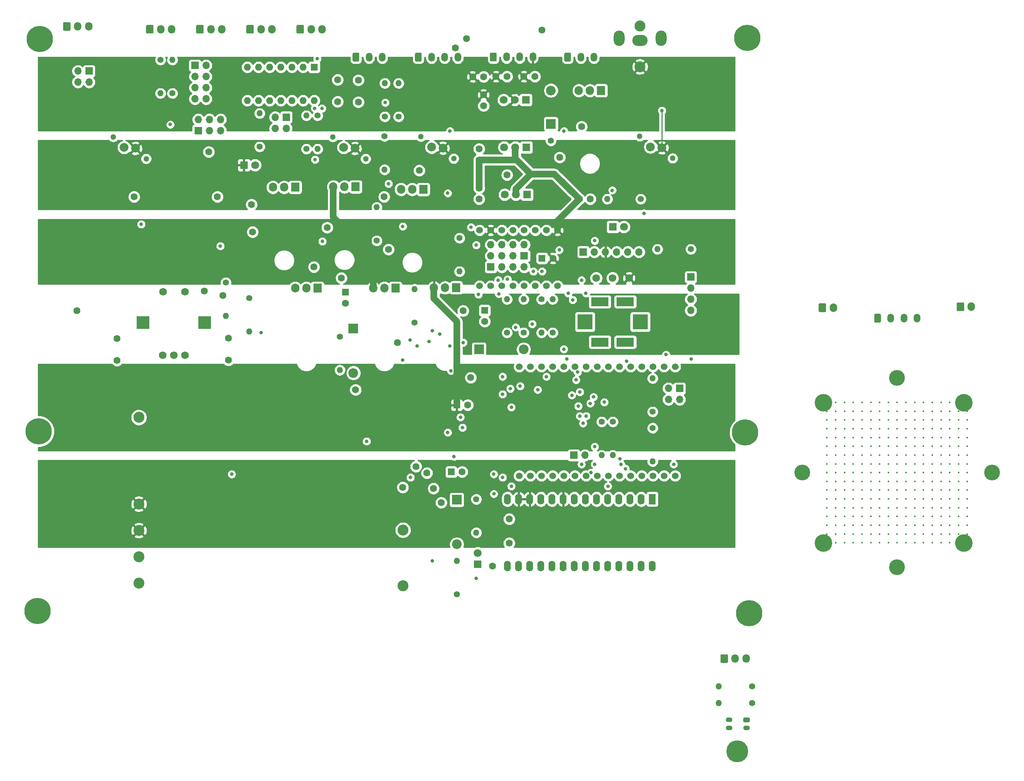
<source format=gbr>
%TF.GenerationSoftware,KiCad,Pcbnew,5.1.7-a382d34a8~88~ubuntu20.04.1*%
%TF.CreationDate,2021-05-08T15:19:39+02:00*%
%TF.ProjectId,OpenCelluloid,4f70656e-4365-46c6-9c75-6c6f69642e6b,rev?*%
%TF.SameCoordinates,Original*%
%TF.FileFunction,Copper,L3,Inr*%
%TF.FilePolarity,Positive*%
%FSLAX46Y46*%
G04 Gerber Fmt 4.6, Leading zero omitted, Abs format (unit mm)*
G04 Created by KiCad (PCBNEW 5.1.7-a382d34a8~88~ubuntu20.04.1) date 2021-05-08 15:19:39*
%MOMM*%
%LPD*%
G01*
G04 APERTURE LIST*
%TA.AperFunction,ComponentPad*%
%ADD10C,0.800000*%
%TD*%
%TA.AperFunction,ComponentPad*%
%ADD11C,5.000000*%
%TD*%
%TA.AperFunction,ComponentPad*%
%ADD12C,6.000000*%
%TD*%
%TA.AperFunction,ComponentPad*%
%ADD13C,4.000000*%
%TD*%
%TA.AperFunction,ComponentPad*%
%ADD14O,1.700000X2.000000*%
%TD*%
%TA.AperFunction,ComponentPad*%
%ADD15O,1.500000X2.020000*%
%TD*%
%TA.AperFunction,ComponentPad*%
%ADD16C,3.600000*%
%TD*%
%TA.AperFunction,ComponentPad*%
%ADD17C,0.400000*%
%TD*%
%TA.AperFunction,ComponentPad*%
%ADD18C,1.600000*%
%TD*%
%TA.AperFunction,ComponentPad*%
%ADD19C,2.500000*%
%TD*%
%TA.AperFunction,ComponentPad*%
%ADD20O,1.600000X1.600000*%
%TD*%
%TA.AperFunction,ComponentPad*%
%ADD21R,1.600000X1.600000*%
%TD*%
%TA.AperFunction,ComponentPad*%
%ADD22O,1.500000X1.100000*%
%TD*%
%TA.AperFunction,ComponentPad*%
%ADD23C,1.750000*%
%TD*%
%TA.AperFunction,ComponentPad*%
%ADD24R,3.000000X3.000000*%
%TD*%
%TA.AperFunction,ComponentPad*%
%ADD25C,1.524000*%
%TD*%
%TA.AperFunction,ComponentPad*%
%ADD26O,1.700000X1.950000*%
%TD*%
%TA.AperFunction,ComponentPad*%
%ADD27O,1.600000X2.400000*%
%TD*%
%TA.AperFunction,ComponentPad*%
%ADD28R,1.600000X2.400000*%
%TD*%
%TA.AperFunction,ComponentPad*%
%ADD29R,1.800000X1.800000*%
%TD*%
%TA.AperFunction,ComponentPad*%
%ADD30C,1.800000*%
%TD*%
%TA.AperFunction,ComponentPad*%
%ADD31O,3.500000X2.500000*%
%TD*%
%TA.AperFunction,ComponentPad*%
%ADD32O,2.500000X3.500000*%
%TD*%
%TA.AperFunction,ComponentPad*%
%ADD33R,4.000000X2.000000*%
%TD*%
%TA.AperFunction,ComponentPad*%
%ADD34R,3.500000X3.500000*%
%TD*%
%TA.AperFunction,WasherPad*%
%ADD35C,1.300000*%
%TD*%
%TA.AperFunction,ComponentPad*%
%ADD36C,2.000000*%
%TD*%
%TA.AperFunction,ComponentPad*%
%ADD37O,1.400000X1.400000*%
%TD*%
%TA.AperFunction,ComponentPad*%
%ADD38C,1.400000*%
%TD*%
%TA.AperFunction,ComponentPad*%
%ADD39O,1.905000X2.000000*%
%TD*%
%TA.AperFunction,ComponentPad*%
%ADD40R,1.905000X2.000000*%
%TD*%
%TA.AperFunction,ComponentPad*%
%ADD41O,1.700000X1.700000*%
%TD*%
%TA.AperFunction,ComponentPad*%
%ADD42R,1.700000X1.700000*%
%TD*%
%TA.AperFunction,ComponentPad*%
%ADD43O,2.200000X2.200000*%
%TD*%
%TA.AperFunction,ComponentPad*%
%ADD44R,2.200000X2.200000*%
%TD*%
%TA.AperFunction,ViaPad*%
%ADD45C,1.600000*%
%TD*%
%TA.AperFunction,ViaPad*%
%ADD46C,0.800000*%
%TD*%
%TA.AperFunction,Conductor*%
%ADD47C,1.500000*%
%TD*%
%TA.AperFunction,Conductor*%
%ADD48C,0.250000*%
%TD*%
%TA.AperFunction,Conductor*%
%ADD49C,0.254000*%
%TD*%
%TA.AperFunction,Conductor*%
%ADD50C,0.100000*%
%TD*%
G04 APERTURE END LIST*
D10*
%TO.N,N/C*%
%TO.C,REF\u002A\u002A*%
X354825825Y-268174175D03*
X353500000Y-267625000D03*
X352174175Y-268174175D03*
X351625000Y-269500000D03*
X352174175Y-270825825D03*
X353500000Y-271375000D03*
X354825825Y-270825825D03*
X355375000Y-269500000D03*
D11*
X353500000Y-269500000D03*
%TD*%
D12*
%TO.N,N/C*%
%TO.C,REF\u002A\u002A*%
X356250000Y-238000000D03*
D10*
X358500000Y-238000000D03*
X357840990Y-239590990D03*
X356250000Y-240250000D03*
X354659010Y-239590990D03*
X354000000Y-238000000D03*
X354659010Y-236409010D03*
X356250000Y-235750000D03*
X357840990Y-236409010D03*
%TD*%
D12*
%TO.N,N/C*%
%TO.C,REF\u002A\u002A*%
X194000000Y-237500000D03*
D10*
X196250000Y-237500000D03*
X195590990Y-239090990D03*
X194000000Y-239750000D03*
X192409010Y-239090990D03*
X191750000Y-237500000D03*
X192409010Y-235909010D03*
X194000000Y-235250000D03*
X195590990Y-235909010D03*
%TD*%
D12*
%TO.N,N/C*%
%TO.C,REF\u002A\u002A*%
X194250000Y-196500000D03*
D10*
X196500000Y-196500000D03*
X195840990Y-198090990D03*
X194250000Y-198750000D03*
X192659010Y-198090990D03*
X192000000Y-196500000D03*
X192659010Y-194909010D03*
X194250000Y-194250000D03*
X195840990Y-194909010D03*
%TD*%
D12*
%TO.N,N/C*%
%TO.C,REF\u002A\u002A*%
X355250000Y-196750000D03*
D10*
X357500000Y-196750000D03*
X356840990Y-198340990D03*
X355250000Y-199000000D03*
X353659010Y-198340990D03*
X353000000Y-196750000D03*
X353659010Y-195159010D03*
X355250000Y-194500000D03*
X356840990Y-195159010D03*
%TD*%
D12*
%TO.N,N/C*%
%TO.C,REF\u002A\u002A*%
X194500000Y-107000000D03*
D10*
X196750000Y-107000000D03*
X196090990Y-108590990D03*
X194500000Y-109250000D03*
X192909010Y-108590990D03*
X192250000Y-107000000D03*
X192909010Y-105409010D03*
X194500000Y-104750000D03*
X196090990Y-105409010D03*
%TD*%
%TO.N,N/C*%
%TO.C,REF\u002A\u002A*%
X357340990Y-105159010D03*
X355750000Y-104500000D03*
X354159010Y-105159010D03*
X353500000Y-106750000D03*
X354159010Y-108340990D03*
X355750000Y-109000000D03*
X357340990Y-108340990D03*
X358000000Y-106750000D03*
D12*
X355750000Y-106750000D03*
%TD*%
D13*
%TO.N,N/C*%
%TO.C,J16*%
X373120000Y-221950000D03*
X405120000Y-189950000D03*
X405120000Y-221950000D03*
X373120000Y-189950000D03*
D14*
%TO.N,Net-(J16-Pad4)*%
X406870000Y-168070000D03*
%TO.N,Net-(J16-Pad3)*%
%TA.AperFunction,ComponentPad*%
G36*
G01*
X403520000Y-168820100D02*
X403520000Y-167319900D01*
G75*
G02*
X403769900Y-167070000I249900J0D01*
G01*
X404970100Y-167070000D01*
G75*
G02*
X405220000Y-167319900I0J-249900D01*
G01*
X405220000Y-168820100D01*
G75*
G02*
X404970100Y-169070000I-249900J0D01*
G01*
X403769900Y-169070000D01*
G75*
G02*
X403520000Y-168820100I0J249900D01*
G01*
G37*
%TD.AperFunction*%
%TO.N,Net-(J16-Pad2)*%
X375400000Y-168280000D03*
%TO.N,Net-(J16-Pad1)*%
%TA.AperFunction,ComponentPad*%
G36*
G01*
X372050000Y-169030000D02*
X372050000Y-167530000D01*
G75*
G02*
X372300000Y-167280000I250000J0D01*
G01*
X373500000Y-167280000D01*
G75*
G02*
X373750000Y-167530000I0J-250000D01*
G01*
X373750000Y-169030000D01*
G75*
G02*
X373500000Y-169280000I-250000J0D01*
G01*
X372300000Y-169280000D01*
G75*
G02*
X372050000Y-169030000I0J250000D01*
G01*
G37*
%TD.AperFunction*%
D15*
%TO.N,Net-(J16-Pad3)*%
X391480000Y-170680000D03*
%TO.N,Net-(J16-Pad2)*%
X388480000Y-170680000D03*
%TO.N,Net-(J16-Pad4)*%
X394480000Y-170680000D03*
%TO.N,Net-(J16-Pad1)*%
%TA.AperFunction,ComponentPad*%
G36*
G01*
X384730000Y-171440000D02*
X384730000Y-169920000D01*
G75*
G02*
X384980000Y-169670000I250000J0D01*
G01*
X385980000Y-169670000D01*
G75*
G02*
X386230000Y-169920000I0J-250000D01*
G01*
X386230000Y-171440000D01*
G75*
G02*
X385980000Y-171690000I-250000J0D01*
G01*
X384980000Y-171690000D01*
G75*
G02*
X384730000Y-171440000I0J250000D01*
G01*
G37*
%TD.AperFunction*%
D16*
%TO.N,N/C*%
X389950000Y-184300000D03*
X389950000Y-227500000D03*
X368350000Y-205900000D03*
X411550000Y-205900000D03*
D17*
X373950000Y-219900000D03*
X373950000Y-191900000D03*
X373950000Y-195900000D03*
X373950000Y-217900000D03*
X373950000Y-207900000D03*
X373950000Y-209900000D03*
X373950000Y-197900000D03*
X373950000Y-189900000D03*
X373950000Y-221900000D03*
X373950000Y-201900000D03*
X373950000Y-205900000D03*
X373950000Y-211900000D03*
X373950000Y-203900000D03*
X373950000Y-213900000D03*
X373950000Y-215900000D03*
X373950000Y-199900000D03*
X373950000Y-193900000D03*
X383950000Y-207900000D03*
X377950000Y-211900000D03*
X379950000Y-203900000D03*
X381950000Y-199900000D03*
X385950000Y-219900000D03*
X387950000Y-189900000D03*
X389950000Y-213900000D03*
X383950000Y-213900000D03*
X383950000Y-199900000D03*
X375950000Y-211900000D03*
X379950000Y-213900000D03*
X381950000Y-191900000D03*
X389950000Y-221900000D03*
X377950000Y-213900000D03*
X379950000Y-211900000D03*
X387950000Y-199900000D03*
X383950000Y-211900000D03*
X379950000Y-197900000D03*
X377950000Y-203900000D03*
X375950000Y-191900000D03*
X375950000Y-195900000D03*
X389950000Y-211900000D03*
X379950000Y-199900000D03*
X377950000Y-205900000D03*
X375950000Y-199900000D03*
X381950000Y-211900000D03*
X387950000Y-191900000D03*
X381950000Y-197900000D03*
X377950000Y-215900000D03*
X385950000Y-215900000D03*
X377950000Y-217900000D03*
X381950000Y-193900000D03*
X383950000Y-219900000D03*
X389950000Y-197900000D03*
X377950000Y-193900000D03*
X375950000Y-221900000D03*
X381950000Y-205900000D03*
X379950000Y-189900000D03*
X377950000Y-189900000D03*
X389950000Y-205900000D03*
X389950000Y-207900000D03*
X389950000Y-189900000D03*
X383950000Y-215900000D03*
X383950000Y-217900000D03*
X385950000Y-189900000D03*
X385950000Y-191900000D03*
X387950000Y-211900000D03*
X375950000Y-213900000D03*
X387950000Y-209900000D03*
X375950000Y-205900000D03*
X377950000Y-195900000D03*
X379950000Y-217900000D03*
X387950000Y-219900000D03*
X383950000Y-221900000D03*
X379950000Y-205900000D03*
X383950000Y-203900000D03*
X381950000Y-219900000D03*
X377950000Y-191900000D03*
X389950000Y-193900000D03*
X375950000Y-217900000D03*
X379950000Y-219900000D03*
X375950000Y-201900000D03*
X387950000Y-213900000D03*
X389950000Y-195900000D03*
X387950000Y-197900000D03*
X381950000Y-189900000D03*
X383950000Y-189900000D03*
X385950000Y-207900000D03*
X379950000Y-191900000D03*
X389950000Y-191900000D03*
X379950000Y-209900000D03*
X385950000Y-217900000D03*
X377950000Y-197900000D03*
X389950000Y-215900000D03*
X387950000Y-193900000D03*
X377950000Y-207900000D03*
X375950000Y-215900000D03*
X389950000Y-201900000D03*
X387950000Y-195900000D03*
X383950000Y-191900000D03*
X385950000Y-193900000D03*
X387950000Y-221900000D03*
X375950000Y-189900000D03*
X389950000Y-209900000D03*
X387950000Y-215900000D03*
X379950000Y-193900000D03*
X381950000Y-209900000D03*
X383950000Y-197900000D03*
X385950000Y-211900000D03*
X387950000Y-205900000D03*
X385950000Y-195900000D03*
X383950000Y-195900000D03*
X379950000Y-215900000D03*
X387950000Y-201900000D03*
X379950000Y-195900000D03*
X383950000Y-205900000D03*
X379950000Y-221900000D03*
X385950000Y-213900000D03*
X387950000Y-217900000D03*
X385950000Y-201900000D03*
X385950000Y-209900000D03*
X385950000Y-197900000D03*
X385950000Y-199900000D03*
X375950000Y-203900000D03*
X375950000Y-209900000D03*
X377950000Y-219900000D03*
X381950000Y-221900000D03*
X385950000Y-203900000D03*
X381950000Y-201900000D03*
X381950000Y-207900000D03*
X375950000Y-219900000D03*
X377950000Y-201900000D03*
X375950000Y-207900000D03*
X379950000Y-201900000D03*
X381950000Y-195900000D03*
X379950000Y-207900000D03*
X383950000Y-193900000D03*
X387950000Y-207900000D03*
X381950000Y-213900000D03*
X383950000Y-209900000D03*
X385950000Y-205900000D03*
X377950000Y-209900000D03*
X375950000Y-193900000D03*
X385950000Y-221900000D03*
X389950000Y-217900000D03*
X383950000Y-201900000D03*
X375950000Y-197900000D03*
X389950000Y-219900000D03*
X381950000Y-217900000D03*
X377950000Y-199900000D03*
X387950000Y-203900000D03*
X389950000Y-199900000D03*
X381950000Y-203900000D03*
X377950000Y-221900000D03*
X381950000Y-215900000D03*
X389950000Y-203900000D03*
X391950000Y-207900000D03*
X393950000Y-219900000D03*
X395950000Y-189900000D03*
X397950000Y-213900000D03*
X391950000Y-213900000D03*
X391950000Y-199900000D03*
X397950000Y-221900000D03*
X395950000Y-199900000D03*
X391950000Y-211900000D03*
X397950000Y-211900000D03*
X395950000Y-191900000D03*
X393950000Y-215900000D03*
X391950000Y-219900000D03*
X397950000Y-197900000D03*
X397950000Y-205900000D03*
X397950000Y-207900000D03*
X397950000Y-189900000D03*
X391950000Y-215900000D03*
X391950000Y-217900000D03*
X393950000Y-189900000D03*
X393950000Y-191900000D03*
X395950000Y-211900000D03*
X395950000Y-209900000D03*
X395950000Y-219900000D03*
X391950000Y-221900000D03*
X391950000Y-203900000D03*
X397950000Y-193900000D03*
X395950000Y-213900000D03*
X397950000Y-195900000D03*
X395950000Y-197900000D03*
X391950000Y-189900000D03*
X393950000Y-207900000D03*
X397950000Y-191900000D03*
X393950000Y-217900000D03*
X397950000Y-215900000D03*
X395950000Y-193900000D03*
X397950000Y-201900000D03*
X395950000Y-195900000D03*
X391950000Y-191900000D03*
X393950000Y-193900000D03*
X395950000Y-221900000D03*
X397950000Y-209900000D03*
X395950000Y-215900000D03*
X391950000Y-197900000D03*
X393950000Y-211900000D03*
X395950000Y-205900000D03*
X393950000Y-195900000D03*
X391950000Y-195900000D03*
X395950000Y-201900000D03*
X391950000Y-205900000D03*
X393950000Y-213900000D03*
X395950000Y-217900000D03*
X393950000Y-201900000D03*
X393950000Y-209900000D03*
X393950000Y-197900000D03*
X393950000Y-199900000D03*
X393950000Y-203900000D03*
X391950000Y-193900000D03*
X395950000Y-207900000D03*
X391950000Y-209900000D03*
X393950000Y-205900000D03*
X393950000Y-221900000D03*
X397950000Y-217900000D03*
X391950000Y-201900000D03*
X397950000Y-219900000D03*
X395950000Y-203900000D03*
X397950000Y-199900000D03*
X397950000Y-203900000D03*
X399950000Y-189900000D03*
X401950000Y-213900000D03*
X401950000Y-221900000D03*
X399950000Y-199900000D03*
X401950000Y-211900000D03*
X399950000Y-191900000D03*
X401950000Y-197900000D03*
X401950000Y-205900000D03*
X401950000Y-207900000D03*
X401950000Y-189900000D03*
X399950000Y-211900000D03*
X399950000Y-209900000D03*
X399950000Y-219900000D03*
X401950000Y-193900000D03*
X399950000Y-213900000D03*
X401950000Y-195900000D03*
X399950000Y-197900000D03*
X401950000Y-191900000D03*
X401950000Y-215900000D03*
X399950000Y-193900000D03*
X401950000Y-201900000D03*
X399950000Y-195900000D03*
X399950000Y-221900000D03*
X401950000Y-209900000D03*
X399950000Y-215900000D03*
X399950000Y-205900000D03*
X399950000Y-201900000D03*
X399950000Y-217900000D03*
X399950000Y-207900000D03*
X401950000Y-217900000D03*
X401950000Y-219900000D03*
X399950000Y-203900000D03*
X401950000Y-199900000D03*
X401950000Y-203900000D03*
X403950000Y-213900000D03*
X403950000Y-211900000D03*
X403950000Y-197900000D03*
X403950000Y-205900000D03*
X403950000Y-207900000D03*
X403950000Y-189900000D03*
X403950000Y-193900000D03*
X403950000Y-195900000D03*
X403950000Y-191900000D03*
X403950000Y-215900000D03*
X403950000Y-201900000D03*
X403950000Y-209900000D03*
X403950000Y-217900000D03*
X403950000Y-219900000D03*
X403950000Y-199900000D03*
X403950000Y-203900000D03*
X403950000Y-221900000D03*
X405950000Y-221900000D03*
X405950000Y-213900000D03*
X405950000Y-205900000D03*
X405950000Y-211900000D03*
X405950000Y-215900000D03*
X405950000Y-219900000D03*
X405950000Y-209900000D03*
X405950000Y-207900000D03*
X405950000Y-217900000D03*
X405950000Y-197900000D03*
X405950000Y-203900000D03*
X405950000Y-201900000D03*
X405950000Y-199900000D03*
X405950000Y-193900000D03*
X405950000Y-195900000D03*
X405950000Y-191900000D03*
X405950000Y-189900000D03*
%TD*%
D15*
%TO.N,GND*%
%TO.C,J15*%
X306900000Y-111100000D03*
%TO.N,+12V*%
X303900000Y-111100000D03*
%TO.N,45B_OUT-*%
X300900000Y-111100000D03*
%TO.N,45B_OUT+*%
%TA.AperFunction,ComponentPad*%
G36*
G01*
X297150000Y-111860000D02*
X297150000Y-110340000D01*
G75*
G02*
X297400000Y-110090000I250000J0D01*
G01*
X298400000Y-110090000D01*
G75*
G02*
X298650000Y-110340000I0J-250000D01*
G01*
X298650000Y-111860000D01*
G75*
G02*
X298400000Y-112110000I-250000J0D01*
G01*
X297400000Y-112110000D01*
G75*
G02*
X297150000Y-111860000I0J250000D01*
G01*
G37*
%TD.AperFunction*%
%TD*%
D18*
%TO.N,GND*%
%TO.C,Murata-Ceramic-Capacitor-50v1-22uF1*%
X304840000Y-115570000D03*
%TO.N,+24V*%
X307340000Y-115570000D03*
%TD*%
%TO.N,GND*%
%TO.C,Murata-Ceramic-Capacitor-50v1-22uF6*%
X295656000Y-119724800D03*
%TO.N,+12V*%
X295656000Y-122224800D03*
%TD*%
D19*
%TO.N,45B_OUT+*%
%TO.C,U7*%
X277296000Y-218998800D03*
%TO.N,45B_OUT-*%
X277296000Y-231748800D03*
%TO.N,+24V*%
X217096000Y-193298800D03*
%TO.N,GND*%
X217096000Y-213048800D03*
X217096000Y-219098800D03*
%TO.N,Net-(U1-Pad2)*%
X217096000Y-225098800D03*
%TO.N,Net-(U7-Pad5)*%
X217096000Y-231098800D03*
%TD*%
D20*
%TO.N,+3V3*%
%TO.C,U15*%
X257048000Y-121031000D03*
%TO.N,GNDD*%
X241808000Y-113411000D03*
%TO.N,N/C*%
X254508000Y-121031000D03*
%TO.N,Net-(J11-Pad2)*%
X244348000Y-113411000D03*
%TO.N,N/C*%
X251968000Y-121031000D03*
%TO.N,Net-(C10-Pad2)*%
X246888000Y-113411000D03*
%TO.N,N/C*%
X249428000Y-121031000D03*
%TO.N,Net-(R28-Pad2)*%
X249428000Y-113411000D03*
%TO.N,N/C*%
X246888000Y-121031000D03*
%TO.N,Net-(Q8-Pad3)*%
X251968000Y-113411000D03*
%TO.N,N/C*%
X244348000Y-121031000D03*
%TO.N,Net-(J11-Pad1)*%
X254508000Y-113411000D03*
%TO.N,N/C*%
X241808000Y-121031000D03*
D21*
%TO.N,Net-(J4-Pad2)*%
X257048000Y-113411000D03*
%TD*%
D22*
%TO.N,SENSOR-*%
%TO.C,U14*%
X355600000Y-264100000D03*
%TO.N,Net-(R23-Pad1)*%
%TA.AperFunction,ComponentPad*%
G36*
G01*
X355125000Y-261750000D02*
X356075000Y-261750000D01*
G75*
G02*
X356350000Y-262025000I0J-275000D01*
G01*
X356350000Y-262575000D01*
G75*
G02*
X356075000Y-262850000I-275000J0D01*
G01*
X355125000Y-262850000D01*
G75*
G02*
X354850000Y-262575000I0J275000D01*
G01*
X354850000Y-262025000D01*
G75*
G02*
X355125000Y-261750000I275000J0D01*
G01*
G37*
%TD.AperFunction*%
%TO.N,SENSOR-*%
X351600000Y-262300000D03*
%TO.N,SENSOR-SIGNAL*%
X351600000Y-264100000D03*
%TD*%
D23*
%TO.N,_ENCO-BUTTON*%
%TO.C,U13*%
X222569400Y-164671600D03*
%TO.N,+3V3*%
X227569400Y-164671600D03*
D24*
%TO.N,*%
X232069400Y-171671600D03*
X218069400Y-171671600D03*
D23*
%TO.N,GND*%
X225069400Y-179171600D03*
%TO.N,_CHANNEL-B*%
X227609400Y-179171600D03*
%TO.N,_CHANNEL-A*%
X222529400Y-179171600D03*
%TD*%
D25*
%TO.N,+24V*%
%TO.C,U12*%
X294767000Y-150622000D03*
%TO.N,GND*%
X297307000Y-150622000D03*
%TO.N,Net-(J7-Pad1)*%
X299847000Y-150622000D03*
%TO.N,Net-(J7-Pad2)*%
X302387000Y-150622000D03*
%TO.N,Net-(J7-Pad3)*%
X304927000Y-150622000D03*
%TO.N,Net-(J7-Pad4)*%
X307467000Y-150622000D03*
%TO.N,+3V3*%
X310007000Y-150622000D03*
%TO.N,GND*%
X312547000Y-150622000D03*
%TO.N,DIR*%
X312547000Y-163322000D03*
%TO.N,STP*%
X310007000Y-163322000D03*
%TO.N,SLP*%
X307467000Y-163322000D03*
%TO.N,Net-(JT1-Pad1)*%
X304927000Y-163322000D03*
%TO.N,Net-(JT1-Pad3)*%
X302387000Y-163322000D03*
%TO.N,Net-(JT1-Pad5)*%
X299847000Y-163322000D03*
%TO.N,Net-(JT1-Pad7)*%
X297307000Y-163322000D03*
%TO.N,EN*%
X294767000Y-163322000D03*
%TD*%
D26*
%TO.N,Net-(U11-Pad3)*%
%TO.C,U11*%
X224583000Y-104775000D03*
%TO.N,SENSOR-CRASS*%
X222083000Y-104775000D03*
%TO.N,GNDD*%
%TA.AperFunction,ComponentPad*%
G36*
G01*
X218733000Y-105500000D02*
X218733000Y-104050000D01*
G75*
G02*
X218983000Y-103800000I250000J0D01*
G01*
X220183000Y-103800000D01*
G75*
G02*
X220433000Y-104050000I0J-250000D01*
G01*
X220433000Y-105500000D01*
G75*
G02*
X220183000Y-105750000I-250000J0D01*
G01*
X218983000Y-105750000D01*
G75*
G02*
X218733000Y-105500000I0J250000D01*
G01*
G37*
%TD.AperFunction*%
%TD*%
D27*
%TO.N,Net-(C5-Pad2)*%
%TO.C,U10*%
X334137000Y-227203000D03*
%TO.N,Net-(R2-Pad1)*%
X301117000Y-211963000D03*
%TO.N,Net-(R11-Pad2)*%
X331597000Y-227203000D03*
%TO.N,GND*%
X303657000Y-211963000D03*
%TO.N,coilA*%
X329057000Y-227203000D03*
%TO.N,GND*%
X306197000Y-211963000D03*
%TO.N,Net-(U10-Pad25)*%
X326517000Y-227203000D03*
%TO.N,Net-(C2-Pad2)*%
X308737000Y-211963000D03*
%TO.N,Net-(C4-Pad2)*%
X323977000Y-227203000D03*
%TO.N,EN2*%
X311277000Y-211963000D03*
%TO.N,Net-(R9-Pad2)*%
X321437000Y-227203000D03*
%TO.N,GND*%
X313817000Y-211963000D03*
%TO.N,coilB*%
X318897000Y-227203000D03*
%TO.N,Net-(D5-Pad2)*%
X316357000Y-211963000D03*
%TO.N,Net-(U10-Pad21)*%
X316357000Y-227203000D03*
%TO.N,LIN3*%
X318897000Y-211963000D03*
%TO.N,Net-(C3-Pad2)*%
X313817000Y-227203000D03*
%TO.N,LIN2*%
X321437000Y-211963000D03*
%TO.N,Net-(R8-Pad2)*%
X311277000Y-227203000D03*
%TO.N,LIN1*%
X323977000Y-211963000D03*
%TO.N,coilC*%
X308737000Y-227203000D03*
%TO.N,HIN3*%
X326517000Y-211963000D03*
%TO.N,Net-(U10-Pad17)*%
X306197000Y-227203000D03*
%TO.N,HIN2*%
X329057000Y-211963000D03*
%TO.N,Net-(R4-Pad1)*%
X303657000Y-227203000D03*
%TO.N,HIN1*%
X331597000Y-211963000D03*
%TO.N,Net-(R3-Pad1)*%
X301117000Y-227203000D03*
D28*
%TO.N,Net-(C1-Pad2)*%
X334137000Y-211963000D03*
%TD*%
D25*
%TO.N,_MOSI*%
%TO.C,U9*%
X339344000Y-206629000D03*
%TO.N,_SENSOR*%
X336804000Y-206629000D03*
%TO.N,_ENCO-BUTTON*%
X334264000Y-206629000D03*
%TO.N,EN2*%
X331724000Y-206629000D03*
%TO.N,LEDS*%
X329184000Y-206629000D03*
%TO.N,_MISO*%
X326644000Y-206629000D03*
%TO.N,_SCK*%
X324104000Y-206629000D03*
%TO.N,_RX*%
X321564000Y-206629000D03*
%TO.N,Net-(J5-Pad2)*%
X319024000Y-206629000D03*
%TO.N,Net-(J5-Pad1)*%
X316484000Y-206629000D03*
%TO.N,_DIR*%
X313944000Y-206629000D03*
%TO.N,_STP*%
X311404000Y-206629000D03*
%TO.N,_EN*%
X308864000Y-206629000D03*
%TO.N,GNDD*%
X306324000Y-206629000D03*
%TO.N,Net-(U9-Pad16)*%
X303784000Y-206629000D03*
%TO.N,+5V*%
X303784000Y-181737000D03*
%TO.N,GNDD*%
X306324000Y-181737000D03*
X306324000Y-181737000D03*
%TO.N,MODE*%
X308864000Y-181737000D03*
%TO.N,CAPTURE*%
X311404000Y-181737000D03*
%TO.N,STARTSTOP*%
X313944000Y-181737000D03*
%TO.N,DIRSWITCH*%
X316484000Y-181737000D03*
%TO.N,LIN3*%
X319024000Y-181737000D03*
%TO.N,LIN2*%
X321564000Y-181737000D03*
%TO.N,LIN1*%
X324104000Y-181737000D03*
%TO.N,HIN3*%
X326644000Y-181737000D03*
%TO.N,HIN2*%
X329184000Y-181737000D03*
%TO.N,HIN1*%
X331724000Y-181737000D03*
%TO.N,_CHANNEL-A*%
X334264000Y-181737000D03*
%TO.N,_CHANNEL-B*%
X336804000Y-181737000D03*
%TO.N,Net-(J3-Pad3)*%
X339344000Y-181737000D03*
%TD*%
D26*
%TO.N,Net-(R7-Pad2)*%
%TO.C,U8*%
X236013000Y-104775000D03*
%TO.N,SENSOR-SIMPLE*%
X233513000Y-104775000D03*
%TO.N,GNDD*%
%TA.AperFunction,ComponentPad*%
G36*
G01*
X230163000Y-105500000D02*
X230163000Y-104050000D01*
G75*
G02*
X230413000Y-103800000I250000J0D01*
G01*
X231613000Y-103800000D01*
G75*
G02*
X231863000Y-104050000I0J-250000D01*
G01*
X231863000Y-105500000D01*
G75*
G02*
X231613000Y-105750000I-250000J0D01*
G01*
X230413000Y-105750000D01*
G75*
G02*
X230163000Y-105500000I0J250000D01*
G01*
G37*
%TD.AperFunction*%
%TD*%
D29*
%TO.N,+24V*%
%TO.C,U6*%
X305308000Y-120904000D03*
D30*
%TO.N,GND*%
X302768000Y-120904000D03*
%TO.N,+12V*%
X300228000Y-120904000D03*
%TD*%
D29*
%TO.N,+24V*%
%TO.C,U5*%
X305562000Y-142494000D03*
D30*
%TO.N,GND*%
X303022000Y-142494000D03*
%TO.N,+5V*%
X300482000Y-142494000D03*
%TD*%
D29*
%TO.N,+24V*%
%TO.C,U4*%
X305435000Y-131699000D03*
D30*
%TO.N,GND*%
X302895000Y-131699000D03*
%TO.N,+3V3*%
X300355000Y-131699000D03*
%TD*%
D31*
%TO.N,Net-(SW1-Pad2)*%
%TO.C,U2*%
X331343000Y-107315000D03*
D32*
%TO.N,GND*%
X336143000Y-106815000D03*
X326543000Y-106815000D03*
D19*
X331343000Y-113315000D03*
%TO.N,Net-(U2-Pad0)*%
X331343000Y-104065000D03*
%TD*%
D33*
%TO.N,*%
%TO.C,U1*%
X327976800Y-166932600D03*
X322176800Y-166932600D03*
X322176800Y-176132600D03*
X327976800Y-176132600D03*
D34*
X318776800Y-171532600D03*
X331376800Y-171532600D03*
D23*
%TO.N,GND*%
X328826800Y-161532600D03*
%TO.N,Net-(U1-Pad2)*%
X325076800Y-161532600D03*
%TO.N,+5V*%
X321326800Y-161532600D03*
%TD*%
D15*
%TO.N,+12V*%
%TO.C,SW1*%
X320833000Y-111125000D03*
%TO.N,Net-(SW1-Pad2)*%
X317833000Y-111125000D03*
%TO.N,Net-(Q1-Pad2)*%
%TA.AperFunction,ComponentPad*%
G36*
G01*
X314083000Y-111885000D02*
X314083000Y-110365000D01*
G75*
G02*
X314333000Y-110115000I250000J0D01*
G01*
X315333000Y-110115000D01*
G75*
G02*
X315583000Y-110365000I0J-250000D01*
G01*
X315583000Y-111885000D01*
G75*
G02*
X315333000Y-112135000I-250000J0D01*
G01*
X314333000Y-112135000D01*
G75*
G02*
X314083000Y-111885000I0J250000D01*
G01*
G37*
%TD.AperFunction*%
%TD*%
D35*
%TO.N,*%
%TO.C,S4*%
X338776000Y-134199000D03*
X331276000Y-129199000D03*
D36*
%TO.N,GNDD*%
X336326000Y-131799000D03*
%TO.N,MODE*%
X333726000Y-131599000D03*
%TD*%
D35*
%TO.N,*%
%TO.C,S3*%
X218761000Y-134326000D03*
X211261000Y-129326000D03*
D36*
%TO.N,GNDD*%
X216311000Y-131926000D03*
%TO.N,CAPTURE*%
X213711000Y-131726000D03*
%TD*%
D35*
%TO.N,*%
%TO.C,S2*%
X288865000Y-134262500D03*
X281365000Y-129262500D03*
D36*
%TO.N,GNDD*%
X286415000Y-131862500D03*
%TO.N,STARTSTOP*%
X283815000Y-131662500D03*
%TD*%
D35*
%TO.N,*%
%TO.C,S1*%
X268799000Y-134326000D03*
X261299000Y-129326000D03*
D36*
%TO.N,GNDD*%
X266349000Y-131926000D03*
%TO.N,DIRSWITCH*%
X263749000Y-131726000D03*
%TD*%
D37*
%TO.N,Net-(J11-Pad2)*%
%TO.C,R29*%
X276309000Y-117093698D03*
D38*
%TO.N,Net-(D14-Pad2)*%
X276309000Y-124713698D03*
%TD*%
D37*
%TO.N,Net-(R28-Pad2)*%
%TO.C,R28*%
X255270000Y-124460000D03*
D38*
%TO.N,Net-(C10-Pad2)*%
X255270000Y-132080000D03*
%TD*%
D37*
%TO.N,Net-(J11-Pad1)*%
%TO.C,R27*%
X244602000Y-123952000D03*
D38*
%TO.N,Net-(D13-Pad2)*%
X244602000Y-131572000D03*
%TD*%
D37*
%TO.N,+3V3*%
%TO.C,R26*%
X257810000Y-132080000D03*
D38*
%TO.N,Net-(Q8-Pad3)*%
X257810000Y-124460000D03*
%TD*%
D37*
%TO.N,SENSOR+*%
%TO.C,R25*%
X349250000Y-254680000D03*
D38*
%TO.N,SENSOR-SIGNAL*%
X356870000Y-254680000D03*
%TD*%
D37*
%TO.N,Net-(J9-Pad2)*%
%TO.C,R24*%
X273159000Y-117093698D03*
D38*
%TO.N,Net-(Q8-Pad3)*%
X273159000Y-124713698D03*
%TD*%
D37*
%TO.N,SENSOR+*%
%TO.C,R23*%
X349250000Y-258490000D03*
D38*
%TO.N,Net-(R23-Pad1)*%
X356870000Y-258490000D03*
%TD*%
D37*
%TO.N,_ENCO-BUTTON*%
%TO.C,R22*%
X334213200Y-203352400D03*
D38*
%TO.N,GNDD*%
X334213200Y-195732400D03*
%TD*%
D37*
%TO.N,_CHANNEL-A*%
%TO.C,R21*%
X334213200Y-184404000D03*
D38*
%TO.N,+3V3*%
X334213200Y-192024000D03*
%TD*%
D37*
%TO.N,_CHANNEL-B*%
%TO.C,R20*%
X236931200Y-170180000D03*
D38*
%TO.N,+3V3*%
X236931200Y-162560000D03*
%TD*%
D37*
%TO.N,_EN*%
%TO.C,R19*%
X322580000Y-201930000D03*
D38*
%TO.N,EN*%
X322580000Y-194310000D03*
%TD*%
D37*
%TO.N,_STP*%
%TO.C,R18*%
X325120000Y-201930000D03*
D38*
%TO.N,STP*%
X325120000Y-194310000D03*
%TD*%
D37*
%TO.N,_DIR*%
%TO.C,R17*%
X308864000Y-173990000D03*
D38*
%TO.N,DIR*%
X308864000Y-166370000D03*
%TD*%
D37*
%TO.N,EN*%
%TO.C,R16*%
X335280000Y-154940000D03*
D38*
%TO.N,+3V3*%
X342900000Y-154940000D03*
%TD*%
D37*
%TO.N,+3V3*%
%TO.C,R15*%
X221996000Y-119380000D03*
D38*
%TO.N,SENSOR-CRASS*%
X221996000Y-111760000D03*
%TD*%
D37*
%TO.N,+3V3*%
%TO.C,R14*%
X323850000Y-143510000D03*
D38*
%TO.N,MODE*%
X331470000Y-143510000D03*
%TD*%
D37*
%TO.N,+3V3*%
%TO.C,R13*%
X304800000Y-166370000D03*
D38*
%TO.N,CAPTURE*%
X304800000Y-173990000D03*
%TD*%
D37*
%TO.N,+3V3*%
%TO.C,R12*%
X311404000Y-166370000D03*
D38*
%TO.N,STARTSTOP*%
X311404000Y-173990000D03*
%TD*%
D37*
%TO.N,Net-(R11-Pad2)*%
%TO.C,R11*%
X262890000Y-182499000D03*
D38*
%TO.N,Net-(Q7-Pad1)*%
X262890000Y-174879000D03*
%TD*%
D37*
%TO.N,+3V3*%
%TO.C,R10*%
X273100800Y-136804400D03*
D38*
%TO.N,DIRSWITCH*%
X273100800Y-129184400D03*
%TD*%
D37*
%TO.N,Net-(R9-Pad2)*%
%TO.C,R9*%
X290195000Y-160020000D03*
D38*
%TO.N,Net-(Q6-Pad1)*%
X290195000Y-152400000D03*
%TD*%
D37*
%TO.N,Net-(R8-Pad2)*%
%TO.C,R8*%
X242214400Y-173685200D03*
D38*
%TO.N,Net-(Q5-Pad1)*%
X242214400Y-166065200D03*
%TD*%
D37*
%TO.N,Net-(R7-Pad2)*%
%TO.C,R7*%
X224739200Y-111760000D03*
D38*
%TO.N,+3V3*%
X224739200Y-119380000D03*
%TD*%
D37*
%TO.N,Net-(C1-Pad2)*%
%TO.C,R6*%
X294005000Y-219583000D03*
D38*
%TO.N,Net-(C2-Pad2)*%
X294005000Y-211963000D03*
%TD*%
D37*
%TO.N,Net-(C1-Pad2)*%
%TO.C,R5*%
X289560000Y-226060000D03*
D38*
%TO.N,Net-(D5-Pad1)*%
X289560000Y-233680000D03*
%TD*%
D37*
%TO.N,Net-(Q4-Pad1)*%
%TO.C,R4*%
X279958800Y-164033200D03*
D38*
%TO.N,Net-(R4-Pad1)*%
X279958800Y-171653200D03*
%TD*%
D37*
%TO.N,Net-(Q3-Pad1)*%
%TO.C,R3*%
X300990000Y-166370000D03*
D38*
%TO.N,Net-(R3-Pad1)*%
X300990000Y-173990000D03*
%TD*%
D37*
%TO.N,Net-(Q2-Pad1)*%
%TO.C,R2*%
X271322800Y-145389600D03*
D38*
%TO.N,Net-(R2-Pad1)*%
X271322800Y-153009600D03*
%TD*%
D37*
%TO.N,GND*%
%TO.C,R1*%
X311023000Y-137795000D03*
D38*
%TO.N,Net-(D1-Pad2)*%
X311023000Y-130175000D03*
%TD*%
D39*
%TO.N,coilA*%
%TO.C,Q7*%
X252730000Y-163830000D03*
%TO.N,+24V*%
X255270000Y-163830000D03*
D40*
%TO.N,Net-(Q7-Pad1)*%
X257810000Y-163830000D03*
%TD*%
D39*
%TO.N,coilB*%
%TO.C,Q6*%
X276860000Y-141305280D03*
%TO.N,+24V*%
X279400000Y-141305280D03*
D40*
%TO.N,Net-(Q6-Pad1)*%
X281940000Y-141305280D03*
%TD*%
D39*
%TO.N,coilC*%
%TO.C,Q5*%
X247650000Y-140817600D03*
%TO.N,+24V*%
X250190000Y-140817600D03*
D40*
%TO.N,Net-(Q5-Pad1)*%
X252730000Y-140817600D03*
%TD*%
D39*
%TO.N,GND*%
%TO.C,Q4*%
X270510000Y-163830000D03*
%TO.N,coilA*%
X273050000Y-163830000D03*
D40*
%TO.N,Net-(Q4-Pad1)*%
X275590000Y-163830000D03*
%TD*%
D39*
%TO.N,GND*%
%TO.C,Q3*%
X284353000Y-163703000D03*
%TO.N,coilB*%
X286893000Y-163703000D03*
D40*
%TO.N,Net-(Q3-Pad1)*%
X289433000Y-163703000D03*
%TD*%
D39*
%TO.N,GND*%
%TO.C,Q2*%
X261416800Y-140716000D03*
%TO.N,coilC*%
X263956800Y-140716000D03*
D40*
%TO.N,Net-(Q2-Pad1)*%
X266496800Y-140716000D03*
%TD*%
D39*
%TO.N,+24V*%
%TO.C,Q1*%
X317373000Y-118745000D03*
%TO.N,Net-(Q1-Pad2)*%
X319913000Y-118745000D03*
D40*
%TO.N,Net-(D1-Pad2)*%
X322453000Y-118745000D03*
%TD*%
D18*
%TO.N,GND*%
%TO.C,Murata-Ceramic-Capacitor-50v1-22uF5*%
X294640000Y-141010000D03*
%TO.N,+5V*%
X294640000Y-143510000D03*
%TD*%
%TO.N,GND*%
%TO.C,Murata-Ceramic-Capacitor-50v1-22uF4*%
X294640000Y-134580000D03*
%TO.N,+3V3*%
X294640000Y-132080000D03*
%TD*%
%TO.N,GND*%
%TO.C,50V-10uF1*%
X293200000Y-115600000D03*
%TO.N,+24V*%
X295700000Y-115600000D03*
%TD*%
%TO.N,GND*%
%TO.C,Murata-Ceramic-Capacitor-50v1-22uF2*%
X298490000Y-115570000D03*
%TO.N,+24V*%
X300990000Y-115570000D03*
%TD*%
D41*
%TO.N,_MOSI*%
%TO.C,JT1*%
X297307000Y-153924000D03*
%TO.N,Net-(JT1-Pad7)*%
X297307000Y-156464000D03*
%TO.N,_SCK*%
X299847000Y-153924000D03*
%TO.N,Net-(JT1-Pad5)*%
X299847000Y-156464000D03*
%TO.N,_RX*%
X302387000Y-153924000D03*
%TO.N,Net-(JT1-Pad3)*%
X302387000Y-156464000D03*
%TO.N,_MISO*%
X304927000Y-153924000D03*
D42*
%TO.N,Net-(JT1-Pad1)*%
X304927000Y-156464000D03*
%TD*%
D41*
%TO.N,DIR*%
%TO.C,JP1*%
X331089000Y-155575000D03*
%TO.N,STP*%
X328549000Y-155575000D03*
%TO.N,EN*%
X326009000Y-155575000D03*
%TO.N,GND*%
X323469000Y-155575000D03*
%TO.N,+3V3*%
X320929000Y-155575000D03*
D42*
%TO.N,VSS*%
X318389000Y-155575000D03*
%TD*%
D26*
%TO.N,SENSOR-*%
%TO.C,J10*%
X355520000Y-248330000D03*
%TO.N,SENSOR-SIGNAL*%
X353020000Y-248330000D03*
%TO.N,SENSOR+*%
%TA.AperFunction,ComponentPad*%
G36*
G01*
X349670000Y-249055000D02*
X349670000Y-247605000D01*
G75*
G02*
X349920000Y-247355000I250000J0D01*
G01*
X351120000Y-247355000D01*
G75*
G02*
X351370000Y-247605000I0J-250000D01*
G01*
X351370000Y-249055000D01*
G75*
G02*
X351120000Y-249305000I-250000J0D01*
G01*
X349920000Y-249305000D01*
G75*
G02*
X349670000Y-249055000I0J250000D01*
G01*
G37*
%TD.AperFunction*%
%TD*%
%TO.N,GNDD*%
%TO.C,J9*%
X247443000Y-104775000D03*
%TO.N,Net-(J9-Pad2)*%
X244943000Y-104775000D03*
%TO.N,+3V3*%
%TA.AperFunction,ComponentPad*%
G36*
G01*
X241593000Y-105500000D02*
X241593000Y-104050000D01*
G75*
G02*
X241843000Y-103800000I250000J0D01*
G01*
X243043000Y-103800000D01*
G75*
G02*
X243293000Y-104050000I0J-250000D01*
G01*
X243293000Y-105500000D01*
G75*
G02*
X243043000Y-105750000I-250000J0D01*
G01*
X241843000Y-105750000D01*
G75*
G02*
X241593000Y-105500000I0J250000D01*
G01*
G37*
%TD.AperFunction*%
%TD*%
D41*
%TO.N,SLP*%
%TO.C,J8*%
X304927000Y-159004000D03*
%TO.N,+3V3*%
X302387000Y-159004000D03*
X299847000Y-159004000D03*
D42*
X297307000Y-159004000D03*
%TD*%
D15*
%TO.N,Net-(J7-Pad4)*%
%TO.C,J7*%
X289797000Y-111125000D03*
%TO.N,Net-(J7-Pad3)*%
X286797000Y-111125000D03*
%TO.N,Net-(J7-Pad2)*%
X283797000Y-111125000D03*
%TO.N,Net-(J7-Pad1)*%
%TA.AperFunction,ComponentPad*%
G36*
G01*
X280047000Y-111885000D02*
X280047000Y-110365000D01*
G75*
G02*
X280297000Y-110115000I250000J0D01*
G01*
X281297000Y-110115000D01*
G75*
G02*
X281547000Y-110365000I0J-250000D01*
G01*
X281547000Y-111885000D01*
G75*
G02*
X281297000Y-112135000I-250000J0D01*
G01*
X280297000Y-112135000D01*
G75*
G02*
X280047000Y-111885000I0J250000D01*
G01*
G37*
%TD.AperFunction*%
%TD*%
%TO.N,coilC*%
%TO.C,J6*%
X272573000Y-111125000D03*
%TO.N,coilB*%
X269573000Y-111125000D03*
%TO.N,coilA*%
%TA.AperFunction,ComponentPad*%
G36*
G01*
X265823000Y-111885000D02*
X265823000Y-110365000D01*
G75*
G02*
X266073000Y-110115000I250000J0D01*
G01*
X267073000Y-110115000D01*
G75*
G02*
X267323000Y-110365000I0J-250000D01*
G01*
X267323000Y-111885000D01*
G75*
G02*
X267073000Y-112135000I-250000J0D01*
G01*
X266073000Y-112135000D01*
G75*
G02*
X265823000Y-111885000I0J250000D01*
G01*
G37*
%TD.AperFunction*%
%TD*%
D41*
%TO.N,Net-(J5-Pad2)*%
%TO.C,J5*%
X318770000Y-201930000D03*
D42*
%TO.N,Net-(J5-Pad1)*%
X316230000Y-201930000D03*
%TD*%
D26*
%TO.N,GNDD*%
%TO.C,J4*%
X258873000Y-104775000D03*
%TO.N,Net-(J4-Pad2)*%
X256373000Y-104775000D03*
%TO.N,+3V3*%
%TA.AperFunction,ComponentPad*%
G36*
G01*
X253023000Y-105500000D02*
X253023000Y-104050000D01*
G75*
G02*
X253273000Y-103800000I250000J0D01*
G01*
X254473000Y-103800000D01*
G75*
G02*
X254723000Y-104050000I0J-250000D01*
G01*
X254723000Y-105500000D01*
G75*
G02*
X254473000Y-105750000I-250000J0D01*
G01*
X253273000Y-105750000D01*
G75*
G02*
X253023000Y-105500000I0J250000D01*
G01*
G37*
%TD.AperFunction*%
%TD*%
D41*
%TO.N,GNDD*%
%TO.C,J3*%
X337820000Y-189230000D03*
%TO.N,Net-(J3-Pad3)*%
X340360000Y-189230000D03*
%TO.N,+3V3*%
X337820000Y-186690000D03*
D42*
%TO.N,Net-(J3-Pad3)*%
X340360000Y-186690000D03*
%TD*%
D41*
%TO.N,Net-(C1-Pad2)*%
%TO.C,J2*%
X235712000Y-125349000D03*
%TO.N,+12V*%
X235712000Y-127889000D03*
%TO.N,Net-(C1-Pad2)*%
X233172000Y-125349000D03*
%TO.N,+5V*%
X233172000Y-127889000D03*
%TO.N,Net-(C1-Pad2)*%
X230632000Y-125349000D03*
D42*
%TO.N,+3V3*%
X230632000Y-127889000D03*
%TD*%
D41*
%TO.N,GND*%
%TO.C,J1*%
X342900000Y-168910000D03*
%TO.N,+12V*%
X342900000Y-166370000D03*
%TO.N,+5V*%
X342900000Y-163830000D03*
D42*
%TO.N,+3V3*%
X342900000Y-161290000D03*
%TD*%
D30*
%TO.N,Net-(D14-Pad2)*%
%TO.C,D14*%
X327660000Y-149860000D03*
D29*
%TO.N,GNDD*%
X325120000Y-149860000D03*
%TD*%
D30*
%TO.N,Net-(D13-Pad2)*%
%TO.C,D13*%
X243586000Y-135763000D03*
D29*
%TO.N,GNDD*%
X241046000Y-135763000D03*
%TD*%
D30*
%TO.N,Net-(D5-Pad2)*%
%TO.C,D5*%
X294335200Y-224231200D03*
D29*
%TO.N,Net-(D5-Pad1)*%
X294335200Y-226771200D03*
%TD*%
D43*
%TO.N,Net-(C1-Pad2)*%
%TO.C,D4*%
X289560000Y-222250000D03*
D44*
%TO.N,Net-(C3-Pad2)*%
X289560000Y-212090000D03*
%TD*%
D43*
%TO.N,Net-(C1-Pad2)*%
%TO.C,D3*%
X266000000Y-183160000D03*
D44*
%TO.N,Net-(C5-Pad2)*%
X266000000Y-173000000D03*
%TD*%
D43*
%TO.N,Net-(C1-Pad2)*%
%TO.C,D2*%
X304800000Y-177800000D03*
D44*
%TO.N,Net-(C4-Pad2)*%
X294640000Y-177800000D03*
%TD*%
D43*
%TO.N,Net-(D1-Pad2)*%
%TO.C,D1*%
X311023000Y-118745000D03*
D44*
%TO.N,+24V*%
X311023000Y-126365000D03*
%TD*%
D18*
%TO.N,Net-(C10-Pad2)*%
%TO.C,C10*%
X262382000Y-116285000D03*
%TO.N,GNDD*%
X262382000Y-121285000D03*
%TD*%
%TO.N,+3V3*%
%TO.C,C9*%
X267106400Y-121382800D03*
%TO.N,GNDD*%
X267106400Y-116382800D03*
%TD*%
%TO.N,GNDD*%
%TO.C,C8*%
X237490000Y-180260000D03*
%TO.N,_CHANNEL-B*%
X237490000Y-175260000D03*
%TD*%
%TO.N,_CHANNEL-A*%
%TO.C,C7*%
X212090000Y-175340000D03*
%TO.N,GNDD*%
X212090000Y-180340000D03*
%TD*%
%TO.N,GND*%
%TO.C,C6*%
X311500000Y-157000000D03*
D21*
%TO.N,+24V*%
X309000000Y-157000000D03*
%TD*%
D18*
%TO.N,Net-(C5-Pad2)*%
%TO.C,C5*%
X264160000Y-167244400D03*
D21*
%TO.N,coilA*%
X264160000Y-164744400D03*
%TD*%
D18*
%TO.N,Net-(C4-Pad2)*%
%TO.C,C4*%
X295910000Y-171410000D03*
D21*
%TO.N,coilB*%
X295910000Y-168910000D03*
%TD*%
D18*
%TO.N,Net-(C3-Pad2)*%
%TO.C,C3*%
X290790000Y-205740000D03*
D21*
%TO.N,coilC*%
X288290000Y-205740000D03*
%TD*%
D18*
%TO.N,Net-(C2-Pad2)*%
%TO.C,C2*%
X320000000Y-143510000D03*
%TO.N,GND*%
X317500000Y-143510000D03*
%TD*%
%TO.N,Net-(C1-Pad2)*%
%TO.C,C1*%
X292060000Y-190500000D03*
D21*
%TO.N,GND*%
X289560000Y-190500000D03*
%TD*%
D42*
%TO.N,SENSOR-SYNKINO*%
%TO.C,J11*%
X250698000Y-124841000D03*
D41*
%TO.N,Net-(J11-Pad1)*%
X248158000Y-124841000D03*
%TO.N,SENSOR-SYNKINO*%
X250698000Y-127381000D03*
%TO.N,Net-(J11-Pad2)*%
X248158000Y-127381000D03*
%TD*%
%TO.N,Net-(J12-Pad1)*%
%TO.C,J12*%
%TA.AperFunction,ComponentPad*%
G36*
G01*
X199810000Y-104865000D02*
X199810000Y-103415000D01*
G75*
G02*
X200060000Y-103165000I250000J0D01*
G01*
X201260000Y-103165000D01*
G75*
G02*
X201510000Y-103415000I0J-250000D01*
G01*
X201510000Y-104865000D01*
G75*
G02*
X201260000Y-105115000I-250000J0D01*
G01*
X200060000Y-105115000D01*
G75*
G02*
X199810000Y-104865000I0J250000D01*
G01*
G37*
%TD.AperFunction*%
D26*
%TO.N,_SENSOR-SIGNAL*%
X203160000Y-104140000D03*
%TO.N,GNDD*%
X205660000Y-104140000D03*
%TD*%
D42*
%TO.N,+3V3*%
%TO.C,J13*%
X205740000Y-114300000D03*
D41*
%TO.N,Net-(J12-Pad1)*%
X203200000Y-114300000D03*
%TO.N,+5V*%
X205740000Y-116840000D03*
%TO.N,Net-(J12-Pad1)*%
X203200000Y-116840000D03*
%TD*%
D42*
%TO.N,SENSOR-CRASS*%
%TO.C,J14*%
X229870000Y-113030000D03*
D41*
%TO.N,_SENSOR*%
X232410000Y-113030000D03*
%TO.N,SENSOR-SIMPLE*%
X229870000Y-115570000D03*
%TO.N,_SENSOR*%
X232410000Y-115570000D03*
%TO.N,SENSOR-SYNKINO*%
X229870000Y-118110000D03*
%TO.N,_SENSOR*%
X232410000Y-118110000D03*
%TO.N,_SENSOR-SIGNAL*%
X229870000Y-120650000D03*
%TO.N,_SENSOR*%
X232410000Y-120650000D03*
%TD*%
D45*
%TO.N,GND*%
X302803349Y-118821527D03*
X225069400Y-187930600D03*
X264000000Y-150249999D03*
X283167136Y-161626994D03*
D46*
%TO.N,Net-(C2-Pad2)*%
X317250000Y-190750000D03*
X317616153Y-187500000D03*
X316750000Y-184750000D03*
X317110104Y-182946561D03*
X315976799Y-166500000D03*
X332250000Y-146750000D03*
X325000000Y-141500000D03*
D45*
%TO.N,coilC*%
X257000000Y-159000000D03*
X260000000Y-150000000D03*
X301500000Y-222000000D03*
X286000000Y-212750000D03*
%TO.N,Net-(C3-Pad2)*%
X297750000Y-227250000D03*
%TO.N,Net-(C4-Pad2)*%
X301500000Y-216500000D03*
X284250000Y-209500000D03*
X282750000Y-206000000D03*
X292750000Y-184250000D03*
%TO.N,coilB*%
X291000000Y-169000000D03*
X277250000Y-209250000D03*
X280250000Y-204500000D03*
X276000000Y-176250000D03*
%TO.N,coilA*%
X291747010Y-106909008D03*
%TO.N,Net-(C5-Pad2)*%
X266500000Y-187000000D03*
%TO.N,+24V*%
X203000000Y-169000000D03*
X309000000Y-105000000D03*
X235000000Y-143000000D03*
X216000000Y-143000000D03*
X289250000Y-109000000D03*
X233000000Y-132750000D03*
X242750000Y-144750000D03*
D46*
%TO.N,GNDD*%
X336326000Y-123326000D03*
X235661000Y-154215000D03*
X336000000Y-135000000D03*
X327000000Y-145000000D03*
X339000000Y-204000000D03*
X322000000Y-145000000D03*
X311001152Y-168998848D03*
X301750000Y-186750000D03*
X334000000Y-176500000D03*
%TO.N,_CHANNEL-B*%
X288243001Y-182660733D03*
X320725000Y-188649999D03*
X328250000Y-180500000D03*
X337250000Y-179000000D03*
%TO.N,+3V3*%
X258835001Y-122835001D03*
X321000000Y-153000000D03*
X288000000Y-128000000D03*
X274000000Y-140000000D03*
X257250000Y-134500000D03*
%TO.N,Net-(C10-Pad2)*%
X257187653Y-122812347D03*
%TO.N,Net-(D5-Pad1)*%
X294000000Y-230000000D03*
D45*
%TO.N,+5V*%
X318000000Y-127000000D03*
X313000000Y-134000000D03*
X301000000Y-138000000D03*
X273000000Y-143000000D03*
X274000000Y-155000000D03*
X274000000Y-155000000D03*
X263250000Y-161500000D03*
X236250000Y-165500000D03*
X232000000Y-164500000D03*
D46*
%TO.N,Net-(D7-Pad4)*%
X314000000Y-128000000D03*
X258930503Y-153139999D03*
%TO.N,Net-(D11-Pad4)*%
X224250000Y-126500000D03*
X217627000Y-149264200D03*
D45*
%TO.N,+12V*%
X281000000Y-137000000D03*
D46*
%TO.N,SLP*%
X307000000Y-160000000D03*
%TO.N,_SENSOR*%
X327000000Y-204000000D03*
%TO.N,EN*%
X299119001Y-165134001D03*
X314671999Y-180000000D03*
X317616153Y-193000000D03*
X319066153Y-193000000D03*
%TO.N,STP*%
X323176154Y-189823846D03*
%TO.N,_MISO*%
X319000000Y-165000000D03*
X318000000Y-162000000D03*
X312909001Y-155124999D03*
%TO.N,Net-(JT1-Pad3)*%
X301123830Y-161795524D03*
%TO.N,_RX*%
X321000000Y-204000000D03*
X318000000Y-204000000D03*
X308000000Y-187000000D03*
X299000000Y-162000000D03*
X294000000Y-154000000D03*
%TO.N,_SCK*%
X324000000Y-209000000D03*
X302000000Y-209000000D03*
X302000000Y-191000000D03*
X288000000Y-177000000D03*
%TO.N,_MOSI*%
X309000000Y-160000000D03*
X315000000Y-165000000D03*
D45*
%TO.N,Net-(Q5-Pad1)*%
X243000000Y-151000000D03*
D46*
%TO.N,Net-(Q8-Pad3)*%
X273250000Y-121500000D03*
X257750000Y-111500000D03*
%TO.N,Net-(R2-Pad1)*%
X288939999Y-202250000D03*
X298000000Y-206250000D03*
X298006371Y-210743629D03*
%TO.N,Net-(R3-Pad1)*%
X300000000Y-184000000D03*
X300000000Y-188000000D03*
X300000000Y-206991001D03*
%TO.N,Net-(R4-Pad1)*%
X290389999Y-193250000D03*
X280500000Y-177000000D03*
X284000000Y-173500000D03*
%TO.N,Net-(R9-Pad2)*%
X290868629Y-195618629D03*
X287500000Y-196750000D03*
%TO.N,DIRSWITCH*%
X277250000Y-149750000D03*
X294500000Y-165250000D03*
X303000000Y-172750000D03*
X306750000Y-172000000D03*
X313946999Y-177750000D03*
%TO.N,Net-(R11-Pad2)*%
X279000000Y-206991001D03*
X284000000Y-226000000D03*
%TO.N,STARTSTOP*%
X287500000Y-142160000D03*
X292809872Y-149940128D03*
X277250000Y-180250000D03*
X291000000Y-176250000D03*
X283250000Y-176000000D03*
X278949098Y-175699098D03*
%TO.N,CAPTURE*%
X245000000Y-174000000D03*
X285669142Y-174330858D03*
%TO.N,_DIR*%
X304000000Y-186175010D03*
X310000000Y-184000000D03*
%TO.N,Net-(U1-Pad2)*%
X315796998Y-188250000D03*
X269000000Y-198750000D03*
X238250000Y-206250000D03*
%TO.N,HIN1*%
X343000000Y-180000000D03*
%TO.N,HIN2*%
X328000000Y-205000000D03*
%TO.N,LIN1*%
X320000000Y-190099999D03*
%TO.N,LIN2*%
X318341153Y-194658847D03*
X321000000Y-200000000D03*
X320168847Y-205891184D03*
%TO.N,LIN3*%
X326782360Y-202767544D03*
%TD*%
D47*
%TO.N,GND*%
X311785000Y-137795000D02*
X317500000Y-143510000D01*
X311023000Y-137795000D02*
X311785000Y-137795000D01*
X312547000Y-148463000D02*
X317500000Y-143510000D01*
X312547000Y-150622000D02*
X312547000Y-148463000D01*
X303022000Y-141221208D02*
X303022000Y-142494000D01*
X306448208Y-137795000D02*
X303022000Y-141221208D01*
X311023000Y-137795000D02*
X306448208Y-137795000D01*
X302895000Y-134241792D02*
X306448208Y-137795000D01*
X302895000Y-131699000D02*
X302895000Y-134241792D01*
X302556792Y-134580000D02*
X302895000Y-134241792D01*
X294640000Y-134580000D02*
X302556792Y-134580000D01*
X294640000Y-134580000D02*
X294640000Y-141010000D01*
X261416800Y-147666799D02*
X264000000Y-150249999D01*
X261416800Y-140716000D02*
X261416800Y-147666799D01*
X270510000Y-156759999D02*
X264000000Y-150249999D01*
X270510000Y-163830000D02*
X270510000Y-156759999D01*
X284353000Y-166203000D02*
X284353000Y-163703000D01*
X289593001Y-171443001D02*
X284353000Y-166203000D01*
X289593001Y-190466999D02*
X289593001Y-171443001D01*
X289560000Y-190500000D02*
X289593001Y-190466999D01*
D48*
%TO.N,GNDD*%
X336326000Y-131799000D02*
X336326000Y-123326000D01*
%TD*%
D49*
%TO.N,GND*%
X220812939Y-111127641D02*
X220712304Y-111370595D01*
X220661000Y-111628514D01*
X220661000Y-111891486D01*
X220712304Y-112149405D01*
X220812939Y-112392359D01*
X220959038Y-112611013D01*
X221144987Y-112796962D01*
X221363641Y-112943061D01*
X221606595Y-113043696D01*
X221864514Y-113095000D01*
X222127486Y-113095000D01*
X222385405Y-113043696D01*
X222628359Y-112943061D01*
X222847013Y-112796962D01*
X223032962Y-112611013D01*
X223179061Y-112392359D01*
X223279696Y-112149405D01*
X223331000Y-111891486D01*
X223331000Y-111628514D01*
X223279696Y-111370595D01*
X223179061Y-111127641D01*
X223178633Y-111127000D01*
X223556567Y-111127000D01*
X223556139Y-111127641D01*
X223455504Y-111370595D01*
X223404200Y-111628514D01*
X223404200Y-111891486D01*
X223455504Y-112149405D01*
X223556139Y-112392359D01*
X223702238Y-112611013D01*
X223888187Y-112796962D01*
X224106841Y-112943061D01*
X224349795Y-113043696D01*
X224607714Y-113095000D01*
X224870686Y-113095000D01*
X225128605Y-113043696D01*
X225371559Y-112943061D01*
X225590213Y-112796962D01*
X225776162Y-112611013D01*
X225922261Y-112392359D01*
X226010223Y-112180000D01*
X228381928Y-112180000D01*
X228381928Y-113880000D01*
X228394188Y-114004482D01*
X228430498Y-114124180D01*
X228489463Y-114234494D01*
X228568815Y-114331185D01*
X228665506Y-114410537D01*
X228775820Y-114469502D01*
X228848380Y-114491513D01*
X228716525Y-114623368D01*
X228554010Y-114866589D01*
X228442068Y-115136842D01*
X228385000Y-115423740D01*
X228385000Y-115716260D01*
X228442068Y-116003158D01*
X228554010Y-116273411D01*
X228716525Y-116516632D01*
X228923368Y-116723475D01*
X229097760Y-116840000D01*
X228923368Y-116956525D01*
X228716525Y-117163368D01*
X228554010Y-117406589D01*
X228442068Y-117676842D01*
X228385000Y-117963740D01*
X228385000Y-118256260D01*
X228442068Y-118543158D01*
X228554010Y-118813411D01*
X228716525Y-119056632D01*
X228923368Y-119263475D01*
X229097760Y-119380000D01*
X228923368Y-119496525D01*
X228716525Y-119703368D01*
X228554010Y-119946589D01*
X228442068Y-120216842D01*
X228385000Y-120503740D01*
X228385000Y-120796260D01*
X228442068Y-121083158D01*
X228554010Y-121353411D01*
X228716525Y-121596632D01*
X228923368Y-121803475D01*
X229166589Y-121965990D01*
X229436842Y-122077932D01*
X229723740Y-122135000D01*
X230016260Y-122135000D01*
X230303158Y-122077932D01*
X230573411Y-121965990D01*
X230816632Y-121803475D01*
X231023475Y-121596632D01*
X231140000Y-121422240D01*
X231256525Y-121596632D01*
X231463368Y-121803475D01*
X231706589Y-121965990D01*
X231976842Y-122077932D01*
X232263740Y-122135000D01*
X232556260Y-122135000D01*
X232843158Y-122077932D01*
X233113411Y-121965990D01*
X233356632Y-121803475D01*
X233563475Y-121596632D01*
X233725990Y-121353411D01*
X233837932Y-121083158D01*
X233876420Y-120889665D01*
X240373000Y-120889665D01*
X240373000Y-121172335D01*
X240428147Y-121449574D01*
X240536320Y-121710727D01*
X240693363Y-121945759D01*
X240893241Y-122145637D01*
X241128273Y-122302680D01*
X241389426Y-122410853D01*
X241666665Y-122466000D01*
X241949335Y-122466000D01*
X242226574Y-122410853D01*
X242487727Y-122302680D01*
X242722759Y-122145637D01*
X242922637Y-121945759D01*
X243078000Y-121713241D01*
X243233363Y-121945759D01*
X243433241Y-122145637D01*
X243668273Y-122302680D01*
X243929426Y-122410853D01*
X244206665Y-122466000D01*
X244489335Y-122466000D01*
X244766574Y-122410853D01*
X245027727Y-122302680D01*
X245262759Y-122145637D01*
X245462637Y-121945759D01*
X245618000Y-121713241D01*
X245773363Y-121945759D01*
X245973241Y-122145637D01*
X246208273Y-122302680D01*
X246469426Y-122410853D01*
X246746665Y-122466000D01*
X247029335Y-122466000D01*
X247306574Y-122410853D01*
X247567727Y-122302680D01*
X247802759Y-122145637D01*
X248002637Y-121945759D01*
X248158000Y-121713241D01*
X248313363Y-121945759D01*
X248513241Y-122145637D01*
X248748273Y-122302680D01*
X249009426Y-122410853D01*
X249286665Y-122466000D01*
X249569335Y-122466000D01*
X249846574Y-122410853D01*
X250107727Y-122302680D01*
X250342759Y-122145637D01*
X250542637Y-121945759D01*
X250698000Y-121713241D01*
X250853363Y-121945759D01*
X251053241Y-122145637D01*
X251288273Y-122302680D01*
X251549426Y-122410853D01*
X251826665Y-122466000D01*
X252109335Y-122466000D01*
X252386574Y-122410853D01*
X252647727Y-122302680D01*
X252882759Y-122145637D01*
X253082637Y-121945759D01*
X253238000Y-121713241D01*
X253393363Y-121945759D01*
X253593241Y-122145637D01*
X253828273Y-122302680D01*
X254089426Y-122410853D01*
X254366665Y-122466000D01*
X254649335Y-122466000D01*
X254926574Y-122410853D01*
X255187727Y-122302680D01*
X255422759Y-122145637D01*
X255622637Y-121945759D01*
X255778000Y-121713241D01*
X255933363Y-121945759D01*
X256133241Y-122145637D01*
X256309609Y-122263482D01*
X256270448Y-122322091D01*
X256192427Y-122510449D01*
X256152653Y-122710408D01*
X256152653Y-122914286D01*
X256192427Y-123114245D01*
X256270448Y-123302603D01*
X256383716Y-123472121D01*
X256527879Y-123616284D01*
X256693997Y-123727280D01*
X256626939Y-123827641D01*
X256540000Y-124037530D01*
X256453061Y-123827641D01*
X256306962Y-123608987D01*
X256121013Y-123423038D01*
X255902359Y-123276939D01*
X255659405Y-123176304D01*
X255401486Y-123125000D01*
X255138514Y-123125000D01*
X254880595Y-123176304D01*
X254637641Y-123276939D01*
X254418987Y-123423038D01*
X254233038Y-123608987D01*
X254086939Y-123827641D01*
X253986304Y-124070595D01*
X253935000Y-124328514D01*
X253935000Y-124591486D01*
X253986304Y-124849405D01*
X254086939Y-125092359D01*
X254233038Y-125311013D01*
X254418987Y-125496962D01*
X254637641Y-125643061D01*
X254880595Y-125743696D01*
X255138514Y-125795000D01*
X255401486Y-125795000D01*
X255659405Y-125743696D01*
X255902359Y-125643061D01*
X256121013Y-125496962D01*
X256306962Y-125311013D01*
X256453061Y-125092359D01*
X256540000Y-124882470D01*
X256626939Y-125092359D01*
X256773038Y-125311013D01*
X256958987Y-125496962D01*
X257177641Y-125643061D01*
X257420595Y-125743696D01*
X257678514Y-125795000D01*
X257941486Y-125795000D01*
X258199405Y-125743696D01*
X258442359Y-125643061D01*
X258661013Y-125496962D01*
X258846962Y-125311013D01*
X258993061Y-125092359D01*
X259093696Y-124849405D01*
X259145000Y-124591486D01*
X259145000Y-124582212D01*
X271824000Y-124582212D01*
X271824000Y-124845184D01*
X271875304Y-125103103D01*
X271975939Y-125346057D01*
X272122038Y-125564711D01*
X272307987Y-125750660D01*
X272526641Y-125896759D01*
X272769595Y-125997394D01*
X273027514Y-126048698D01*
X273290486Y-126048698D01*
X273548405Y-125997394D01*
X273791359Y-125896759D01*
X274010013Y-125750660D01*
X274195962Y-125564711D01*
X274342061Y-125346057D01*
X274442696Y-125103103D01*
X274494000Y-124845184D01*
X274494000Y-124582212D01*
X274974000Y-124582212D01*
X274974000Y-124845184D01*
X275025304Y-125103103D01*
X275125939Y-125346057D01*
X275272038Y-125564711D01*
X275457987Y-125750660D01*
X275676641Y-125896759D01*
X275919595Y-125997394D01*
X276177514Y-126048698D01*
X276440486Y-126048698D01*
X276698405Y-125997394D01*
X276941359Y-125896759D01*
X277160013Y-125750660D01*
X277345962Y-125564711D01*
X277492061Y-125346057D01*
X277592696Y-125103103D01*
X277644000Y-124845184D01*
X277644000Y-124582212D01*
X277592696Y-124324293D01*
X277492061Y-124081339D01*
X277345962Y-123862685D01*
X277160013Y-123676736D01*
X276941359Y-123530637D01*
X276698405Y-123430002D01*
X276440486Y-123378698D01*
X276177514Y-123378698D01*
X275919595Y-123430002D01*
X275676641Y-123530637D01*
X275457987Y-123676736D01*
X275272038Y-123862685D01*
X275125939Y-124081339D01*
X275025304Y-124324293D01*
X274974000Y-124582212D01*
X274494000Y-124582212D01*
X274442696Y-124324293D01*
X274342061Y-124081339D01*
X274195962Y-123862685D01*
X274010013Y-123676736D01*
X273791359Y-123530637D01*
X273548405Y-123430002D01*
X273290486Y-123378698D01*
X273027514Y-123378698D01*
X272769595Y-123430002D01*
X272526641Y-123530637D01*
X272307987Y-123676736D01*
X272122038Y-123862685D01*
X271975939Y-124081339D01*
X271875304Y-124324293D01*
X271824000Y-124582212D01*
X259145000Y-124582212D01*
X259145000Y-124328514D01*
X259093696Y-124070595D01*
X259005000Y-123856463D01*
X259136899Y-123830227D01*
X259325257Y-123752206D01*
X259494775Y-123638938D01*
X259638938Y-123494775D01*
X259752206Y-123325257D01*
X259830227Y-123136899D01*
X259870001Y-122936940D01*
X259870001Y-122733062D01*
X259830227Y-122533103D01*
X259752206Y-122344745D01*
X259638938Y-122175227D01*
X259494775Y-122031064D01*
X259325257Y-121917796D01*
X259136899Y-121839775D01*
X258936940Y-121800001D01*
X258733062Y-121800001D01*
X258533103Y-121839775D01*
X258344745Y-121917796D01*
X258175227Y-122031064D01*
X258031064Y-122175227D01*
X258018895Y-122193439D01*
X257991590Y-122152573D01*
X257973707Y-122134690D01*
X258162637Y-121945759D01*
X258319680Y-121710727D01*
X258427853Y-121449574D01*
X258483000Y-121172335D01*
X258483000Y-121143665D01*
X260947000Y-121143665D01*
X260947000Y-121426335D01*
X261002147Y-121703574D01*
X261110320Y-121964727D01*
X261267363Y-122199759D01*
X261467241Y-122399637D01*
X261702273Y-122556680D01*
X261963426Y-122664853D01*
X262240665Y-122720000D01*
X262523335Y-122720000D01*
X262800574Y-122664853D01*
X263061727Y-122556680D01*
X263296759Y-122399637D01*
X263496637Y-122199759D01*
X263653680Y-121964727D01*
X263761853Y-121703574D01*
X263817000Y-121426335D01*
X263817000Y-121241465D01*
X265671400Y-121241465D01*
X265671400Y-121524135D01*
X265726547Y-121801374D01*
X265834720Y-122062527D01*
X265991763Y-122297559D01*
X266191641Y-122497437D01*
X266426673Y-122654480D01*
X266687826Y-122762653D01*
X266965065Y-122817800D01*
X267247735Y-122817800D01*
X267524974Y-122762653D01*
X267786127Y-122654480D01*
X268021159Y-122497437D01*
X268221037Y-122297559D01*
X268378080Y-122062527D01*
X268486253Y-121801374D01*
X268541400Y-121524135D01*
X268541400Y-121398061D01*
X272215000Y-121398061D01*
X272215000Y-121601939D01*
X272254774Y-121801898D01*
X272332795Y-121990256D01*
X272446063Y-122159774D01*
X272590226Y-122303937D01*
X272759744Y-122417205D01*
X272948102Y-122495226D01*
X273148061Y-122535000D01*
X273351939Y-122535000D01*
X273551898Y-122495226D01*
X273740256Y-122417205D01*
X273909774Y-122303937D01*
X274053937Y-122159774D01*
X274104924Y-122083465D01*
X294221000Y-122083465D01*
X294221000Y-122366135D01*
X294276147Y-122643374D01*
X294384320Y-122904527D01*
X294541363Y-123139559D01*
X294741241Y-123339437D01*
X294976273Y-123496480D01*
X295237426Y-123604653D01*
X295514665Y-123659800D01*
X295797335Y-123659800D01*
X296074574Y-123604653D01*
X296335727Y-123496480D01*
X296570759Y-123339437D01*
X296770637Y-123139559D01*
X296927680Y-122904527D01*
X297035853Y-122643374D01*
X297091000Y-122366135D01*
X297091000Y-122083465D01*
X297035853Y-121806226D01*
X296927680Y-121545073D01*
X296770637Y-121310041D01*
X296570759Y-121110163D01*
X296370131Y-120976108D01*
X296397514Y-120961471D01*
X296458735Y-120752816D01*
X298693000Y-120752816D01*
X298693000Y-121055184D01*
X298751989Y-121351743D01*
X298867701Y-121631095D01*
X299035688Y-121882505D01*
X299249495Y-122096312D01*
X299500905Y-122264299D01*
X299780257Y-122380011D01*
X300076816Y-122439000D01*
X300379184Y-122439000D01*
X300675743Y-122380011D01*
X300955095Y-122264299D01*
X301206505Y-122096312D01*
X301420312Y-121882505D01*
X301522951Y-121728895D01*
X301703920Y-121788475D01*
X302588395Y-120904000D01*
X301703920Y-120019525D01*
X301522951Y-120079105D01*
X301420312Y-119925495D01*
X301334737Y-119839920D01*
X301883525Y-119839920D01*
X302768000Y-120724395D01*
X302782143Y-120710253D01*
X302961748Y-120889858D01*
X302947605Y-120904000D01*
X302961748Y-120918143D01*
X302782143Y-121097748D01*
X302768000Y-121083605D01*
X301883525Y-121968080D01*
X301967208Y-122222261D01*
X302239775Y-122353158D01*
X302532642Y-122428365D01*
X302834553Y-122444991D01*
X303133907Y-122402397D01*
X303419199Y-122302222D01*
X303568792Y-122222261D01*
X303652474Y-121968082D01*
X303768422Y-122084030D01*
X303815187Y-122037265D01*
X303818498Y-122048180D01*
X303877463Y-122158494D01*
X303956815Y-122255185D01*
X304053506Y-122334537D01*
X304163820Y-122393502D01*
X304283518Y-122429812D01*
X304408000Y-122442072D01*
X306208000Y-122442072D01*
X306332482Y-122429812D01*
X306452180Y-122393502D01*
X306562494Y-122334537D01*
X306659185Y-122255185D01*
X306738537Y-122158494D01*
X306797502Y-122048180D01*
X306833812Y-121928482D01*
X306846072Y-121804000D01*
X306846072Y-120004000D01*
X306833812Y-119879518D01*
X306797502Y-119759820D01*
X306738537Y-119649506D01*
X306659185Y-119552815D01*
X306562494Y-119473463D01*
X306452180Y-119414498D01*
X306332482Y-119378188D01*
X306208000Y-119365928D01*
X304408000Y-119365928D01*
X304283518Y-119378188D01*
X304163820Y-119414498D01*
X304053506Y-119473463D01*
X303956815Y-119552815D01*
X303877463Y-119649506D01*
X303818498Y-119759820D01*
X303815187Y-119770735D01*
X303768422Y-119723970D01*
X303652474Y-119839918D01*
X303568792Y-119585739D01*
X303296225Y-119454842D01*
X303003358Y-119379635D01*
X302701447Y-119363009D01*
X302402093Y-119405603D01*
X302116801Y-119505778D01*
X301967208Y-119585739D01*
X301883525Y-119839920D01*
X301334737Y-119839920D01*
X301206505Y-119711688D01*
X300955095Y-119543701D01*
X300675743Y-119427989D01*
X300379184Y-119369000D01*
X300076816Y-119369000D01*
X299780257Y-119427989D01*
X299500905Y-119543701D01*
X299249495Y-119711688D01*
X299035688Y-119925495D01*
X298867701Y-120176905D01*
X298751989Y-120456257D01*
X298693000Y-120752816D01*
X296458735Y-120752816D01*
X296469097Y-120717502D01*
X295656000Y-119904405D01*
X294842903Y-120717502D01*
X294914486Y-120961471D01*
X294943341Y-120975124D01*
X294741241Y-121110163D01*
X294541363Y-121310041D01*
X294384320Y-121545073D01*
X294276147Y-121806226D01*
X294221000Y-122083465D01*
X274104924Y-122083465D01*
X274167205Y-121990256D01*
X274245226Y-121801898D01*
X274285000Y-121601939D01*
X274285000Y-121398061D01*
X274245226Y-121198102D01*
X274167205Y-121009744D01*
X274053937Y-120840226D01*
X273909774Y-120696063D01*
X273740256Y-120582795D01*
X273551898Y-120504774D01*
X273351939Y-120465000D01*
X273148061Y-120465000D01*
X272948102Y-120504774D01*
X272759744Y-120582795D01*
X272590226Y-120696063D01*
X272446063Y-120840226D01*
X272332795Y-121009744D01*
X272254774Y-121198102D01*
X272215000Y-121398061D01*
X268541400Y-121398061D01*
X268541400Y-121241465D01*
X268486253Y-120964226D01*
X268378080Y-120703073D01*
X268221037Y-120468041D01*
X268021159Y-120268163D01*
X267786127Y-120111120D01*
X267524974Y-120002947D01*
X267247735Y-119947800D01*
X266965065Y-119947800D01*
X266687826Y-120002947D01*
X266426673Y-120111120D01*
X266191641Y-120268163D01*
X265991763Y-120468041D01*
X265834720Y-120703073D01*
X265726547Y-120964226D01*
X265671400Y-121241465D01*
X263817000Y-121241465D01*
X263817000Y-121143665D01*
X263761853Y-120866426D01*
X263653680Y-120605273D01*
X263496637Y-120370241D01*
X263296759Y-120170363D01*
X263061727Y-120013320D01*
X262800574Y-119905147D01*
X262523335Y-119850000D01*
X262240665Y-119850000D01*
X261963426Y-119905147D01*
X261702273Y-120013320D01*
X261467241Y-120170363D01*
X261267363Y-120370241D01*
X261110320Y-120605273D01*
X261002147Y-120866426D01*
X260947000Y-121143665D01*
X258483000Y-121143665D01*
X258483000Y-120889665D01*
X258427853Y-120612426D01*
X258319680Y-120351273D01*
X258162637Y-120116241D01*
X257962759Y-119916363D01*
X257781593Y-119795312D01*
X294215783Y-119795312D01*
X294257213Y-120074930D01*
X294352397Y-120341092D01*
X294419329Y-120466314D01*
X294663298Y-120537897D01*
X295476395Y-119724800D01*
X295835605Y-119724800D01*
X296648702Y-120537897D01*
X296892671Y-120466314D01*
X297013571Y-120210804D01*
X297082300Y-119936616D01*
X297096217Y-119654288D01*
X297054787Y-119374670D01*
X296959603Y-119108508D01*
X296892671Y-118983286D01*
X296648702Y-118911703D01*
X295835605Y-119724800D01*
X295476395Y-119724800D01*
X294663298Y-118911703D01*
X294419329Y-118983286D01*
X294298429Y-119238796D01*
X294229700Y-119512984D01*
X294215783Y-119795312D01*
X257781593Y-119795312D01*
X257727727Y-119759320D01*
X257466574Y-119651147D01*
X257189335Y-119596000D01*
X256906665Y-119596000D01*
X256629426Y-119651147D01*
X256368273Y-119759320D01*
X256133241Y-119916363D01*
X255933363Y-120116241D01*
X255778000Y-120348759D01*
X255622637Y-120116241D01*
X255422759Y-119916363D01*
X255187727Y-119759320D01*
X254926574Y-119651147D01*
X254649335Y-119596000D01*
X254366665Y-119596000D01*
X254089426Y-119651147D01*
X253828273Y-119759320D01*
X253593241Y-119916363D01*
X253393363Y-120116241D01*
X253238000Y-120348759D01*
X253082637Y-120116241D01*
X252882759Y-119916363D01*
X252647727Y-119759320D01*
X252386574Y-119651147D01*
X252109335Y-119596000D01*
X251826665Y-119596000D01*
X251549426Y-119651147D01*
X251288273Y-119759320D01*
X251053241Y-119916363D01*
X250853363Y-120116241D01*
X250698000Y-120348759D01*
X250542637Y-120116241D01*
X250342759Y-119916363D01*
X250107727Y-119759320D01*
X249846574Y-119651147D01*
X249569335Y-119596000D01*
X249286665Y-119596000D01*
X249009426Y-119651147D01*
X248748273Y-119759320D01*
X248513241Y-119916363D01*
X248313363Y-120116241D01*
X248158000Y-120348759D01*
X248002637Y-120116241D01*
X247802759Y-119916363D01*
X247567727Y-119759320D01*
X247306574Y-119651147D01*
X247029335Y-119596000D01*
X246746665Y-119596000D01*
X246469426Y-119651147D01*
X246208273Y-119759320D01*
X245973241Y-119916363D01*
X245773363Y-120116241D01*
X245618000Y-120348759D01*
X245462637Y-120116241D01*
X245262759Y-119916363D01*
X245027727Y-119759320D01*
X244766574Y-119651147D01*
X244489335Y-119596000D01*
X244206665Y-119596000D01*
X243929426Y-119651147D01*
X243668273Y-119759320D01*
X243433241Y-119916363D01*
X243233363Y-120116241D01*
X243078000Y-120348759D01*
X242922637Y-120116241D01*
X242722759Y-119916363D01*
X242487727Y-119759320D01*
X242226574Y-119651147D01*
X241949335Y-119596000D01*
X241666665Y-119596000D01*
X241389426Y-119651147D01*
X241128273Y-119759320D01*
X240893241Y-119916363D01*
X240693363Y-120116241D01*
X240536320Y-120351273D01*
X240428147Y-120612426D01*
X240373000Y-120889665D01*
X233876420Y-120889665D01*
X233895000Y-120796260D01*
X233895000Y-120503740D01*
X233837932Y-120216842D01*
X233725990Y-119946589D01*
X233563475Y-119703368D01*
X233356632Y-119496525D01*
X233182240Y-119380000D01*
X233356632Y-119263475D01*
X233563475Y-119056632D01*
X233725990Y-118813411D01*
X233759670Y-118732098D01*
X294842903Y-118732098D01*
X295656000Y-119545195D01*
X296469097Y-118732098D01*
X296422744Y-118574117D01*
X309288000Y-118574117D01*
X309288000Y-118915883D01*
X309354675Y-119251081D01*
X309485463Y-119566831D01*
X309675337Y-119850998D01*
X309917002Y-120092663D01*
X310201169Y-120282537D01*
X310516919Y-120413325D01*
X310852117Y-120480000D01*
X311193883Y-120480000D01*
X311529081Y-120413325D01*
X311844831Y-120282537D01*
X312128998Y-120092663D01*
X312370663Y-119850998D01*
X312560537Y-119566831D01*
X312691325Y-119251081D01*
X312758000Y-118915883D01*
X312758000Y-118619514D01*
X315785500Y-118619514D01*
X315785500Y-118870485D01*
X315808470Y-119103703D01*
X315899245Y-119402948D01*
X316046655Y-119678734D01*
X316245037Y-119920463D01*
X316486765Y-120118845D01*
X316762551Y-120266255D01*
X317061796Y-120357030D01*
X317373000Y-120387681D01*
X317684203Y-120357030D01*
X317983448Y-120266255D01*
X318259234Y-120118845D01*
X318500963Y-119920463D01*
X318643000Y-119747391D01*
X318785037Y-119920463D01*
X319026765Y-120118845D01*
X319302551Y-120266255D01*
X319601796Y-120357030D01*
X319913000Y-120387681D01*
X320224203Y-120357030D01*
X320523448Y-120266255D01*
X320799234Y-120118845D01*
X320925095Y-120015553D01*
X320969963Y-120099494D01*
X321049315Y-120196185D01*
X321146006Y-120275537D01*
X321256320Y-120334502D01*
X321376018Y-120370812D01*
X321500500Y-120383072D01*
X323405500Y-120383072D01*
X323529982Y-120370812D01*
X323649680Y-120334502D01*
X323759994Y-120275537D01*
X323856685Y-120196185D01*
X323936037Y-120099494D01*
X323995002Y-119989180D01*
X324031312Y-119869482D01*
X324043572Y-119745000D01*
X324043572Y-117745000D01*
X324031312Y-117620518D01*
X323995002Y-117500820D01*
X323936037Y-117390506D01*
X323856685Y-117293815D01*
X323759994Y-117214463D01*
X323649680Y-117155498D01*
X323529982Y-117119188D01*
X323405500Y-117106928D01*
X321500500Y-117106928D01*
X321376018Y-117119188D01*
X321256320Y-117155498D01*
X321146006Y-117214463D01*
X321049315Y-117293815D01*
X320969963Y-117390506D01*
X320925095Y-117474446D01*
X320799235Y-117371155D01*
X320523449Y-117223745D01*
X320224204Y-117132970D01*
X319913000Y-117102319D01*
X319601797Y-117132970D01*
X319302552Y-117223745D01*
X319026766Y-117371155D01*
X318785037Y-117569537D01*
X318643000Y-117742609D01*
X318500963Y-117569537D01*
X318259235Y-117371155D01*
X317983449Y-117223745D01*
X317684204Y-117132970D01*
X317373000Y-117102319D01*
X317061797Y-117132970D01*
X316762552Y-117223745D01*
X316486766Y-117371155D01*
X316245037Y-117569537D01*
X316046655Y-117811265D01*
X315899245Y-118087051D01*
X315808470Y-118386296D01*
X315785500Y-118619514D01*
X312758000Y-118619514D01*
X312758000Y-118574117D01*
X312691325Y-118238919D01*
X312560537Y-117923169D01*
X312370663Y-117639002D01*
X312128998Y-117397337D01*
X311844831Y-117207463D01*
X311529081Y-117076675D01*
X311193883Y-117010000D01*
X310852117Y-117010000D01*
X310516919Y-117076675D01*
X310201169Y-117207463D01*
X309917002Y-117397337D01*
X309675337Y-117639002D01*
X309485463Y-117923169D01*
X309354675Y-118238919D01*
X309288000Y-118574117D01*
X296422744Y-118574117D01*
X296397514Y-118488129D01*
X296142004Y-118367229D01*
X295867816Y-118298500D01*
X295585488Y-118284583D01*
X295305870Y-118326013D01*
X295039708Y-118421197D01*
X294914486Y-118488129D01*
X294842903Y-118732098D01*
X233759670Y-118732098D01*
X233837932Y-118543158D01*
X233895000Y-118256260D01*
X233895000Y-117963740D01*
X233837932Y-117676842D01*
X233725990Y-117406589D01*
X233563475Y-117163368D01*
X233356632Y-116956525D01*
X233182240Y-116840000D01*
X233356632Y-116723475D01*
X233563475Y-116516632D01*
X233725990Y-116273411D01*
X233779732Y-116143665D01*
X260947000Y-116143665D01*
X260947000Y-116426335D01*
X261002147Y-116703574D01*
X261110320Y-116964727D01*
X261267363Y-117199759D01*
X261467241Y-117399637D01*
X261702273Y-117556680D01*
X261963426Y-117664853D01*
X262240665Y-117720000D01*
X262523335Y-117720000D01*
X262800574Y-117664853D01*
X263061727Y-117556680D01*
X263296759Y-117399637D01*
X263496637Y-117199759D01*
X263653680Y-116964727D01*
X263761853Y-116703574D01*
X263817000Y-116426335D01*
X263817000Y-116241465D01*
X265671400Y-116241465D01*
X265671400Y-116524135D01*
X265726547Y-116801374D01*
X265834720Y-117062527D01*
X265991763Y-117297559D01*
X266191641Y-117497437D01*
X266426673Y-117654480D01*
X266687826Y-117762653D01*
X266965065Y-117817800D01*
X267247735Y-117817800D01*
X267524974Y-117762653D01*
X267786127Y-117654480D01*
X268021159Y-117497437D01*
X268221037Y-117297559D01*
X268378080Y-117062527D01*
X268419631Y-116962212D01*
X271824000Y-116962212D01*
X271824000Y-117225184D01*
X271875304Y-117483103D01*
X271975939Y-117726057D01*
X272122038Y-117944711D01*
X272307987Y-118130660D01*
X272526641Y-118276759D01*
X272769595Y-118377394D01*
X273027514Y-118428698D01*
X273290486Y-118428698D01*
X273548405Y-118377394D01*
X273791359Y-118276759D01*
X274010013Y-118130660D01*
X274195962Y-117944711D01*
X274342061Y-117726057D01*
X274442696Y-117483103D01*
X274494000Y-117225184D01*
X274494000Y-116962212D01*
X274974000Y-116962212D01*
X274974000Y-117225184D01*
X275025304Y-117483103D01*
X275125939Y-117726057D01*
X275272038Y-117944711D01*
X275457987Y-118130660D01*
X275676641Y-118276759D01*
X275919595Y-118377394D01*
X276177514Y-118428698D01*
X276440486Y-118428698D01*
X276698405Y-118377394D01*
X276941359Y-118276759D01*
X277160013Y-118130660D01*
X277345962Y-117944711D01*
X277492061Y-117726057D01*
X277592696Y-117483103D01*
X277644000Y-117225184D01*
X277644000Y-116962212D01*
X277592696Y-116704293D01*
X277546474Y-116592702D01*
X292386903Y-116592702D01*
X292458486Y-116836671D01*
X292713996Y-116957571D01*
X292988184Y-117026300D01*
X293270512Y-117040217D01*
X293550130Y-116998787D01*
X293816292Y-116903603D01*
X293941514Y-116836671D01*
X294013097Y-116592702D01*
X293200000Y-115779605D01*
X292386903Y-116592702D01*
X277546474Y-116592702D01*
X277492061Y-116461339D01*
X277345962Y-116242685D01*
X277160013Y-116056736D01*
X276941359Y-115910637D01*
X276698405Y-115810002D01*
X276440486Y-115758698D01*
X276177514Y-115758698D01*
X275919595Y-115810002D01*
X275676641Y-115910637D01*
X275457987Y-116056736D01*
X275272038Y-116242685D01*
X275125939Y-116461339D01*
X275025304Y-116704293D01*
X274974000Y-116962212D01*
X274494000Y-116962212D01*
X274442696Y-116704293D01*
X274342061Y-116461339D01*
X274195962Y-116242685D01*
X274010013Y-116056736D01*
X273791359Y-115910637D01*
X273548405Y-115810002D01*
X273290486Y-115758698D01*
X273027514Y-115758698D01*
X272769595Y-115810002D01*
X272526641Y-115910637D01*
X272307987Y-116056736D01*
X272122038Y-116242685D01*
X271975939Y-116461339D01*
X271875304Y-116704293D01*
X271824000Y-116962212D01*
X268419631Y-116962212D01*
X268486253Y-116801374D01*
X268541400Y-116524135D01*
X268541400Y-116241465D01*
X268486253Y-115964226D01*
X268378080Y-115703073D01*
X268356324Y-115670512D01*
X291759783Y-115670512D01*
X291801213Y-115950130D01*
X291896397Y-116216292D01*
X291963329Y-116341514D01*
X292207298Y-116413097D01*
X293020395Y-115600000D01*
X293379605Y-115600000D01*
X294192702Y-116413097D01*
X294436671Y-116341514D01*
X294450324Y-116312659D01*
X294585363Y-116514759D01*
X294785241Y-116714637D01*
X295020273Y-116871680D01*
X295281426Y-116979853D01*
X295558665Y-117035000D01*
X295841335Y-117035000D01*
X296118574Y-116979853D01*
X296379727Y-116871680D01*
X296614759Y-116714637D01*
X296766694Y-116562702D01*
X297676903Y-116562702D01*
X297748486Y-116806671D01*
X298003996Y-116927571D01*
X298278184Y-116996300D01*
X298560512Y-117010217D01*
X298840130Y-116968787D01*
X299106292Y-116873603D01*
X299231514Y-116806671D01*
X299303097Y-116562702D01*
X298490000Y-115749605D01*
X297676903Y-116562702D01*
X296766694Y-116562702D01*
X296814637Y-116514759D01*
X296971680Y-116279727D01*
X297079853Y-116018574D01*
X297096496Y-115934904D01*
X297186397Y-116186292D01*
X297253329Y-116311514D01*
X297497298Y-116383097D01*
X298310395Y-115570000D01*
X298669605Y-115570000D01*
X299482702Y-116383097D01*
X299726671Y-116311514D01*
X299740324Y-116282659D01*
X299875363Y-116484759D01*
X300075241Y-116684637D01*
X300310273Y-116841680D01*
X300571426Y-116949853D01*
X300848665Y-117005000D01*
X301131335Y-117005000D01*
X301408574Y-116949853D01*
X301669727Y-116841680D01*
X301904759Y-116684637D01*
X302026694Y-116562702D01*
X304026903Y-116562702D01*
X304098486Y-116806671D01*
X304353996Y-116927571D01*
X304628184Y-116996300D01*
X304910512Y-117010217D01*
X305190130Y-116968787D01*
X305456292Y-116873603D01*
X305581514Y-116806671D01*
X305653097Y-116562702D01*
X304840000Y-115749605D01*
X304026903Y-116562702D01*
X302026694Y-116562702D01*
X302104637Y-116484759D01*
X302261680Y-116249727D01*
X302369853Y-115988574D01*
X302425000Y-115711335D01*
X302425000Y-115640512D01*
X303399783Y-115640512D01*
X303441213Y-115920130D01*
X303536397Y-116186292D01*
X303603329Y-116311514D01*
X303847298Y-116383097D01*
X304660395Y-115570000D01*
X305019605Y-115570000D01*
X305832702Y-116383097D01*
X306076671Y-116311514D01*
X306090324Y-116282659D01*
X306225363Y-116484759D01*
X306425241Y-116684637D01*
X306660273Y-116841680D01*
X306921426Y-116949853D01*
X307198665Y-117005000D01*
X307481335Y-117005000D01*
X307758574Y-116949853D01*
X308019727Y-116841680D01*
X308254759Y-116684637D01*
X308454637Y-116484759D01*
X308611680Y-116249727D01*
X308719853Y-115988574D01*
X308775000Y-115711335D01*
X308775000Y-115428665D01*
X308719853Y-115151426D01*
X308611680Y-114890273D01*
X308454637Y-114655241D01*
X308428001Y-114628605D01*
X330209000Y-114628605D01*
X330334914Y-114918577D01*
X330667126Y-115084433D01*
X331025312Y-115182290D01*
X331395706Y-115208389D01*
X331764075Y-115161725D01*
X332116262Y-115044094D01*
X332351086Y-114918577D01*
X332477000Y-114628605D01*
X331343000Y-113494605D01*
X330209000Y-114628605D01*
X308428001Y-114628605D01*
X308254759Y-114455363D01*
X308019727Y-114298320D01*
X307758574Y-114190147D01*
X307481335Y-114135000D01*
X307198665Y-114135000D01*
X306921426Y-114190147D01*
X306660273Y-114298320D01*
X306425241Y-114455363D01*
X306225363Y-114655241D01*
X306091308Y-114855869D01*
X306076671Y-114828486D01*
X305832702Y-114756903D01*
X305019605Y-115570000D01*
X304660395Y-115570000D01*
X303847298Y-114756903D01*
X303603329Y-114828486D01*
X303482429Y-115083996D01*
X303413700Y-115358184D01*
X303399783Y-115640512D01*
X302425000Y-115640512D01*
X302425000Y-115428665D01*
X302369853Y-115151426D01*
X302261680Y-114890273D01*
X302104637Y-114655241D01*
X302026694Y-114577298D01*
X304026903Y-114577298D01*
X304840000Y-115390395D01*
X305653097Y-114577298D01*
X305581514Y-114333329D01*
X305326004Y-114212429D01*
X305051816Y-114143700D01*
X304769488Y-114129783D01*
X304489870Y-114171213D01*
X304223708Y-114266397D01*
X304098486Y-114333329D01*
X304026903Y-114577298D01*
X302026694Y-114577298D01*
X301904759Y-114455363D01*
X301669727Y-114298320D01*
X301408574Y-114190147D01*
X301131335Y-114135000D01*
X300848665Y-114135000D01*
X300571426Y-114190147D01*
X300310273Y-114298320D01*
X300075241Y-114455363D01*
X299875363Y-114655241D01*
X299741308Y-114855869D01*
X299726671Y-114828486D01*
X299482702Y-114756903D01*
X298669605Y-115570000D01*
X298310395Y-115570000D01*
X297497298Y-114756903D01*
X297253329Y-114828486D01*
X297132429Y-115083996D01*
X297092310Y-115244049D01*
X297079853Y-115181426D01*
X296971680Y-114920273D01*
X296814637Y-114685241D01*
X296706694Y-114577298D01*
X297676903Y-114577298D01*
X298490000Y-115390395D01*
X299303097Y-114577298D01*
X299231514Y-114333329D01*
X298976004Y-114212429D01*
X298701816Y-114143700D01*
X298419488Y-114129783D01*
X298139870Y-114171213D01*
X297873708Y-114266397D01*
X297748486Y-114333329D01*
X297676903Y-114577298D01*
X296706694Y-114577298D01*
X296614759Y-114485363D01*
X296379727Y-114328320D01*
X296118574Y-114220147D01*
X295841335Y-114165000D01*
X295558665Y-114165000D01*
X295281426Y-114220147D01*
X295020273Y-114328320D01*
X294785241Y-114485363D01*
X294585363Y-114685241D01*
X294451308Y-114885869D01*
X294436671Y-114858486D01*
X294192702Y-114786903D01*
X293379605Y-115600000D01*
X293020395Y-115600000D01*
X292207298Y-114786903D01*
X291963329Y-114858486D01*
X291842429Y-115113996D01*
X291773700Y-115388184D01*
X291759783Y-115670512D01*
X268356324Y-115670512D01*
X268221037Y-115468041D01*
X268021159Y-115268163D01*
X267786127Y-115111120D01*
X267524974Y-115002947D01*
X267247735Y-114947800D01*
X266965065Y-114947800D01*
X266687826Y-115002947D01*
X266426673Y-115111120D01*
X266191641Y-115268163D01*
X265991763Y-115468041D01*
X265834720Y-115703073D01*
X265726547Y-115964226D01*
X265671400Y-116241465D01*
X263817000Y-116241465D01*
X263817000Y-116143665D01*
X263761853Y-115866426D01*
X263653680Y-115605273D01*
X263496637Y-115370241D01*
X263296759Y-115170363D01*
X263061727Y-115013320D01*
X262800574Y-114905147D01*
X262523335Y-114850000D01*
X262240665Y-114850000D01*
X261963426Y-114905147D01*
X261702273Y-115013320D01*
X261467241Y-115170363D01*
X261267363Y-115370241D01*
X261110320Y-115605273D01*
X261002147Y-115866426D01*
X260947000Y-116143665D01*
X233779732Y-116143665D01*
X233837932Y-116003158D01*
X233895000Y-115716260D01*
X233895000Y-115423740D01*
X233837932Y-115136842D01*
X233725990Y-114866589D01*
X233563475Y-114623368D01*
X233356632Y-114416525D01*
X233182240Y-114300000D01*
X233356632Y-114183475D01*
X233563475Y-113976632D01*
X233725990Y-113733411D01*
X233837932Y-113463158D01*
X233895000Y-113176260D01*
X233895000Y-112883740D01*
X233837932Y-112596842D01*
X233725990Y-112326589D01*
X233563475Y-112083368D01*
X233356632Y-111876525D01*
X233113411Y-111714010D01*
X232843158Y-111602068D01*
X232556260Y-111545000D01*
X232263740Y-111545000D01*
X231976842Y-111602068D01*
X231706589Y-111714010D01*
X231463368Y-111876525D01*
X231331513Y-112008380D01*
X231309502Y-111935820D01*
X231250537Y-111825506D01*
X231171185Y-111728815D01*
X231074494Y-111649463D01*
X230964180Y-111590498D01*
X230844482Y-111554188D01*
X230720000Y-111541928D01*
X229020000Y-111541928D01*
X228895518Y-111554188D01*
X228775820Y-111590498D01*
X228665506Y-111649463D01*
X228568815Y-111728815D01*
X228489463Y-111825506D01*
X228430498Y-111935820D01*
X228394188Y-112055518D01*
X228381928Y-112180000D01*
X226010223Y-112180000D01*
X226022896Y-112149405D01*
X226074200Y-111891486D01*
X226074200Y-111628514D01*
X226022896Y-111370595D01*
X225922261Y-111127641D01*
X225921833Y-111127000D01*
X256784226Y-111127000D01*
X256754774Y-111198102D01*
X256715000Y-111398061D01*
X256715000Y-111601939D01*
X256754774Y-111801898D01*
X256825617Y-111972928D01*
X256248000Y-111972928D01*
X256123518Y-111985188D01*
X256003820Y-112021498D01*
X255893506Y-112080463D01*
X255796815Y-112159815D01*
X255717463Y-112256506D01*
X255658498Y-112366820D01*
X255622188Y-112486518D01*
X255621357Y-112494961D01*
X255422759Y-112296363D01*
X255187727Y-112139320D01*
X254926574Y-112031147D01*
X254649335Y-111976000D01*
X254366665Y-111976000D01*
X254089426Y-112031147D01*
X253828273Y-112139320D01*
X253593241Y-112296363D01*
X253393363Y-112496241D01*
X253238000Y-112728759D01*
X253082637Y-112496241D01*
X252882759Y-112296363D01*
X252647727Y-112139320D01*
X252386574Y-112031147D01*
X252109335Y-111976000D01*
X251826665Y-111976000D01*
X251549426Y-112031147D01*
X251288273Y-112139320D01*
X251053241Y-112296363D01*
X250853363Y-112496241D01*
X250698000Y-112728759D01*
X250542637Y-112496241D01*
X250342759Y-112296363D01*
X250107727Y-112139320D01*
X249846574Y-112031147D01*
X249569335Y-111976000D01*
X249286665Y-111976000D01*
X249009426Y-112031147D01*
X248748273Y-112139320D01*
X248513241Y-112296363D01*
X248313363Y-112496241D01*
X248158000Y-112728759D01*
X248002637Y-112496241D01*
X247802759Y-112296363D01*
X247567727Y-112139320D01*
X247306574Y-112031147D01*
X247029335Y-111976000D01*
X246746665Y-111976000D01*
X246469426Y-112031147D01*
X246208273Y-112139320D01*
X245973241Y-112296363D01*
X245773363Y-112496241D01*
X245618000Y-112728759D01*
X245462637Y-112496241D01*
X245262759Y-112296363D01*
X245027727Y-112139320D01*
X244766574Y-112031147D01*
X244489335Y-111976000D01*
X244206665Y-111976000D01*
X243929426Y-112031147D01*
X243668273Y-112139320D01*
X243433241Y-112296363D01*
X243233363Y-112496241D01*
X243078000Y-112728759D01*
X242922637Y-112496241D01*
X242722759Y-112296363D01*
X242487727Y-112139320D01*
X242226574Y-112031147D01*
X241949335Y-111976000D01*
X241666665Y-111976000D01*
X241389426Y-112031147D01*
X241128273Y-112139320D01*
X240893241Y-112296363D01*
X240693363Y-112496241D01*
X240536320Y-112731273D01*
X240428147Y-112992426D01*
X240373000Y-113269665D01*
X240373000Y-113552335D01*
X240428147Y-113829574D01*
X240536320Y-114090727D01*
X240693363Y-114325759D01*
X240893241Y-114525637D01*
X241128273Y-114682680D01*
X241389426Y-114790853D01*
X241666665Y-114846000D01*
X241949335Y-114846000D01*
X242226574Y-114790853D01*
X242487727Y-114682680D01*
X242722759Y-114525637D01*
X242922637Y-114325759D01*
X243078000Y-114093241D01*
X243233363Y-114325759D01*
X243433241Y-114525637D01*
X243668273Y-114682680D01*
X243929426Y-114790853D01*
X244206665Y-114846000D01*
X244489335Y-114846000D01*
X244766574Y-114790853D01*
X245027727Y-114682680D01*
X245262759Y-114525637D01*
X245462637Y-114325759D01*
X245618000Y-114093241D01*
X245773363Y-114325759D01*
X245973241Y-114525637D01*
X246208273Y-114682680D01*
X246469426Y-114790853D01*
X246746665Y-114846000D01*
X247029335Y-114846000D01*
X247306574Y-114790853D01*
X247567727Y-114682680D01*
X247802759Y-114525637D01*
X248002637Y-114325759D01*
X248158000Y-114093241D01*
X248313363Y-114325759D01*
X248513241Y-114525637D01*
X248748273Y-114682680D01*
X249009426Y-114790853D01*
X249286665Y-114846000D01*
X249569335Y-114846000D01*
X249846574Y-114790853D01*
X250107727Y-114682680D01*
X250342759Y-114525637D01*
X250542637Y-114325759D01*
X250698000Y-114093241D01*
X250853363Y-114325759D01*
X251053241Y-114525637D01*
X251288273Y-114682680D01*
X251549426Y-114790853D01*
X251826665Y-114846000D01*
X252109335Y-114846000D01*
X252386574Y-114790853D01*
X252647727Y-114682680D01*
X252882759Y-114525637D01*
X253082637Y-114325759D01*
X253238000Y-114093241D01*
X253393363Y-114325759D01*
X253593241Y-114525637D01*
X253828273Y-114682680D01*
X254089426Y-114790853D01*
X254366665Y-114846000D01*
X254649335Y-114846000D01*
X254926574Y-114790853D01*
X255187727Y-114682680D01*
X255422759Y-114525637D01*
X255621357Y-114327039D01*
X255622188Y-114335482D01*
X255658498Y-114455180D01*
X255717463Y-114565494D01*
X255796815Y-114662185D01*
X255893506Y-114741537D01*
X256003820Y-114800502D01*
X256123518Y-114836812D01*
X256248000Y-114849072D01*
X257848000Y-114849072D01*
X257972482Y-114836812D01*
X258092180Y-114800502D01*
X258202494Y-114741537D01*
X258299185Y-114662185D01*
X258344229Y-114607298D01*
X292386903Y-114607298D01*
X293200000Y-115420395D01*
X294013097Y-114607298D01*
X293941514Y-114363329D01*
X293686004Y-114242429D01*
X293411816Y-114173700D01*
X293129488Y-114159783D01*
X292849870Y-114201213D01*
X292583708Y-114296397D01*
X292458486Y-114363329D01*
X292386903Y-114607298D01*
X258344229Y-114607298D01*
X258378537Y-114565494D01*
X258437502Y-114455180D01*
X258473812Y-114335482D01*
X258486072Y-114211000D01*
X258486072Y-113367706D01*
X329449611Y-113367706D01*
X329496275Y-113736075D01*
X329613906Y-114088262D01*
X329739423Y-114323086D01*
X330029395Y-114449000D01*
X331163395Y-113315000D01*
X331522605Y-113315000D01*
X332656605Y-114449000D01*
X332946577Y-114323086D01*
X333112433Y-113990874D01*
X333210290Y-113632688D01*
X333236389Y-113262294D01*
X333189725Y-112893925D01*
X333072094Y-112541738D01*
X332946577Y-112306914D01*
X332656605Y-112181000D01*
X331522605Y-113315000D01*
X331163395Y-113315000D01*
X330029395Y-112181000D01*
X329739423Y-112306914D01*
X329573567Y-112639126D01*
X329475710Y-112997312D01*
X329449611Y-113367706D01*
X258486072Y-113367706D01*
X258486072Y-112611000D01*
X258473812Y-112486518D01*
X258437502Y-112366820D01*
X258405438Y-112306834D01*
X258409774Y-112303937D01*
X258553937Y-112159774D01*
X258667205Y-111990256D01*
X258745226Y-111801898D01*
X258785000Y-111601939D01*
X258785000Y-111398061D01*
X258745226Y-111198102D01*
X258715774Y-111127000D01*
X265184928Y-111127000D01*
X265184928Y-111885000D01*
X265201992Y-112058254D01*
X265252528Y-112224850D01*
X265334595Y-112378386D01*
X265445038Y-112512962D01*
X265579614Y-112623405D01*
X265733150Y-112705472D01*
X265899746Y-112756008D01*
X266073000Y-112773072D01*
X267073000Y-112773072D01*
X267246254Y-112756008D01*
X267412850Y-112705472D01*
X267566386Y-112623405D01*
X267700962Y-112512962D01*
X267811405Y-112378386D01*
X267893472Y-112224850D01*
X267944008Y-112058254D01*
X267961072Y-111885000D01*
X267961072Y-111127000D01*
X268188000Y-111127000D01*
X268188000Y-111453037D01*
X268208040Y-111656507D01*
X268287236Y-111917581D01*
X268415843Y-112158188D01*
X268588920Y-112369081D01*
X268799813Y-112542157D01*
X269040420Y-112670764D01*
X269301494Y-112749960D01*
X269573000Y-112776701D01*
X269844507Y-112749960D01*
X270105581Y-112670764D01*
X270346188Y-112542157D01*
X270557081Y-112369081D01*
X270730157Y-112158188D01*
X270858764Y-111917581D01*
X270937960Y-111656506D01*
X270958000Y-111453036D01*
X270958000Y-111127000D01*
X271188000Y-111127000D01*
X271188000Y-111453037D01*
X271208040Y-111656507D01*
X271287236Y-111917581D01*
X271415843Y-112158188D01*
X271588920Y-112369081D01*
X271799813Y-112542157D01*
X272040420Y-112670764D01*
X272301494Y-112749960D01*
X272573000Y-112776701D01*
X272844507Y-112749960D01*
X273105581Y-112670764D01*
X273346188Y-112542157D01*
X273557081Y-112369081D01*
X273730157Y-112158188D01*
X273858764Y-111917581D01*
X273937960Y-111656506D01*
X273958000Y-111453036D01*
X273958000Y-111127000D01*
X279408928Y-111127000D01*
X279408928Y-111885000D01*
X279425992Y-112058254D01*
X279476528Y-112224850D01*
X279558595Y-112378386D01*
X279669038Y-112512962D01*
X279803614Y-112623405D01*
X279957150Y-112705472D01*
X280123746Y-112756008D01*
X280297000Y-112773072D01*
X281297000Y-112773072D01*
X281470254Y-112756008D01*
X281636850Y-112705472D01*
X281790386Y-112623405D01*
X281924962Y-112512962D01*
X282035405Y-112378386D01*
X282117472Y-112224850D01*
X282168008Y-112058254D01*
X282185072Y-111885000D01*
X282185072Y-111127000D01*
X282412000Y-111127000D01*
X282412000Y-111453037D01*
X282432040Y-111656507D01*
X282511236Y-111917581D01*
X282639843Y-112158188D01*
X282812920Y-112369081D01*
X283023813Y-112542157D01*
X283264420Y-112670764D01*
X283525494Y-112749960D01*
X283797000Y-112776701D01*
X284068507Y-112749960D01*
X284329581Y-112670764D01*
X284570188Y-112542157D01*
X284781081Y-112369081D01*
X284954157Y-112158188D01*
X285082764Y-111917581D01*
X285161960Y-111656506D01*
X285182000Y-111453036D01*
X285182000Y-111127000D01*
X285412000Y-111127000D01*
X285412000Y-111453037D01*
X285432040Y-111656507D01*
X285511236Y-111917581D01*
X285639843Y-112158188D01*
X285812920Y-112369081D01*
X286023813Y-112542157D01*
X286264420Y-112670764D01*
X286525494Y-112749960D01*
X286797000Y-112776701D01*
X287068507Y-112749960D01*
X287329581Y-112670764D01*
X287570188Y-112542157D01*
X287781081Y-112369081D01*
X287954157Y-112158188D01*
X288082764Y-111917581D01*
X288161960Y-111656506D01*
X288182000Y-111453036D01*
X288182000Y-111127000D01*
X288412000Y-111127000D01*
X288412000Y-111453037D01*
X288432040Y-111656507D01*
X288511236Y-111917581D01*
X288639843Y-112158188D01*
X288812920Y-112369081D01*
X289023813Y-112542157D01*
X289264420Y-112670764D01*
X289525494Y-112749960D01*
X289797000Y-112776701D01*
X290068507Y-112749960D01*
X290329581Y-112670764D01*
X290570188Y-112542157D01*
X290781081Y-112369081D01*
X290954157Y-112158188D01*
X291082764Y-111917581D01*
X291161960Y-111656506D01*
X291182000Y-111453036D01*
X291182000Y-111127000D01*
X296511928Y-111127000D01*
X296511928Y-111860000D01*
X296528992Y-112033254D01*
X296579528Y-112199850D01*
X296661595Y-112353386D01*
X296772038Y-112487962D01*
X296906614Y-112598405D01*
X297060150Y-112680472D01*
X297226746Y-112731008D01*
X297400000Y-112748072D01*
X298400000Y-112748072D01*
X298573254Y-112731008D01*
X298739850Y-112680472D01*
X298893386Y-112598405D01*
X299027962Y-112487962D01*
X299138405Y-112353386D01*
X299220472Y-112199850D01*
X299271008Y-112033254D01*
X299288072Y-111860000D01*
X299288072Y-111127000D01*
X299515000Y-111127000D01*
X299515000Y-111428037D01*
X299535040Y-111631507D01*
X299614236Y-111892581D01*
X299742843Y-112133188D01*
X299915920Y-112344081D01*
X300126813Y-112517157D01*
X300367420Y-112645764D01*
X300628494Y-112724960D01*
X300900000Y-112751701D01*
X301171507Y-112724960D01*
X301432581Y-112645764D01*
X301673188Y-112517157D01*
X301884081Y-112344081D01*
X302057157Y-112133188D01*
X302185764Y-111892581D01*
X302264960Y-111631506D01*
X302285000Y-111428036D01*
X302285000Y-111127000D01*
X302515000Y-111127000D01*
X302515000Y-111428037D01*
X302535040Y-111631507D01*
X302614236Y-111892581D01*
X302742843Y-112133188D01*
X302915920Y-112344081D01*
X303126813Y-112517157D01*
X303367420Y-112645764D01*
X303628494Y-112724960D01*
X303900000Y-112751701D01*
X304171507Y-112724960D01*
X304432581Y-112645764D01*
X304673188Y-112517157D01*
X304884081Y-112344081D01*
X305057157Y-112133188D01*
X305185764Y-111892581D01*
X305264960Y-111631506D01*
X305285000Y-111428036D01*
X305285000Y-111127000D01*
X305515000Y-111127000D01*
X305515000Y-111487000D01*
X305566389Y-111754760D01*
X305669028Y-112007349D01*
X305818972Y-112235061D01*
X306010460Y-112429145D01*
X306236132Y-112582142D01*
X306487316Y-112688173D01*
X306558815Y-112702318D01*
X306773000Y-112579656D01*
X306773000Y-111227000D01*
X306753000Y-111227000D01*
X306753000Y-111127000D01*
X307047000Y-111127000D01*
X307047000Y-111227000D01*
X307027000Y-111227000D01*
X307027000Y-112579656D01*
X307241185Y-112702318D01*
X307312684Y-112688173D01*
X307563868Y-112582142D01*
X307789540Y-112429145D01*
X307981028Y-112235061D01*
X308130972Y-112007349D01*
X308233611Y-111754760D01*
X308285000Y-111487000D01*
X308285000Y-111127000D01*
X313444928Y-111127000D01*
X313444928Y-111885000D01*
X313461992Y-112058254D01*
X313512528Y-112224850D01*
X313594595Y-112378386D01*
X313705038Y-112512962D01*
X313839614Y-112623405D01*
X313993150Y-112705472D01*
X314159746Y-112756008D01*
X314333000Y-112773072D01*
X315333000Y-112773072D01*
X315506254Y-112756008D01*
X315672850Y-112705472D01*
X315826386Y-112623405D01*
X315960962Y-112512962D01*
X316071405Y-112378386D01*
X316153472Y-112224850D01*
X316204008Y-112058254D01*
X316221072Y-111885000D01*
X316221072Y-111127000D01*
X316448000Y-111127000D01*
X316448000Y-111453037D01*
X316468040Y-111656507D01*
X316547236Y-111917581D01*
X316675843Y-112158188D01*
X316848920Y-112369081D01*
X317059813Y-112542157D01*
X317300420Y-112670764D01*
X317561494Y-112749960D01*
X317833000Y-112776701D01*
X318104507Y-112749960D01*
X318365581Y-112670764D01*
X318606188Y-112542157D01*
X318817081Y-112369081D01*
X318990157Y-112158188D01*
X319118764Y-111917581D01*
X319197960Y-111656506D01*
X319218000Y-111453036D01*
X319218000Y-111127000D01*
X319448000Y-111127000D01*
X319448000Y-111453037D01*
X319468040Y-111656507D01*
X319547236Y-111917581D01*
X319675843Y-112158188D01*
X319848920Y-112369081D01*
X320059813Y-112542157D01*
X320300420Y-112670764D01*
X320561494Y-112749960D01*
X320833000Y-112776701D01*
X321104507Y-112749960D01*
X321365581Y-112670764D01*
X321606188Y-112542157D01*
X321817081Y-112369081D01*
X321990157Y-112158188D01*
X322073964Y-112001395D01*
X330209000Y-112001395D01*
X331343000Y-113135395D01*
X332477000Y-112001395D01*
X332351086Y-111711423D01*
X332018874Y-111545567D01*
X331660688Y-111447710D01*
X331290294Y-111421611D01*
X330921925Y-111468275D01*
X330569738Y-111585906D01*
X330334914Y-111711423D01*
X330209000Y-112001395D01*
X322073964Y-112001395D01*
X322118764Y-111917581D01*
X322197960Y-111656506D01*
X322218000Y-111453036D01*
X322218000Y-111127000D01*
X352873000Y-111127000D01*
X352873000Y-127873000D01*
X337086000Y-127873000D01*
X337086000Y-124029711D01*
X337129937Y-123985774D01*
X337243205Y-123816256D01*
X337321226Y-123627898D01*
X337361000Y-123427939D01*
X337361000Y-123224061D01*
X337321226Y-123024102D01*
X337243205Y-122835744D01*
X337129937Y-122666226D01*
X336985774Y-122522063D01*
X336816256Y-122408795D01*
X336627898Y-122330774D01*
X336427939Y-122291000D01*
X336224061Y-122291000D01*
X336024102Y-122330774D01*
X335835744Y-122408795D01*
X335666226Y-122522063D01*
X335522063Y-122666226D01*
X335408795Y-122835744D01*
X335330774Y-123024102D01*
X335291000Y-123224061D01*
X335291000Y-123427939D01*
X335330774Y-123627898D01*
X335408795Y-123816256D01*
X335522063Y-123985774D01*
X335566001Y-124029712D01*
X335566001Y-127873000D01*
X319142539Y-127873000D01*
X319271680Y-127679727D01*
X319379853Y-127418574D01*
X319435000Y-127141335D01*
X319435000Y-126858665D01*
X319379853Y-126581426D01*
X319271680Y-126320273D01*
X319114637Y-126085241D01*
X318914759Y-125885363D01*
X318679727Y-125728320D01*
X318418574Y-125620147D01*
X318141335Y-125565000D01*
X317858665Y-125565000D01*
X317581426Y-125620147D01*
X317320273Y-125728320D01*
X317085241Y-125885363D01*
X316885363Y-126085241D01*
X316728320Y-126320273D01*
X316620147Y-126581426D01*
X316565000Y-126858665D01*
X316565000Y-127141335D01*
X316620147Y-127418574D01*
X316728320Y-127679727D01*
X316857461Y-127873000D01*
X315030015Y-127873000D01*
X314995226Y-127698102D01*
X314917205Y-127509744D01*
X314803937Y-127340226D01*
X314659774Y-127196063D01*
X314490256Y-127082795D01*
X314301898Y-127004774D01*
X314101939Y-126965000D01*
X313898061Y-126965000D01*
X313698102Y-127004774D01*
X313509744Y-127082795D01*
X313340226Y-127196063D01*
X313196063Y-127340226D01*
X313082795Y-127509744D01*
X313004774Y-127698102D01*
X312969985Y-127873000D01*
X312609626Y-127873000D01*
X312653537Y-127819494D01*
X312712502Y-127709180D01*
X312748812Y-127589482D01*
X312761072Y-127465000D01*
X312761072Y-125265000D01*
X312748812Y-125140518D01*
X312712502Y-125020820D01*
X312653537Y-124910506D01*
X312574185Y-124813815D01*
X312477494Y-124734463D01*
X312367180Y-124675498D01*
X312247482Y-124639188D01*
X312123000Y-124626928D01*
X309923000Y-124626928D01*
X309798518Y-124639188D01*
X309678820Y-124675498D01*
X309568506Y-124734463D01*
X309471815Y-124813815D01*
X309392463Y-124910506D01*
X309333498Y-125020820D01*
X309297188Y-125140518D01*
X309284928Y-125265000D01*
X309284928Y-127465000D01*
X309297188Y-127589482D01*
X309333498Y-127709180D01*
X309392463Y-127819494D01*
X309436374Y-127873000D01*
X289030015Y-127873000D01*
X288995226Y-127698102D01*
X288917205Y-127509744D01*
X288803937Y-127340226D01*
X288659774Y-127196063D01*
X288490256Y-127082795D01*
X288301898Y-127004774D01*
X288101939Y-126965000D01*
X287898061Y-126965000D01*
X287698102Y-127004774D01*
X287509744Y-127082795D01*
X287340226Y-127196063D01*
X287196063Y-127340226D01*
X287082795Y-127509744D01*
X287004774Y-127698102D01*
X286969985Y-127873000D01*
X273350930Y-127873000D01*
X273232286Y-127849400D01*
X272969314Y-127849400D01*
X272850670Y-127873000D01*
X252101559Y-127873000D01*
X252125932Y-127814158D01*
X252183000Y-127527260D01*
X252183000Y-127234740D01*
X252125932Y-126947842D01*
X252013990Y-126677589D01*
X251851475Y-126434368D01*
X251719620Y-126302513D01*
X251792180Y-126280502D01*
X251902494Y-126221537D01*
X251999185Y-126142185D01*
X252078537Y-126045494D01*
X252137502Y-125935180D01*
X252173812Y-125815482D01*
X252186072Y-125691000D01*
X252186072Y-123991000D01*
X252173812Y-123866518D01*
X252137502Y-123746820D01*
X252078537Y-123636506D01*
X251999185Y-123539815D01*
X251902494Y-123460463D01*
X251792180Y-123401498D01*
X251672482Y-123365188D01*
X251548000Y-123352928D01*
X249848000Y-123352928D01*
X249723518Y-123365188D01*
X249603820Y-123401498D01*
X249493506Y-123460463D01*
X249396815Y-123539815D01*
X249317463Y-123636506D01*
X249258498Y-123746820D01*
X249236487Y-123819380D01*
X249104632Y-123687525D01*
X248861411Y-123525010D01*
X248591158Y-123413068D01*
X248304260Y-123356000D01*
X248011740Y-123356000D01*
X247724842Y-123413068D01*
X247454589Y-123525010D01*
X247211368Y-123687525D01*
X247004525Y-123894368D01*
X246842010Y-124137589D01*
X246730068Y-124407842D01*
X246673000Y-124694740D01*
X246673000Y-124987260D01*
X246730068Y-125274158D01*
X246842010Y-125544411D01*
X247004525Y-125787632D01*
X247211368Y-125994475D01*
X247385760Y-126111000D01*
X247211368Y-126227525D01*
X247004525Y-126434368D01*
X246842010Y-126677589D01*
X246730068Y-126947842D01*
X246673000Y-127234740D01*
X246673000Y-127527260D01*
X246730068Y-127814158D01*
X246754441Y-127873000D01*
X237197000Y-127873000D01*
X237197000Y-127742740D01*
X237139932Y-127455842D01*
X237027990Y-127185589D01*
X236865475Y-126942368D01*
X236658632Y-126735525D01*
X236484240Y-126619000D01*
X236658632Y-126502475D01*
X236865475Y-126295632D01*
X237027990Y-126052411D01*
X237139932Y-125782158D01*
X237197000Y-125495260D01*
X237197000Y-125202740D01*
X237139932Y-124915842D01*
X237027990Y-124645589D01*
X236865475Y-124402368D01*
X236658632Y-124195525D01*
X236415411Y-124033010D01*
X236145158Y-123921068D01*
X235858260Y-123864000D01*
X235565740Y-123864000D01*
X235278842Y-123921068D01*
X235008589Y-124033010D01*
X234765368Y-124195525D01*
X234558525Y-124402368D01*
X234442000Y-124576760D01*
X234325475Y-124402368D01*
X234118632Y-124195525D01*
X233875411Y-124033010D01*
X233605158Y-123921068D01*
X233318260Y-123864000D01*
X233025740Y-123864000D01*
X232738842Y-123921068D01*
X232468589Y-124033010D01*
X232225368Y-124195525D01*
X232018525Y-124402368D01*
X231902000Y-124576760D01*
X231785475Y-124402368D01*
X231578632Y-124195525D01*
X231335411Y-124033010D01*
X231065158Y-123921068D01*
X230778260Y-123864000D01*
X230485740Y-123864000D01*
X230198842Y-123921068D01*
X229928589Y-124033010D01*
X229685368Y-124195525D01*
X229478525Y-124402368D01*
X229316010Y-124645589D01*
X229204068Y-124915842D01*
X229147000Y-125202740D01*
X229147000Y-125495260D01*
X229204068Y-125782158D01*
X229316010Y-126052411D01*
X229478525Y-126295632D01*
X229610380Y-126427487D01*
X229537820Y-126449498D01*
X229427506Y-126508463D01*
X229330815Y-126587815D01*
X229251463Y-126684506D01*
X229192498Y-126794820D01*
X229156188Y-126914518D01*
X229143928Y-127039000D01*
X229143928Y-127873000D01*
X194127000Y-127873000D01*
X194127000Y-126398061D01*
X223215000Y-126398061D01*
X223215000Y-126601939D01*
X223254774Y-126801898D01*
X223332795Y-126990256D01*
X223446063Y-127159774D01*
X223590226Y-127303937D01*
X223759744Y-127417205D01*
X223948102Y-127495226D01*
X224148061Y-127535000D01*
X224351939Y-127535000D01*
X224551898Y-127495226D01*
X224740256Y-127417205D01*
X224909774Y-127303937D01*
X225053937Y-127159774D01*
X225167205Y-126990256D01*
X225245226Y-126801898D01*
X225285000Y-126601939D01*
X225285000Y-126398061D01*
X225245226Y-126198102D01*
X225167205Y-126009744D01*
X225053937Y-125840226D01*
X224909774Y-125696063D01*
X224740256Y-125582795D01*
X224551898Y-125504774D01*
X224351939Y-125465000D01*
X224148061Y-125465000D01*
X223948102Y-125504774D01*
X223759744Y-125582795D01*
X223590226Y-125696063D01*
X223446063Y-125840226D01*
X223332795Y-126009744D01*
X223254774Y-126198102D01*
X223215000Y-126398061D01*
X194127000Y-126398061D01*
X194127000Y-123820514D01*
X243267000Y-123820514D01*
X243267000Y-124083486D01*
X243318304Y-124341405D01*
X243418939Y-124584359D01*
X243565038Y-124803013D01*
X243750987Y-124988962D01*
X243969641Y-125135061D01*
X244212595Y-125235696D01*
X244470514Y-125287000D01*
X244733486Y-125287000D01*
X244991405Y-125235696D01*
X245234359Y-125135061D01*
X245453013Y-124988962D01*
X245638962Y-124803013D01*
X245785061Y-124584359D01*
X245885696Y-124341405D01*
X245937000Y-124083486D01*
X245937000Y-123820514D01*
X245885696Y-123562595D01*
X245785061Y-123319641D01*
X245638962Y-123100987D01*
X245453013Y-122915038D01*
X245234359Y-122768939D01*
X244991405Y-122668304D01*
X244733486Y-122617000D01*
X244470514Y-122617000D01*
X244212595Y-122668304D01*
X243969641Y-122768939D01*
X243750987Y-122915038D01*
X243565038Y-123100987D01*
X243418939Y-123319641D01*
X243318304Y-123562595D01*
X243267000Y-123820514D01*
X194127000Y-123820514D01*
X194127000Y-119248514D01*
X220661000Y-119248514D01*
X220661000Y-119511486D01*
X220712304Y-119769405D01*
X220812939Y-120012359D01*
X220959038Y-120231013D01*
X221144987Y-120416962D01*
X221363641Y-120563061D01*
X221606595Y-120663696D01*
X221864514Y-120715000D01*
X222127486Y-120715000D01*
X222385405Y-120663696D01*
X222628359Y-120563061D01*
X222847013Y-120416962D01*
X223032962Y-120231013D01*
X223179061Y-120012359D01*
X223279696Y-119769405D01*
X223331000Y-119511486D01*
X223331000Y-119248514D01*
X223404200Y-119248514D01*
X223404200Y-119511486D01*
X223455504Y-119769405D01*
X223556139Y-120012359D01*
X223702238Y-120231013D01*
X223888187Y-120416962D01*
X224106841Y-120563061D01*
X224349795Y-120663696D01*
X224607714Y-120715000D01*
X224870686Y-120715000D01*
X225128605Y-120663696D01*
X225371559Y-120563061D01*
X225590213Y-120416962D01*
X225776162Y-120231013D01*
X225922261Y-120012359D01*
X226022896Y-119769405D01*
X226074200Y-119511486D01*
X226074200Y-119248514D01*
X226022896Y-118990595D01*
X225922261Y-118747641D01*
X225776162Y-118528987D01*
X225590213Y-118343038D01*
X225371559Y-118196939D01*
X225128605Y-118096304D01*
X224870686Y-118045000D01*
X224607714Y-118045000D01*
X224349795Y-118096304D01*
X224106841Y-118196939D01*
X223888187Y-118343038D01*
X223702238Y-118528987D01*
X223556139Y-118747641D01*
X223455504Y-118990595D01*
X223404200Y-119248514D01*
X223331000Y-119248514D01*
X223279696Y-118990595D01*
X223179061Y-118747641D01*
X223032962Y-118528987D01*
X222847013Y-118343038D01*
X222628359Y-118196939D01*
X222385405Y-118096304D01*
X222127486Y-118045000D01*
X221864514Y-118045000D01*
X221606595Y-118096304D01*
X221363641Y-118196939D01*
X221144987Y-118343038D01*
X220959038Y-118528987D01*
X220812939Y-118747641D01*
X220712304Y-118990595D01*
X220661000Y-119248514D01*
X194127000Y-119248514D01*
X194127000Y-114153740D01*
X201715000Y-114153740D01*
X201715000Y-114446260D01*
X201772068Y-114733158D01*
X201884010Y-115003411D01*
X202046525Y-115246632D01*
X202253368Y-115453475D01*
X202427760Y-115570000D01*
X202253368Y-115686525D01*
X202046525Y-115893368D01*
X201884010Y-116136589D01*
X201772068Y-116406842D01*
X201715000Y-116693740D01*
X201715000Y-116986260D01*
X201772068Y-117273158D01*
X201884010Y-117543411D01*
X202046525Y-117786632D01*
X202253368Y-117993475D01*
X202496589Y-118155990D01*
X202766842Y-118267932D01*
X203053740Y-118325000D01*
X203346260Y-118325000D01*
X203633158Y-118267932D01*
X203903411Y-118155990D01*
X204146632Y-117993475D01*
X204353475Y-117786632D01*
X204470000Y-117612240D01*
X204586525Y-117786632D01*
X204793368Y-117993475D01*
X205036589Y-118155990D01*
X205306842Y-118267932D01*
X205593740Y-118325000D01*
X205886260Y-118325000D01*
X206173158Y-118267932D01*
X206443411Y-118155990D01*
X206686632Y-117993475D01*
X206893475Y-117786632D01*
X207055990Y-117543411D01*
X207167932Y-117273158D01*
X207225000Y-116986260D01*
X207225000Y-116693740D01*
X207167932Y-116406842D01*
X207055990Y-116136589D01*
X206893475Y-115893368D01*
X206761620Y-115761513D01*
X206834180Y-115739502D01*
X206944494Y-115680537D01*
X207041185Y-115601185D01*
X207120537Y-115504494D01*
X207179502Y-115394180D01*
X207215812Y-115274482D01*
X207228072Y-115150000D01*
X207228072Y-113450000D01*
X207215812Y-113325518D01*
X207179502Y-113205820D01*
X207120537Y-113095506D01*
X207041185Y-112998815D01*
X206944494Y-112919463D01*
X206834180Y-112860498D01*
X206714482Y-112824188D01*
X206590000Y-112811928D01*
X204890000Y-112811928D01*
X204765518Y-112824188D01*
X204645820Y-112860498D01*
X204535506Y-112919463D01*
X204438815Y-112998815D01*
X204359463Y-113095506D01*
X204300498Y-113205820D01*
X204278487Y-113278380D01*
X204146632Y-113146525D01*
X203903411Y-112984010D01*
X203633158Y-112872068D01*
X203346260Y-112815000D01*
X203053740Y-112815000D01*
X202766842Y-112872068D01*
X202496589Y-112984010D01*
X202253368Y-113146525D01*
X202046525Y-113353368D01*
X201884010Y-113596589D01*
X201772068Y-113866842D01*
X201715000Y-114153740D01*
X194127000Y-114153740D01*
X194127000Y-111127000D01*
X220813367Y-111127000D01*
X220812939Y-111127641D01*
%TA.AperFunction,Conductor*%
D50*
G36*
X220812939Y-111127641D02*
G01*
X220712304Y-111370595D01*
X220661000Y-111628514D01*
X220661000Y-111891486D01*
X220712304Y-112149405D01*
X220812939Y-112392359D01*
X220959038Y-112611013D01*
X221144987Y-112796962D01*
X221363641Y-112943061D01*
X221606595Y-113043696D01*
X221864514Y-113095000D01*
X222127486Y-113095000D01*
X222385405Y-113043696D01*
X222628359Y-112943061D01*
X222847013Y-112796962D01*
X223032962Y-112611013D01*
X223179061Y-112392359D01*
X223279696Y-112149405D01*
X223331000Y-111891486D01*
X223331000Y-111628514D01*
X223279696Y-111370595D01*
X223179061Y-111127641D01*
X223178633Y-111127000D01*
X223556567Y-111127000D01*
X223556139Y-111127641D01*
X223455504Y-111370595D01*
X223404200Y-111628514D01*
X223404200Y-111891486D01*
X223455504Y-112149405D01*
X223556139Y-112392359D01*
X223702238Y-112611013D01*
X223888187Y-112796962D01*
X224106841Y-112943061D01*
X224349795Y-113043696D01*
X224607714Y-113095000D01*
X224870686Y-113095000D01*
X225128605Y-113043696D01*
X225371559Y-112943061D01*
X225590213Y-112796962D01*
X225776162Y-112611013D01*
X225922261Y-112392359D01*
X226010223Y-112180000D01*
X228381928Y-112180000D01*
X228381928Y-113880000D01*
X228394188Y-114004482D01*
X228430498Y-114124180D01*
X228489463Y-114234494D01*
X228568815Y-114331185D01*
X228665506Y-114410537D01*
X228775820Y-114469502D01*
X228848380Y-114491513D01*
X228716525Y-114623368D01*
X228554010Y-114866589D01*
X228442068Y-115136842D01*
X228385000Y-115423740D01*
X228385000Y-115716260D01*
X228442068Y-116003158D01*
X228554010Y-116273411D01*
X228716525Y-116516632D01*
X228923368Y-116723475D01*
X229097760Y-116840000D01*
X228923368Y-116956525D01*
X228716525Y-117163368D01*
X228554010Y-117406589D01*
X228442068Y-117676842D01*
X228385000Y-117963740D01*
X228385000Y-118256260D01*
X228442068Y-118543158D01*
X228554010Y-118813411D01*
X228716525Y-119056632D01*
X228923368Y-119263475D01*
X229097760Y-119380000D01*
X228923368Y-119496525D01*
X228716525Y-119703368D01*
X228554010Y-119946589D01*
X228442068Y-120216842D01*
X228385000Y-120503740D01*
X228385000Y-120796260D01*
X228442068Y-121083158D01*
X228554010Y-121353411D01*
X228716525Y-121596632D01*
X228923368Y-121803475D01*
X229166589Y-121965990D01*
X229436842Y-122077932D01*
X229723740Y-122135000D01*
X230016260Y-122135000D01*
X230303158Y-122077932D01*
X230573411Y-121965990D01*
X230816632Y-121803475D01*
X231023475Y-121596632D01*
X231140000Y-121422240D01*
X231256525Y-121596632D01*
X231463368Y-121803475D01*
X231706589Y-121965990D01*
X231976842Y-122077932D01*
X232263740Y-122135000D01*
X232556260Y-122135000D01*
X232843158Y-122077932D01*
X233113411Y-121965990D01*
X233356632Y-121803475D01*
X233563475Y-121596632D01*
X233725990Y-121353411D01*
X233837932Y-121083158D01*
X233876420Y-120889665D01*
X240373000Y-120889665D01*
X240373000Y-121172335D01*
X240428147Y-121449574D01*
X240536320Y-121710727D01*
X240693363Y-121945759D01*
X240893241Y-122145637D01*
X241128273Y-122302680D01*
X241389426Y-122410853D01*
X241666665Y-122466000D01*
X241949335Y-122466000D01*
X242226574Y-122410853D01*
X242487727Y-122302680D01*
X242722759Y-122145637D01*
X242922637Y-121945759D01*
X243078000Y-121713241D01*
X243233363Y-121945759D01*
X243433241Y-122145637D01*
X243668273Y-122302680D01*
X243929426Y-122410853D01*
X244206665Y-122466000D01*
X244489335Y-122466000D01*
X244766574Y-122410853D01*
X245027727Y-122302680D01*
X245262759Y-122145637D01*
X245462637Y-121945759D01*
X245618000Y-121713241D01*
X245773363Y-121945759D01*
X245973241Y-122145637D01*
X246208273Y-122302680D01*
X246469426Y-122410853D01*
X246746665Y-122466000D01*
X247029335Y-122466000D01*
X247306574Y-122410853D01*
X247567727Y-122302680D01*
X247802759Y-122145637D01*
X248002637Y-121945759D01*
X248158000Y-121713241D01*
X248313363Y-121945759D01*
X248513241Y-122145637D01*
X248748273Y-122302680D01*
X249009426Y-122410853D01*
X249286665Y-122466000D01*
X249569335Y-122466000D01*
X249846574Y-122410853D01*
X250107727Y-122302680D01*
X250342759Y-122145637D01*
X250542637Y-121945759D01*
X250698000Y-121713241D01*
X250853363Y-121945759D01*
X251053241Y-122145637D01*
X251288273Y-122302680D01*
X251549426Y-122410853D01*
X251826665Y-122466000D01*
X252109335Y-122466000D01*
X252386574Y-122410853D01*
X252647727Y-122302680D01*
X252882759Y-122145637D01*
X253082637Y-121945759D01*
X253238000Y-121713241D01*
X253393363Y-121945759D01*
X253593241Y-122145637D01*
X253828273Y-122302680D01*
X254089426Y-122410853D01*
X254366665Y-122466000D01*
X254649335Y-122466000D01*
X254926574Y-122410853D01*
X255187727Y-122302680D01*
X255422759Y-122145637D01*
X255622637Y-121945759D01*
X255778000Y-121713241D01*
X255933363Y-121945759D01*
X256133241Y-122145637D01*
X256309609Y-122263482D01*
X256270448Y-122322091D01*
X256192427Y-122510449D01*
X256152653Y-122710408D01*
X256152653Y-122914286D01*
X256192427Y-123114245D01*
X256270448Y-123302603D01*
X256383716Y-123472121D01*
X256527879Y-123616284D01*
X256693997Y-123727280D01*
X256626939Y-123827641D01*
X256540000Y-124037530D01*
X256453061Y-123827641D01*
X256306962Y-123608987D01*
X256121013Y-123423038D01*
X255902359Y-123276939D01*
X255659405Y-123176304D01*
X255401486Y-123125000D01*
X255138514Y-123125000D01*
X254880595Y-123176304D01*
X254637641Y-123276939D01*
X254418987Y-123423038D01*
X254233038Y-123608987D01*
X254086939Y-123827641D01*
X253986304Y-124070595D01*
X253935000Y-124328514D01*
X253935000Y-124591486D01*
X253986304Y-124849405D01*
X254086939Y-125092359D01*
X254233038Y-125311013D01*
X254418987Y-125496962D01*
X254637641Y-125643061D01*
X254880595Y-125743696D01*
X255138514Y-125795000D01*
X255401486Y-125795000D01*
X255659405Y-125743696D01*
X255902359Y-125643061D01*
X256121013Y-125496962D01*
X256306962Y-125311013D01*
X256453061Y-125092359D01*
X256540000Y-124882470D01*
X256626939Y-125092359D01*
X256773038Y-125311013D01*
X256958987Y-125496962D01*
X257177641Y-125643061D01*
X257420595Y-125743696D01*
X257678514Y-125795000D01*
X257941486Y-125795000D01*
X258199405Y-125743696D01*
X258442359Y-125643061D01*
X258661013Y-125496962D01*
X258846962Y-125311013D01*
X258993061Y-125092359D01*
X259093696Y-124849405D01*
X259145000Y-124591486D01*
X259145000Y-124582212D01*
X271824000Y-124582212D01*
X271824000Y-124845184D01*
X271875304Y-125103103D01*
X271975939Y-125346057D01*
X272122038Y-125564711D01*
X272307987Y-125750660D01*
X272526641Y-125896759D01*
X272769595Y-125997394D01*
X273027514Y-126048698D01*
X273290486Y-126048698D01*
X273548405Y-125997394D01*
X273791359Y-125896759D01*
X274010013Y-125750660D01*
X274195962Y-125564711D01*
X274342061Y-125346057D01*
X274442696Y-125103103D01*
X274494000Y-124845184D01*
X274494000Y-124582212D01*
X274974000Y-124582212D01*
X274974000Y-124845184D01*
X275025304Y-125103103D01*
X275125939Y-125346057D01*
X275272038Y-125564711D01*
X275457987Y-125750660D01*
X275676641Y-125896759D01*
X275919595Y-125997394D01*
X276177514Y-126048698D01*
X276440486Y-126048698D01*
X276698405Y-125997394D01*
X276941359Y-125896759D01*
X277160013Y-125750660D01*
X277345962Y-125564711D01*
X277492061Y-125346057D01*
X277592696Y-125103103D01*
X277644000Y-124845184D01*
X277644000Y-124582212D01*
X277592696Y-124324293D01*
X277492061Y-124081339D01*
X277345962Y-123862685D01*
X277160013Y-123676736D01*
X276941359Y-123530637D01*
X276698405Y-123430002D01*
X276440486Y-123378698D01*
X276177514Y-123378698D01*
X275919595Y-123430002D01*
X275676641Y-123530637D01*
X275457987Y-123676736D01*
X275272038Y-123862685D01*
X275125939Y-124081339D01*
X275025304Y-124324293D01*
X274974000Y-124582212D01*
X274494000Y-124582212D01*
X274442696Y-124324293D01*
X274342061Y-124081339D01*
X274195962Y-123862685D01*
X274010013Y-123676736D01*
X273791359Y-123530637D01*
X273548405Y-123430002D01*
X273290486Y-123378698D01*
X273027514Y-123378698D01*
X272769595Y-123430002D01*
X272526641Y-123530637D01*
X272307987Y-123676736D01*
X272122038Y-123862685D01*
X271975939Y-124081339D01*
X271875304Y-124324293D01*
X271824000Y-124582212D01*
X259145000Y-124582212D01*
X259145000Y-124328514D01*
X259093696Y-124070595D01*
X259005000Y-123856463D01*
X259136899Y-123830227D01*
X259325257Y-123752206D01*
X259494775Y-123638938D01*
X259638938Y-123494775D01*
X259752206Y-123325257D01*
X259830227Y-123136899D01*
X259870001Y-122936940D01*
X259870001Y-122733062D01*
X259830227Y-122533103D01*
X259752206Y-122344745D01*
X259638938Y-122175227D01*
X259494775Y-122031064D01*
X259325257Y-121917796D01*
X259136899Y-121839775D01*
X258936940Y-121800001D01*
X258733062Y-121800001D01*
X258533103Y-121839775D01*
X258344745Y-121917796D01*
X258175227Y-122031064D01*
X258031064Y-122175227D01*
X258018895Y-122193439D01*
X257991590Y-122152573D01*
X257973707Y-122134690D01*
X258162637Y-121945759D01*
X258319680Y-121710727D01*
X258427853Y-121449574D01*
X258483000Y-121172335D01*
X258483000Y-121143665D01*
X260947000Y-121143665D01*
X260947000Y-121426335D01*
X261002147Y-121703574D01*
X261110320Y-121964727D01*
X261267363Y-122199759D01*
X261467241Y-122399637D01*
X261702273Y-122556680D01*
X261963426Y-122664853D01*
X262240665Y-122720000D01*
X262523335Y-122720000D01*
X262800574Y-122664853D01*
X263061727Y-122556680D01*
X263296759Y-122399637D01*
X263496637Y-122199759D01*
X263653680Y-121964727D01*
X263761853Y-121703574D01*
X263817000Y-121426335D01*
X263817000Y-121241465D01*
X265671400Y-121241465D01*
X265671400Y-121524135D01*
X265726547Y-121801374D01*
X265834720Y-122062527D01*
X265991763Y-122297559D01*
X266191641Y-122497437D01*
X266426673Y-122654480D01*
X266687826Y-122762653D01*
X266965065Y-122817800D01*
X267247735Y-122817800D01*
X267524974Y-122762653D01*
X267786127Y-122654480D01*
X268021159Y-122497437D01*
X268221037Y-122297559D01*
X268378080Y-122062527D01*
X268486253Y-121801374D01*
X268541400Y-121524135D01*
X268541400Y-121398061D01*
X272215000Y-121398061D01*
X272215000Y-121601939D01*
X272254774Y-121801898D01*
X272332795Y-121990256D01*
X272446063Y-122159774D01*
X272590226Y-122303937D01*
X272759744Y-122417205D01*
X272948102Y-122495226D01*
X273148061Y-122535000D01*
X273351939Y-122535000D01*
X273551898Y-122495226D01*
X273740256Y-122417205D01*
X273909774Y-122303937D01*
X274053937Y-122159774D01*
X274104924Y-122083465D01*
X294221000Y-122083465D01*
X294221000Y-122366135D01*
X294276147Y-122643374D01*
X294384320Y-122904527D01*
X294541363Y-123139559D01*
X294741241Y-123339437D01*
X294976273Y-123496480D01*
X295237426Y-123604653D01*
X295514665Y-123659800D01*
X295797335Y-123659800D01*
X296074574Y-123604653D01*
X296335727Y-123496480D01*
X296570759Y-123339437D01*
X296770637Y-123139559D01*
X296927680Y-122904527D01*
X297035853Y-122643374D01*
X297091000Y-122366135D01*
X297091000Y-122083465D01*
X297035853Y-121806226D01*
X296927680Y-121545073D01*
X296770637Y-121310041D01*
X296570759Y-121110163D01*
X296370131Y-120976108D01*
X296397514Y-120961471D01*
X296458735Y-120752816D01*
X298693000Y-120752816D01*
X298693000Y-121055184D01*
X298751989Y-121351743D01*
X298867701Y-121631095D01*
X299035688Y-121882505D01*
X299249495Y-122096312D01*
X299500905Y-122264299D01*
X299780257Y-122380011D01*
X300076816Y-122439000D01*
X300379184Y-122439000D01*
X300675743Y-122380011D01*
X300955095Y-122264299D01*
X301206505Y-122096312D01*
X301420312Y-121882505D01*
X301522951Y-121728895D01*
X301703920Y-121788475D01*
X302588395Y-120904000D01*
X301703920Y-120019525D01*
X301522951Y-120079105D01*
X301420312Y-119925495D01*
X301334737Y-119839920D01*
X301883525Y-119839920D01*
X302768000Y-120724395D01*
X302782143Y-120710253D01*
X302961748Y-120889858D01*
X302947605Y-120904000D01*
X302961748Y-120918143D01*
X302782143Y-121097748D01*
X302768000Y-121083605D01*
X301883525Y-121968080D01*
X301967208Y-122222261D01*
X302239775Y-122353158D01*
X302532642Y-122428365D01*
X302834553Y-122444991D01*
X303133907Y-122402397D01*
X303419199Y-122302222D01*
X303568792Y-122222261D01*
X303652474Y-121968082D01*
X303768422Y-122084030D01*
X303815187Y-122037265D01*
X303818498Y-122048180D01*
X303877463Y-122158494D01*
X303956815Y-122255185D01*
X304053506Y-122334537D01*
X304163820Y-122393502D01*
X304283518Y-122429812D01*
X304408000Y-122442072D01*
X306208000Y-122442072D01*
X306332482Y-122429812D01*
X306452180Y-122393502D01*
X306562494Y-122334537D01*
X306659185Y-122255185D01*
X306738537Y-122158494D01*
X306797502Y-122048180D01*
X306833812Y-121928482D01*
X306846072Y-121804000D01*
X306846072Y-120004000D01*
X306833812Y-119879518D01*
X306797502Y-119759820D01*
X306738537Y-119649506D01*
X306659185Y-119552815D01*
X306562494Y-119473463D01*
X306452180Y-119414498D01*
X306332482Y-119378188D01*
X306208000Y-119365928D01*
X304408000Y-119365928D01*
X304283518Y-119378188D01*
X304163820Y-119414498D01*
X304053506Y-119473463D01*
X303956815Y-119552815D01*
X303877463Y-119649506D01*
X303818498Y-119759820D01*
X303815187Y-119770735D01*
X303768422Y-119723970D01*
X303652474Y-119839918D01*
X303568792Y-119585739D01*
X303296225Y-119454842D01*
X303003358Y-119379635D01*
X302701447Y-119363009D01*
X302402093Y-119405603D01*
X302116801Y-119505778D01*
X301967208Y-119585739D01*
X301883525Y-119839920D01*
X301334737Y-119839920D01*
X301206505Y-119711688D01*
X300955095Y-119543701D01*
X300675743Y-119427989D01*
X300379184Y-119369000D01*
X300076816Y-119369000D01*
X299780257Y-119427989D01*
X299500905Y-119543701D01*
X299249495Y-119711688D01*
X299035688Y-119925495D01*
X298867701Y-120176905D01*
X298751989Y-120456257D01*
X298693000Y-120752816D01*
X296458735Y-120752816D01*
X296469097Y-120717502D01*
X295656000Y-119904405D01*
X294842903Y-120717502D01*
X294914486Y-120961471D01*
X294943341Y-120975124D01*
X294741241Y-121110163D01*
X294541363Y-121310041D01*
X294384320Y-121545073D01*
X294276147Y-121806226D01*
X294221000Y-122083465D01*
X274104924Y-122083465D01*
X274167205Y-121990256D01*
X274245226Y-121801898D01*
X274285000Y-121601939D01*
X274285000Y-121398061D01*
X274245226Y-121198102D01*
X274167205Y-121009744D01*
X274053937Y-120840226D01*
X273909774Y-120696063D01*
X273740256Y-120582795D01*
X273551898Y-120504774D01*
X273351939Y-120465000D01*
X273148061Y-120465000D01*
X272948102Y-120504774D01*
X272759744Y-120582795D01*
X272590226Y-120696063D01*
X272446063Y-120840226D01*
X272332795Y-121009744D01*
X272254774Y-121198102D01*
X272215000Y-121398061D01*
X268541400Y-121398061D01*
X268541400Y-121241465D01*
X268486253Y-120964226D01*
X268378080Y-120703073D01*
X268221037Y-120468041D01*
X268021159Y-120268163D01*
X267786127Y-120111120D01*
X267524974Y-120002947D01*
X267247735Y-119947800D01*
X266965065Y-119947800D01*
X266687826Y-120002947D01*
X266426673Y-120111120D01*
X266191641Y-120268163D01*
X265991763Y-120468041D01*
X265834720Y-120703073D01*
X265726547Y-120964226D01*
X265671400Y-121241465D01*
X263817000Y-121241465D01*
X263817000Y-121143665D01*
X263761853Y-120866426D01*
X263653680Y-120605273D01*
X263496637Y-120370241D01*
X263296759Y-120170363D01*
X263061727Y-120013320D01*
X262800574Y-119905147D01*
X262523335Y-119850000D01*
X262240665Y-119850000D01*
X261963426Y-119905147D01*
X261702273Y-120013320D01*
X261467241Y-120170363D01*
X261267363Y-120370241D01*
X261110320Y-120605273D01*
X261002147Y-120866426D01*
X260947000Y-121143665D01*
X258483000Y-121143665D01*
X258483000Y-120889665D01*
X258427853Y-120612426D01*
X258319680Y-120351273D01*
X258162637Y-120116241D01*
X257962759Y-119916363D01*
X257781593Y-119795312D01*
X294215783Y-119795312D01*
X294257213Y-120074930D01*
X294352397Y-120341092D01*
X294419329Y-120466314D01*
X294663298Y-120537897D01*
X295476395Y-119724800D01*
X295835605Y-119724800D01*
X296648702Y-120537897D01*
X296892671Y-120466314D01*
X297013571Y-120210804D01*
X297082300Y-119936616D01*
X297096217Y-119654288D01*
X297054787Y-119374670D01*
X296959603Y-119108508D01*
X296892671Y-118983286D01*
X296648702Y-118911703D01*
X295835605Y-119724800D01*
X295476395Y-119724800D01*
X294663298Y-118911703D01*
X294419329Y-118983286D01*
X294298429Y-119238796D01*
X294229700Y-119512984D01*
X294215783Y-119795312D01*
X257781593Y-119795312D01*
X257727727Y-119759320D01*
X257466574Y-119651147D01*
X257189335Y-119596000D01*
X256906665Y-119596000D01*
X256629426Y-119651147D01*
X256368273Y-119759320D01*
X256133241Y-119916363D01*
X255933363Y-120116241D01*
X255778000Y-120348759D01*
X255622637Y-120116241D01*
X255422759Y-119916363D01*
X255187727Y-119759320D01*
X254926574Y-119651147D01*
X254649335Y-119596000D01*
X254366665Y-119596000D01*
X254089426Y-119651147D01*
X253828273Y-119759320D01*
X253593241Y-119916363D01*
X253393363Y-120116241D01*
X253238000Y-120348759D01*
X253082637Y-120116241D01*
X252882759Y-119916363D01*
X252647727Y-119759320D01*
X252386574Y-119651147D01*
X252109335Y-119596000D01*
X251826665Y-119596000D01*
X251549426Y-119651147D01*
X251288273Y-119759320D01*
X251053241Y-119916363D01*
X250853363Y-120116241D01*
X250698000Y-120348759D01*
X250542637Y-120116241D01*
X250342759Y-119916363D01*
X250107727Y-119759320D01*
X249846574Y-119651147D01*
X249569335Y-119596000D01*
X249286665Y-119596000D01*
X249009426Y-119651147D01*
X248748273Y-119759320D01*
X248513241Y-119916363D01*
X248313363Y-120116241D01*
X248158000Y-120348759D01*
X248002637Y-120116241D01*
X247802759Y-119916363D01*
X247567727Y-119759320D01*
X247306574Y-119651147D01*
X247029335Y-119596000D01*
X246746665Y-119596000D01*
X246469426Y-119651147D01*
X246208273Y-119759320D01*
X245973241Y-119916363D01*
X245773363Y-120116241D01*
X245618000Y-120348759D01*
X245462637Y-120116241D01*
X245262759Y-119916363D01*
X245027727Y-119759320D01*
X244766574Y-119651147D01*
X244489335Y-119596000D01*
X244206665Y-119596000D01*
X243929426Y-119651147D01*
X243668273Y-119759320D01*
X243433241Y-119916363D01*
X243233363Y-120116241D01*
X243078000Y-120348759D01*
X242922637Y-120116241D01*
X242722759Y-119916363D01*
X242487727Y-119759320D01*
X242226574Y-119651147D01*
X241949335Y-119596000D01*
X241666665Y-119596000D01*
X241389426Y-119651147D01*
X241128273Y-119759320D01*
X240893241Y-119916363D01*
X240693363Y-120116241D01*
X240536320Y-120351273D01*
X240428147Y-120612426D01*
X240373000Y-120889665D01*
X233876420Y-120889665D01*
X233895000Y-120796260D01*
X233895000Y-120503740D01*
X233837932Y-120216842D01*
X233725990Y-119946589D01*
X233563475Y-119703368D01*
X233356632Y-119496525D01*
X233182240Y-119380000D01*
X233356632Y-119263475D01*
X233563475Y-119056632D01*
X233725990Y-118813411D01*
X233759670Y-118732098D01*
X294842903Y-118732098D01*
X295656000Y-119545195D01*
X296469097Y-118732098D01*
X296422744Y-118574117D01*
X309288000Y-118574117D01*
X309288000Y-118915883D01*
X309354675Y-119251081D01*
X309485463Y-119566831D01*
X309675337Y-119850998D01*
X309917002Y-120092663D01*
X310201169Y-120282537D01*
X310516919Y-120413325D01*
X310852117Y-120480000D01*
X311193883Y-120480000D01*
X311529081Y-120413325D01*
X311844831Y-120282537D01*
X312128998Y-120092663D01*
X312370663Y-119850998D01*
X312560537Y-119566831D01*
X312691325Y-119251081D01*
X312758000Y-118915883D01*
X312758000Y-118619514D01*
X315785500Y-118619514D01*
X315785500Y-118870485D01*
X315808470Y-119103703D01*
X315899245Y-119402948D01*
X316046655Y-119678734D01*
X316245037Y-119920463D01*
X316486765Y-120118845D01*
X316762551Y-120266255D01*
X317061796Y-120357030D01*
X317373000Y-120387681D01*
X317684203Y-120357030D01*
X317983448Y-120266255D01*
X318259234Y-120118845D01*
X318500963Y-119920463D01*
X318643000Y-119747391D01*
X318785037Y-119920463D01*
X319026765Y-120118845D01*
X319302551Y-120266255D01*
X319601796Y-120357030D01*
X319913000Y-120387681D01*
X320224203Y-120357030D01*
X320523448Y-120266255D01*
X320799234Y-120118845D01*
X320925095Y-120015553D01*
X320969963Y-120099494D01*
X321049315Y-120196185D01*
X321146006Y-120275537D01*
X321256320Y-120334502D01*
X321376018Y-120370812D01*
X321500500Y-120383072D01*
X323405500Y-120383072D01*
X323529982Y-120370812D01*
X323649680Y-120334502D01*
X323759994Y-120275537D01*
X323856685Y-120196185D01*
X323936037Y-120099494D01*
X323995002Y-119989180D01*
X324031312Y-119869482D01*
X324043572Y-119745000D01*
X324043572Y-117745000D01*
X324031312Y-117620518D01*
X323995002Y-117500820D01*
X323936037Y-117390506D01*
X323856685Y-117293815D01*
X323759994Y-117214463D01*
X323649680Y-117155498D01*
X323529982Y-117119188D01*
X323405500Y-117106928D01*
X321500500Y-117106928D01*
X321376018Y-117119188D01*
X321256320Y-117155498D01*
X321146006Y-117214463D01*
X321049315Y-117293815D01*
X320969963Y-117390506D01*
X320925095Y-117474446D01*
X320799235Y-117371155D01*
X320523449Y-117223745D01*
X320224204Y-117132970D01*
X319913000Y-117102319D01*
X319601797Y-117132970D01*
X319302552Y-117223745D01*
X319026766Y-117371155D01*
X318785037Y-117569537D01*
X318643000Y-117742609D01*
X318500963Y-117569537D01*
X318259235Y-117371155D01*
X317983449Y-117223745D01*
X317684204Y-117132970D01*
X317373000Y-117102319D01*
X317061797Y-117132970D01*
X316762552Y-117223745D01*
X316486766Y-117371155D01*
X316245037Y-117569537D01*
X316046655Y-117811265D01*
X315899245Y-118087051D01*
X315808470Y-118386296D01*
X315785500Y-118619514D01*
X312758000Y-118619514D01*
X312758000Y-118574117D01*
X312691325Y-118238919D01*
X312560537Y-117923169D01*
X312370663Y-117639002D01*
X312128998Y-117397337D01*
X311844831Y-117207463D01*
X311529081Y-117076675D01*
X311193883Y-117010000D01*
X310852117Y-117010000D01*
X310516919Y-117076675D01*
X310201169Y-117207463D01*
X309917002Y-117397337D01*
X309675337Y-117639002D01*
X309485463Y-117923169D01*
X309354675Y-118238919D01*
X309288000Y-118574117D01*
X296422744Y-118574117D01*
X296397514Y-118488129D01*
X296142004Y-118367229D01*
X295867816Y-118298500D01*
X295585488Y-118284583D01*
X295305870Y-118326013D01*
X295039708Y-118421197D01*
X294914486Y-118488129D01*
X294842903Y-118732098D01*
X233759670Y-118732098D01*
X233837932Y-118543158D01*
X233895000Y-118256260D01*
X233895000Y-117963740D01*
X233837932Y-117676842D01*
X233725990Y-117406589D01*
X233563475Y-117163368D01*
X233356632Y-116956525D01*
X233182240Y-116840000D01*
X233356632Y-116723475D01*
X233563475Y-116516632D01*
X233725990Y-116273411D01*
X233779732Y-116143665D01*
X260947000Y-116143665D01*
X260947000Y-116426335D01*
X261002147Y-116703574D01*
X261110320Y-116964727D01*
X261267363Y-117199759D01*
X261467241Y-117399637D01*
X261702273Y-117556680D01*
X261963426Y-117664853D01*
X262240665Y-117720000D01*
X262523335Y-117720000D01*
X262800574Y-117664853D01*
X263061727Y-117556680D01*
X263296759Y-117399637D01*
X263496637Y-117199759D01*
X263653680Y-116964727D01*
X263761853Y-116703574D01*
X263817000Y-116426335D01*
X263817000Y-116241465D01*
X265671400Y-116241465D01*
X265671400Y-116524135D01*
X265726547Y-116801374D01*
X265834720Y-117062527D01*
X265991763Y-117297559D01*
X266191641Y-117497437D01*
X266426673Y-117654480D01*
X266687826Y-117762653D01*
X266965065Y-117817800D01*
X267247735Y-117817800D01*
X267524974Y-117762653D01*
X267786127Y-117654480D01*
X268021159Y-117497437D01*
X268221037Y-117297559D01*
X268378080Y-117062527D01*
X268419631Y-116962212D01*
X271824000Y-116962212D01*
X271824000Y-117225184D01*
X271875304Y-117483103D01*
X271975939Y-117726057D01*
X272122038Y-117944711D01*
X272307987Y-118130660D01*
X272526641Y-118276759D01*
X272769595Y-118377394D01*
X273027514Y-118428698D01*
X273290486Y-118428698D01*
X273548405Y-118377394D01*
X273791359Y-118276759D01*
X274010013Y-118130660D01*
X274195962Y-117944711D01*
X274342061Y-117726057D01*
X274442696Y-117483103D01*
X274494000Y-117225184D01*
X274494000Y-116962212D01*
X274974000Y-116962212D01*
X274974000Y-117225184D01*
X275025304Y-117483103D01*
X275125939Y-117726057D01*
X275272038Y-117944711D01*
X275457987Y-118130660D01*
X275676641Y-118276759D01*
X275919595Y-118377394D01*
X276177514Y-118428698D01*
X276440486Y-118428698D01*
X276698405Y-118377394D01*
X276941359Y-118276759D01*
X277160013Y-118130660D01*
X277345962Y-117944711D01*
X277492061Y-117726057D01*
X277592696Y-117483103D01*
X277644000Y-117225184D01*
X277644000Y-116962212D01*
X277592696Y-116704293D01*
X277546474Y-116592702D01*
X292386903Y-116592702D01*
X292458486Y-116836671D01*
X292713996Y-116957571D01*
X292988184Y-117026300D01*
X293270512Y-117040217D01*
X293550130Y-116998787D01*
X293816292Y-116903603D01*
X293941514Y-116836671D01*
X294013097Y-116592702D01*
X293200000Y-115779605D01*
X292386903Y-116592702D01*
X277546474Y-116592702D01*
X277492061Y-116461339D01*
X277345962Y-116242685D01*
X277160013Y-116056736D01*
X276941359Y-115910637D01*
X276698405Y-115810002D01*
X276440486Y-115758698D01*
X276177514Y-115758698D01*
X275919595Y-115810002D01*
X275676641Y-115910637D01*
X275457987Y-116056736D01*
X275272038Y-116242685D01*
X275125939Y-116461339D01*
X275025304Y-116704293D01*
X274974000Y-116962212D01*
X274494000Y-116962212D01*
X274442696Y-116704293D01*
X274342061Y-116461339D01*
X274195962Y-116242685D01*
X274010013Y-116056736D01*
X273791359Y-115910637D01*
X273548405Y-115810002D01*
X273290486Y-115758698D01*
X273027514Y-115758698D01*
X272769595Y-115810002D01*
X272526641Y-115910637D01*
X272307987Y-116056736D01*
X272122038Y-116242685D01*
X271975939Y-116461339D01*
X271875304Y-116704293D01*
X271824000Y-116962212D01*
X268419631Y-116962212D01*
X268486253Y-116801374D01*
X268541400Y-116524135D01*
X268541400Y-116241465D01*
X268486253Y-115964226D01*
X268378080Y-115703073D01*
X268356324Y-115670512D01*
X291759783Y-115670512D01*
X291801213Y-115950130D01*
X291896397Y-116216292D01*
X291963329Y-116341514D01*
X292207298Y-116413097D01*
X293020395Y-115600000D01*
X293379605Y-115600000D01*
X294192702Y-116413097D01*
X294436671Y-116341514D01*
X294450324Y-116312659D01*
X294585363Y-116514759D01*
X294785241Y-116714637D01*
X295020273Y-116871680D01*
X295281426Y-116979853D01*
X295558665Y-117035000D01*
X295841335Y-117035000D01*
X296118574Y-116979853D01*
X296379727Y-116871680D01*
X296614759Y-116714637D01*
X296766694Y-116562702D01*
X297676903Y-116562702D01*
X297748486Y-116806671D01*
X298003996Y-116927571D01*
X298278184Y-116996300D01*
X298560512Y-117010217D01*
X298840130Y-116968787D01*
X299106292Y-116873603D01*
X299231514Y-116806671D01*
X299303097Y-116562702D01*
X298490000Y-115749605D01*
X297676903Y-116562702D01*
X296766694Y-116562702D01*
X296814637Y-116514759D01*
X296971680Y-116279727D01*
X297079853Y-116018574D01*
X297096496Y-115934904D01*
X297186397Y-116186292D01*
X297253329Y-116311514D01*
X297497298Y-116383097D01*
X298310395Y-115570000D01*
X298669605Y-115570000D01*
X299482702Y-116383097D01*
X299726671Y-116311514D01*
X299740324Y-116282659D01*
X299875363Y-116484759D01*
X300075241Y-116684637D01*
X300310273Y-116841680D01*
X300571426Y-116949853D01*
X300848665Y-117005000D01*
X301131335Y-117005000D01*
X301408574Y-116949853D01*
X301669727Y-116841680D01*
X301904759Y-116684637D01*
X302026694Y-116562702D01*
X304026903Y-116562702D01*
X304098486Y-116806671D01*
X304353996Y-116927571D01*
X304628184Y-116996300D01*
X304910512Y-117010217D01*
X305190130Y-116968787D01*
X305456292Y-116873603D01*
X305581514Y-116806671D01*
X305653097Y-116562702D01*
X304840000Y-115749605D01*
X304026903Y-116562702D01*
X302026694Y-116562702D01*
X302104637Y-116484759D01*
X302261680Y-116249727D01*
X302369853Y-115988574D01*
X302425000Y-115711335D01*
X302425000Y-115640512D01*
X303399783Y-115640512D01*
X303441213Y-115920130D01*
X303536397Y-116186292D01*
X303603329Y-116311514D01*
X303847298Y-116383097D01*
X304660395Y-115570000D01*
X305019605Y-115570000D01*
X305832702Y-116383097D01*
X306076671Y-116311514D01*
X306090324Y-116282659D01*
X306225363Y-116484759D01*
X306425241Y-116684637D01*
X306660273Y-116841680D01*
X306921426Y-116949853D01*
X307198665Y-117005000D01*
X307481335Y-117005000D01*
X307758574Y-116949853D01*
X308019727Y-116841680D01*
X308254759Y-116684637D01*
X308454637Y-116484759D01*
X308611680Y-116249727D01*
X308719853Y-115988574D01*
X308775000Y-115711335D01*
X308775000Y-115428665D01*
X308719853Y-115151426D01*
X308611680Y-114890273D01*
X308454637Y-114655241D01*
X308428001Y-114628605D01*
X330209000Y-114628605D01*
X330334914Y-114918577D01*
X330667126Y-115084433D01*
X331025312Y-115182290D01*
X331395706Y-115208389D01*
X331764075Y-115161725D01*
X332116262Y-115044094D01*
X332351086Y-114918577D01*
X332477000Y-114628605D01*
X331343000Y-113494605D01*
X330209000Y-114628605D01*
X308428001Y-114628605D01*
X308254759Y-114455363D01*
X308019727Y-114298320D01*
X307758574Y-114190147D01*
X307481335Y-114135000D01*
X307198665Y-114135000D01*
X306921426Y-114190147D01*
X306660273Y-114298320D01*
X306425241Y-114455363D01*
X306225363Y-114655241D01*
X306091308Y-114855869D01*
X306076671Y-114828486D01*
X305832702Y-114756903D01*
X305019605Y-115570000D01*
X304660395Y-115570000D01*
X303847298Y-114756903D01*
X303603329Y-114828486D01*
X303482429Y-115083996D01*
X303413700Y-115358184D01*
X303399783Y-115640512D01*
X302425000Y-115640512D01*
X302425000Y-115428665D01*
X302369853Y-115151426D01*
X302261680Y-114890273D01*
X302104637Y-114655241D01*
X302026694Y-114577298D01*
X304026903Y-114577298D01*
X304840000Y-115390395D01*
X305653097Y-114577298D01*
X305581514Y-114333329D01*
X305326004Y-114212429D01*
X305051816Y-114143700D01*
X304769488Y-114129783D01*
X304489870Y-114171213D01*
X304223708Y-114266397D01*
X304098486Y-114333329D01*
X304026903Y-114577298D01*
X302026694Y-114577298D01*
X301904759Y-114455363D01*
X301669727Y-114298320D01*
X301408574Y-114190147D01*
X301131335Y-114135000D01*
X300848665Y-114135000D01*
X300571426Y-114190147D01*
X300310273Y-114298320D01*
X300075241Y-114455363D01*
X299875363Y-114655241D01*
X299741308Y-114855869D01*
X299726671Y-114828486D01*
X299482702Y-114756903D01*
X298669605Y-115570000D01*
X298310395Y-115570000D01*
X297497298Y-114756903D01*
X297253329Y-114828486D01*
X297132429Y-115083996D01*
X297092310Y-115244049D01*
X297079853Y-115181426D01*
X296971680Y-114920273D01*
X296814637Y-114685241D01*
X296706694Y-114577298D01*
X297676903Y-114577298D01*
X298490000Y-115390395D01*
X299303097Y-114577298D01*
X299231514Y-114333329D01*
X298976004Y-114212429D01*
X298701816Y-114143700D01*
X298419488Y-114129783D01*
X298139870Y-114171213D01*
X297873708Y-114266397D01*
X297748486Y-114333329D01*
X297676903Y-114577298D01*
X296706694Y-114577298D01*
X296614759Y-114485363D01*
X296379727Y-114328320D01*
X296118574Y-114220147D01*
X295841335Y-114165000D01*
X295558665Y-114165000D01*
X295281426Y-114220147D01*
X295020273Y-114328320D01*
X294785241Y-114485363D01*
X294585363Y-114685241D01*
X294451308Y-114885869D01*
X294436671Y-114858486D01*
X294192702Y-114786903D01*
X293379605Y-115600000D01*
X293020395Y-115600000D01*
X292207298Y-114786903D01*
X291963329Y-114858486D01*
X291842429Y-115113996D01*
X291773700Y-115388184D01*
X291759783Y-115670512D01*
X268356324Y-115670512D01*
X268221037Y-115468041D01*
X268021159Y-115268163D01*
X267786127Y-115111120D01*
X267524974Y-115002947D01*
X267247735Y-114947800D01*
X266965065Y-114947800D01*
X266687826Y-115002947D01*
X266426673Y-115111120D01*
X266191641Y-115268163D01*
X265991763Y-115468041D01*
X265834720Y-115703073D01*
X265726547Y-115964226D01*
X265671400Y-116241465D01*
X263817000Y-116241465D01*
X263817000Y-116143665D01*
X263761853Y-115866426D01*
X263653680Y-115605273D01*
X263496637Y-115370241D01*
X263296759Y-115170363D01*
X263061727Y-115013320D01*
X262800574Y-114905147D01*
X262523335Y-114850000D01*
X262240665Y-114850000D01*
X261963426Y-114905147D01*
X261702273Y-115013320D01*
X261467241Y-115170363D01*
X261267363Y-115370241D01*
X261110320Y-115605273D01*
X261002147Y-115866426D01*
X260947000Y-116143665D01*
X233779732Y-116143665D01*
X233837932Y-116003158D01*
X233895000Y-115716260D01*
X233895000Y-115423740D01*
X233837932Y-115136842D01*
X233725990Y-114866589D01*
X233563475Y-114623368D01*
X233356632Y-114416525D01*
X233182240Y-114300000D01*
X233356632Y-114183475D01*
X233563475Y-113976632D01*
X233725990Y-113733411D01*
X233837932Y-113463158D01*
X233895000Y-113176260D01*
X233895000Y-112883740D01*
X233837932Y-112596842D01*
X233725990Y-112326589D01*
X233563475Y-112083368D01*
X233356632Y-111876525D01*
X233113411Y-111714010D01*
X232843158Y-111602068D01*
X232556260Y-111545000D01*
X232263740Y-111545000D01*
X231976842Y-111602068D01*
X231706589Y-111714010D01*
X231463368Y-111876525D01*
X231331513Y-112008380D01*
X231309502Y-111935820D01*
X231250537Y-111825506D01*
X231171185Y-111728815D01*
X231074494Y-111649463D01*
X230964180Y-111590498D01*
X230844482Y-111554188D01*
X230720000Y-111541928D01*
X229020000Y-111541928D01*
X228895518Y-111554188D01*
X228775820Y-111590498D01*
X228665506Y-111649463D01*
X228568815Y-111728815D01*
X228489463Y-111825506D01*
X228430498Y-111935820D01*
X228394188Y-112055518D01*
X228381928Y-112180000D01*
X226010223Y-112180000D01*
X226022896Y-112149405D01*
X226074200Y-111891486D01*
X226074200Y-111628514D01*
X226022896Y-111370595D01*
X225922261Y-111127641D01*
X225921833Y-111127000D01*
X256784226Y-111127000D01*
X256754774Y-111198102D01*
X256715000Y-111398061D01*
X256715000Y-111601939D01*
X256754774Y-111801898D01*
X256825617Y-111972928D01*
X256248000Y-111972928D01*
X256123518Y-111985188D01*
X256003820Y-112021498D01*
X255893506Y-112080463D01*
X255796815Y-112159815D01*
X255717463Y-112256506D01*
X255658498Y-112366820D01*
X255622188Y-112486518D01*
X255621357Y-112494961D01*
X255422759Y-112296363D01*
X255187727Y-112139320D01*
X254926574Y-112031147D01*
X254649335Y-111976000D01*
X254366665Y-111976000D01*
X254089426Y-112031147D01*
X253828273Y-112139320D01*
X253593241Y-112296363D01*
X253393363Y-112496241D01*
X253238000Y-112728759D01*
X253082637Y-112496241D01*
X252882759Y-112296363D01*
X252647727Y-112139320D01*
X252386574Y-112031147D01*
X252109335Y-111976000D01*
X251826665Y-111976000D01*
X251549426Y-112031147D01*
X251288273Y-112139320D01*
X251053241Y-112296363D01*
X250853363Y-112496241D01*
X250698000Y-112728759D01*
X250542637Y-112496241D01*
X250342759Y-112296363D01*
X250107727Y-112139320D01*
X249846574Y-112031147D01*
X249569335Y-111976000D01*
X249286665Y-111976000D01*
X249009426Y-112031147D01*
X248748273Y-112139320D01*
X248513241Y-112296363D01*
X248313363Y-112496241D01*
X248158000Y-112728759D01*
X248002637Y-112496241D01*
X247802759Y-112296363D01*
X247567727Y-112139320D01*
X247306574Y-112031147D01*
X247029335Y-111976000D01*
X246746665Y-111976000D01*
X246469426Y-112031147D01*
X246208273Y-112139320D01*
X245973241Y-112296363D01*
X245773363Y-112496241D01*
X245618000Y-112728759D01*
X245462637Y-112496241D01*
X245262759Y-112296363D01*
X245027727Y-112139320D01*
X244766574Y-112031147D01*
X244489335Y-111976000D01*
X244206665Y-111976000D01*
X243929426Y-112031147D01*
X243668273Y-112139320D01*
X243433241Y-112296363D01*
X243233363Y-112496241D01*
X243078000Y-112728759D01*
X242922637Y-112496241D01*
X242722759Y-112296363D01*
X242487727Y-112139320D01*
X242226574Y-112031147D01*
X241949335Y-111976000D01*
X241666665Y-111976000D01*
X241389426Y-112031147D01*
X241128273Y-112139320D01*
X240893241Y-112296363D01*
X240693363Y-112496241D01*
X240536320Y-112731273D01*
X240428147Y-112992426D01*
X240373000Y-113269665D01*
X240373000Y-113552335D01*
X240428147Y-113829574D01*
X240536320Y-114090727D01*
X240693363Y-114325759D01*
X240893241Y-114525637D01*
X241128273Y-114682680D01*
X241389426Y-114790853D01*
X241666665Y-114846000D01*
X241949335Y-114846000D01*
X242226574Y-114790853D01*
X242487727Y-114682680D01*
X242722759Y-114525637D01*
X242922637Y-114325759D01*
X243078000Y-114093241D01*
X243233363Y-114325759D01*
X243433241Y-114525637D01*
X243668273Y-114682680D01*
X243929426Y-114790853D01*
X244206665Y-114846000D01*
X244489335Y-114846000D01*
X244766574Y-114790853D01*
X245027727Y-114682680D01*
X245262759Y-114525637D01*
X245462637Y-114325759D01*
X245618000Y-114093241D01*
X245773363Y-114325759D01*
X245973241Y-114525637D01*
X246208273Y-114682680D01*
X246469426Y-114790853D01*
X246746665Y-114846000D01*
X247029335Y-114846000D01*
X247306574Y-114790853D01*
X247567727Y-114682680D01*
X247802759Y-114525637D01*
X248002637Y-114325759D01*
X248158000Y-114093241D01*
X248313363Y-114325759D01*
X248513241Y-114525637D01*
X248748273Y-114682680D01*
X249009426Y-114790853D01*
X249286665Y-114846000D01*
X249569335Y-114846000D01*
X249846574Y-114790853D01*
X250107727Y-114682680D01*
X250342759Y-114525637D01*
X250542637Y-114325759D01*
X250698000Y-114093241D01*
X250853363Y-114325759D01*
X251053241Y-114525637D01*
X251288273Y-114682680D01*
X251549426Y-114790853D01*
X251826665Y-114846000D01*
X252109335Y-114846000D01*
X252386574Y-114790853D01*
X252647727Y-114682680D01*
X252882759Y-114525637D01*
X253082637Y-114325759D01*
X253238000Y-114093241D01*
X253393363Y-114325759D01*
X253593241Y-114525637D01*
X253828273Y-114682680D01*
X254089426Y-114790853D01*
X254366665Y-114846000D01*
X254649335Y-114846000D01*
X254926574Y-114790853D01*
X255187727Y-114682680D01*
X255422759Y-114525637D01*
X255621357Y-114327039D01*
X255622188Y-114335482D01*
X255658498Y-114455180D01*
X255717463Y-114565494D01*
X255796815Y-114662185D01*
X255893506Y-114741537D01*
X256003820Y-114800502D01*
X256123518Y-114836812D01*
X256248000Y-114849072D01*
X257848000Y-114849072D01*
X257972482Y-114836812D01*
X258092180Y-114800502D01*
X258202494Y-114741537D01*
X258299185Y-114662185D01*
X258344229Y-114607298D01*
X292386903Y-114607298D01*
X293200000Y-115420395D01*
X294013097Y-114607298D01*
X293941514Y-114363329D01*
X293686004Y-114242429D01*
X293411816Y-114173700D01*
X293129488Y-114159783D01*
X292849870Y-114201213D01*
X292583708Y-114296397D01*
X292458486Y-114363329D01*
X292386903Y-114607298D01*
X258344229Y-114607298D01*
X258378537Y-114565494D01*
X258437502Y-114455180D01*
X258473812Y-114335482D01*
X258486072Y-114211000D01*
X258486072Y-113367706D01*
X329449611Y-113367706D01*
X329496275Y-113736075D01*
X329613906Y-114088262D01*
X329739423Y-114323086D01*
X330029395Y-114449000D01*
X331163395Y-113315000D01*
X331522605Y-113315000D01*
X332656605Y-114449000D01*
X332946577Y-114323086D01*
X333112433Y-113990874D01*
X333210290Y-113632688D01*
X333236389Y-113262294D01*
X333189725Y-112893925D01*
X333072094Y-112541738D01*
X332946577Y-112306914D01*
X332656605Y-112181000D01*
X331522605Y-113315000D01*
X331163395Y-113315000D01*
X330029395Y-112181000D01*
X329739423Y-112306914D01*
X329573567Y-112639126D01*
X329475710Y-112997312D01*
X329449611Y-113367706D01*
X258486072Y-113367706D01*
X258486072Y-112611000D01*
X258473812Y-112486518D01*
X258437502Y-112366820D01*
X258405438Y-112306834D01*
X258409774Y-112303937D01*
X258553937Y-112159774D01*
X258667205Y-111990256D01*
X258745226Y-111801898D01*
X258785000Y-111601939D01*
X258785000Y-111398061D01*
X258745226Y-111198102D01*
X258715774Y-111127000D01*
X265184928Y-111127000D01*
X265184928Y-111885000D01*
X265201992Y-112058254D01*
X265252528Y-112224850D01*
X265334595Y-112378386D01*
X265445038Y-112512962D01*
X265579614Y-112623405D01*
X265733150Y-112705472D01*
X265899746Y-112756008D01*
X266073000Y-112773072D01*
X267073000Y-112773072D01*
X267246254Y-112756008D01*
X267412850Y-112705472D01*
X267566386Y-112623405D01*
X267700962Y-112512962D01*
X267811405Y-112378386D01*
X267893472Y-112224850D01*
X267944008Y-112058254D01*
X267961072Y-111885000D01*
X267961072Y-111127000D01*
X268188000Y-111127000D01*
X268188000Y-111453037D01*
X268208040Y-111656507D01*
X268287236Y-111917581D01*
X268415843Y-112158188D01*
X268588920Y-112369081D01*
X268799813Y-112542157D01*
X269040420Y-112670764D01*
X269301494Y-112749960D01*
X269573000Y-112776701D01*
X269844507Y-112749960D01*
X270105581Y-112670764D01*
X270346188Y-112542157D01*
X270557081Y-112369081D01*
X270730157Y-112158188D01*
X270858764Y-111917581D01*
X270937960Y-111656506D01*
X270958000Y-111453036D01*
X270958000Y-111127000D01*
X271188000Y-111127000D01*
X271188000Y-111453037D01*
X271208040Y-111656507D01*
X271287236Y-111917581D01*
X271415843Y-112158188D01*
X271588920Y-112369081D01*
X271799813Y-112542157D01*
X272040420Y-112670764D01*
X272301494Y-112749960D01*
X272573000Y-112776701D01*
X272844507Y-112749960D01*
X273105581Y-112670764D01*
X273346188Y-112542157D01*
X273557081Y-112369081D01*
X273730157Y-112158188D01*
X273858764Y-111917581D01*
X273937960Y-111656506D01*
X273958000Y-111453036D01*
X273958000Y-111127000D01*
X279408928Y-111127000D01*
X279408928Y-111885000D01*
X279425992Y-112058254D01*
X279476528Y-112224850D01*
X279558595Y-112378386D01*
X279669038Y-112512962D01*
X279803614Y-112623405D01*
X279957150Y-112705472D01*
X280123746Y-112756008D01*
X280297000Y-112773072D01*
X281297000Y-112773072D01*
X281470254Y-112756008D01*
X281636850Y-112705472D01*
X281790386Y-112623405D01*
X281924962Y-112512962D01*
X282035405Y-112378386D01*
X282117472Y-112224850D01*
X282168008Y-112058254D01*
X282185072Y-111885000D01*
X282185072Y-111127000D01*
X282412000Y-111127000D01*
X282412000Y-111453037D01*
X282432040Y-111656507D01*
X282511236Y-111917581D01*
X282639843Y-112158188D01*
X282812920Y-112369081D01*
X283023813Y-112542157D01*
X283264420Y-112670764D01*
X283525494Y-112749960D01*
X283797000Y-112776701D01*
X284068507Y-112749960D01*
X284329581Y-112670764D01*
X284570188Y-112542157D01*
X284781081Y-112369081D01*
X284954157Y-112158188D01*
X285082764Y-111917581D01*
X285161960Y-111656506D01*
X285182000Y-111453036D01*
X285182000Y-111127000D01*
X285412000Y-111127000D01*
X285412000Y-111453037D01*
X285432040Y-111656507D01*
X285511236Y-111917581D01*
X285639843Y-112158188D01*
X285812920Y-112369081D01*
X286023813Y-112542157D01*
X286264420Y-112670764D01*
X286525494Y-112749960D01*
X286797000Y-112776701D01*
X287068507Y-112749960D01*
X287329581Y-112670764D01*
X287570188Y-112542157D01*
X287781081Y-112369081D01*
X287954157Y-112158188D01*
X288082764Y-111917581D01*
X288161960Y-111656506D01*
X288182000Y-111453036D01*
X288182000Y-111127000D01*
X288412000Y-111127000D01*
X288412000Y-111453037D01*
X288432040Y-111656507D01*
X288511236Y-111917581D01*
X288639843Y-112158188D01*
X288812920Y-112369081D01*
X289023813Y-112542157D01*
X289264420Y-112670764D01*
X289525494Y-112749960D01*
X289797000Y-112776701D01*
X290068507Y-112749960D01*
X290329581Y-112670764D01*
X290570188Y-112542157D01*
X290781081Y-112369081D01*
X290954157Y-112158188D01*
X291082764Y-111917581D01*
X291161960Y-111656506D01*
X291182000Y-111453036D01*
X291182000Y-111127000D01*
X296511928Y-111127000D01*
X296511928Y-111860000D01*
X296528992Y-112033254D01*
X296579528Y-112199850D01*
X296661595Y-112353386D01*
X296772038Y-112487962D01*
X296906614Y-112598405D01*
X297060150Y-112680472D01*
X297226746Y-112731008D01*
X297400000Y-112748072D01*
X298400000Y-112748072D01*
X298573254Y-112731008D01*
X298739850Y-112680472D01*
X298893386Y-112598405D01*
X299027962Y-112487962D01*
X299138405Y-112353386D01*
X299220472Y-112199850D01*
X299271008Y-112033254D01*
X299288072Y-111860000D01*
X299288072Y-111127000D01*
X299515000Y-111127000D01*
X299515000Y-111428037D01*
X299535040Y-111631507D01*
X299614236Y-111892581D01*
X299742843Y-112133188D01*
X299915920Y-112344081D01*
X300126813Y-112517157D01*
X300367420Y-112645764D01*
X300628494Y-112724960D01*
X300900000Y-112751701D01*
X301171507Y-112724960D01*
X301432581Y-112645764D01*
X301673188Y-112517157D01*
X301884081Y-112344081D01*
X302057157Y-112133188D01*
X302185764Y-111892581D01*
X302264960Y-111631506D01*
X302285000Y-111428036D01*
X302285000Y-111127000D01*
X302515000Y-111127000D01*
X302515000Y-111428037D01*
X302535040Y-111631507D01*
X302614236Y-111892581D01*
X302742843Y-112133188D01*
X302915920Y-112344081D01*
X303126813Y-112517157D01*
X303367420Y-112645764D01*
X303628494Y-112724960D01*
X303900000Y-112751701D01*
X304171507Y-112724960D01*
X304432581Y-112645764D01*
X304673188Y-112517157D01*
X304884081Y-112344081D01*
X305057157Y-112133188D01*
X305185764Y-111892581D01*
X305264960Y-111631506D01*
X305285000Y-111428036D01*
X305285000Y-111127000D01*
X305515000Y-111127000D01*
X305515000Y-111487000D01*
X305566389Y-111754760D01*
X305669028Y-112007349D01*
X305818972Y-112235061D01*
X306010460Y-112429145D01*
X306236132Y-112582142D01*
X306487316Y-112688173D01*
X306558815Y-112702318D01*
X306773000Y-112579656D01*
X306773000Y-111227000D01*
X306753000Y-111227000D01*
X306753000Y-111127000D01*
X307047000Y-111127000D01*
X307047000Y-111227000D01*
X307027000Y-111227000D01*
X307027000Y-112579656D01*
X307241185Y-112702318D01*
X307312684Y-112688173D01*
X307563868Y-112582142D01*
X307789540Y-112429145D01*
X307981028Y-112235061D01*
X308130972Y-112007349D01*
X308233611Y-111754760D01*
X308285000Y-111487000D01*
X308285000Y-111127000D01*
X313444928Y-111127000D01*
X313444928Y-111885000D01*
X313461992Y-112058254D01*
X313512528Y-112224850D01*
X313594595Y-112378386D01*
X313705038Y-112512962D01*
X313839614Y-112623405D01*
X313993150Y-112705472D01*
X314159746Y-112756008D01*
X314333000Y-112773072D01*
X315333000Y-112773072D01*
X315506254Y-112756008D01*
X315672850Y-112705472D01*
X315826386Y-112623405D01*
X315960962Y-112512962D01*
X316071405Y-112378386D01*
X316153472Y-112224850D01*
X316204008Y-112058254D01*
X316221072Y-111885000D01*
X316221072Y-111127000D01*
X316448000Y-111127000D01*
X316448000Y-111453037D01*
X316468040Y-111656507D01*
X316547236Y-111917581D01*
X316675843Y-112158188D01*
X316848920Y-112369081D01*
X317059813Y-112542157D01*
X317300420Y-112670764D01*
X317561494Y-112749960D01*
X317833000Y-112776701D01*
X318104507Y-112749960D01*
X318365581Y-112670764D01*
X318606188Y-112542157D01*
X318817081Y-112369081D01*
X318990157Y-112158188D01*
X319118764Y-111917581D01*
X319197960Y-111656506D01*
X319218000Y-111453036D01*
X319218000Y-111127000D01*
X319448000Y-111127000D01*
X319448000Y-111453037D01*
X319468040Y-111656507D01*
X319547236Y-111917581D01*
X319675843Y-112158188D01*
X319848920Y-112369081D01*
X320059813Y-112542157D01*
X320300420Y-112670764D01*
X320561494Y-112749960D01*
X320833000Y-112776701D01*
X321104507Y-112749960D01*
X321365581Y-112670764D01*
X321606188Y-112542157D01*
X321817081Y-112369081D01*
X321990157Y-112158188D01*
X322073964Y-112001395D01*
X330209000Y-112001395D01*
X331343000Y-113135395D01*
X332477000Y-112001395D01*
X332351086Y-111711423D01*
X332018874Y-111545567D01*
X331660688Y-111447710D01*
X331290294Y-111421611D01*
X330921925Y-111468275D01*
X330569738Y-111585906D01*
X330334914Y-111711423D01*
X330209000Y-112001395D01*
X322073964Y-112001395D01*
X322118764Y-111917581D01*
X322197960Y-111656506D01*
X322218000Y-111453036D01*
X322218000Y-111127000D01*
X352873000Y-111127000D01*
X352873000Y-127873000D01*
X337086000Y-127873000D01*
X337086000Y-124029711D01*
X337129937Y-123985774D01*
X337243205Y-123816256D01*
X337321226Y-123627898D01*
X337361000Y-123427939D01*
X337361000Y-123224061D01*
X337321226Y-123024102D01*
X337243205Y-122835744D01*
X337129937Y-122666226D01*
X336985774Y-122522063D01*
X336816256Y-122408795D01*
X336627898Y-122330774D01*
X336427939Y-122291000D01*
X336224061Y-122291000D01*
X336024102Y-122330774D01*
X335835744Y-122408795D01*
X335666226Y-122522063D01*
X335522063Y-122666226D01*
X335408795Y-122835744D01*
X335330774Y-123024102D01*
X335291000Y-123224061D01*
X335291000Y-123427939D01*
X335330774Y-123627898D01*
X335408795Y-123816256D01*
X335522063Y-123985774D01*
X335566001Y-124029712D01*
X335566001Y-127873000D01*
X319142539Y-127873000D01*
X319271680Y-127679727D01*
X319379853Y-127418574D01*
X319435000Y-127141335D01*
X319435000Y-126858665D01*
X319379853Y-126581426D01*
X319271680Y-126320273D01*
X319114637Y-126085241D01*
X318914759Y-125885363D01*
X318679727Y-125728320D01*
X318418574Y-125620147D01*
X318141335Y-125565000D01*
X317858665Y-125565000D01*
X317581426Y-125620147D01*
X317320273Y-125728320D01*
X317085241Y-125885363D01*
X316885363Y-126085241D01*
X316728320Y-126320273D01*
X316620147Y-126581426D01*
X316565000Y-126858665D01*
X316565000Y-127141335D01*
X316620147Y-127418574D01*
X316728320Y-127679727D01*
X316857461Y-127873000D01*
X315030015Y-127873000D01*
X314995226Y-127698102D01*
X314917205Y-127509744D01*
X314803937Y-127340226D01*
X314659774Y-127196063D01*
X314490256Y-127082795D01*
X314301898Y-127004774D01*
X314101939Y-126965000D01*
X313898061Y-126965000D01*
X313698102Y-127004774D01*
X313509744Y-127082795D01*
X313340226Y-127196063D01*
X313196063Y-127340226D01*
X313082795Y-127509744D01*
X313004774Y-127698102D01*
X312969985Y-127873000D01*
X312609626Y-127873000D01*
X312653537Y-127819494D01*
X312712502Y-127709180D01*
X312748812Y-127589482D01*
X312761072Y-127465000D01*
X312761072Y-125265000D01*
X312748812Y-125140518D01*
X312712502Y-125020820D01*
X312653537Y-124910506D01*
X312574185Y-124813815D01*
X312477494Y-124734463D01*
X312367180Y-124675498D01*
X312247482Y-124639188D01*
X312123000Y-124626928D01*
X309923000Y-124626928D01*
X309798518Y-124639188D01*
X309678820Y-124675498D01*
X309568506Y-124734463D01*
X309471815Y-124813815D01*
X309392463Y-124910506D01*
X309333498Y-125020820D01*
X309297188Y-125140518D01*
X309284928Y-125265000D01*
X309284928Y-127465000D01*
X309297188Y-127589482D01*
X309333498Y-127709180D01*
X309392463Y-127819494D01*
X309436374Y-127873000D01*
X289030015Y-127873000D01*
X288995226Y-127698102D01*
X288917205Y-127509744D01*
X288803937Y-127340226D01*
X288659774Y-127196063D01*
X288490256Y-127082795D01*
X288301898Y-127004774D01*
X288101939Y-126965000D01*
X287898061Y-126965000D01*
X287698102Y-127004774D01*
X287509744Y-127082795D01*
X287340226Y-127196063D01*
X287196063Y-127340226D01*
X287082795Y-127509744D01*
X287004774Y-127698102D01*
X286969985Y-127873000D01*
X273350930Y-127873000D01*
X273232286Y-127849400D01*
X272969314Y-127849400D01*
X272850670Y-127873000D01*
X252101559Y-127873000D01*
X252125932Y-127814158D01*
X252183000Y-127527260D01*
X252183000Y-127234740D01*
X252125932Y-126947842D01*
X252013990Y-126677589D01*
X251851475Y-126434368D01*
X251719620Y-126302513D01*
X251792180Y-126280502D01*
X251902494Y-126221537D01*
X251999185Y-126142185D01*
X252078537Y-126045494D01*
X252137502Y-125935180D01*
X252173812Y-125815482D01*
X252186072Y-125691000D01*
X252186072Y-123991000D01*
X252173812Y-123866518D01*
X252137502Y-123746820D01*
X252078537Y-123636506D01*
X251999185Y-123539815D01*
X251902494Y-123460463D01*
X251792180Y-123401498D01*
X251672482Y-123365188D01*
X251548000Y-123352928D01*
X249848000Y-123352928D01*
X249723518Y-123365188D01*
X249603820Y-123401498D01*
X249493506Y-123460463D01*
X249396815Y-123539815D01*
X249317463Y-123636506D01*
X249258498Y-123746820D01*
X249236487Y-123819380D01*
X249104632Y-123687525D01*
X248861411Y-123525010D01*
X248591158Y-123413068D01*
X248304260Y-123356000D01*
X248011740Y-123356000D01*
X247724842Y-123413068D01*
X247454589Y-123525010D01*
X247211368Y-123687525D01*
X247004525Y-123894368D01*
X246842010Y-124137589D01*
X246730068Y-124407842D01*
X246673000Y-124694740D01*
X246673000Y-124987260D01*
X246730068Y-125274158D01*
X246842010Y-125544411D01*
X247004525Y-125787632D01*
X247211368Y-125994475D01*
X247385760Y-126111000D01*
X247211368Y-126227525D01*
X247004525Y-126434368D01*
X246842010Y-126677589D01*
X246730068Y-126947842D01*
X246673000Y-127234740D01*
X246673000Y-127527260D01*
X246730068Y-127814158D01*
X246754441Y-127873000D01*
X237197000Y-127873000D01*
X237197000Y-127742740D01*
X237139932Y-127455842D01*
X237027990Y-127185589D01*
X236865475Y-126942368D01*
X236658632Y-126735525D01*
X236484240Y-126619000D01*
X236658632Y-126502475D01*
X236865475Y-126295632D01*
X237027990Y-126052411D01*
X237139932Y-125782158D01*
X237197000Y-125495260D01*
X237197000Y-125202740D01*
X237139932Y-124915842D01*
X237027990Y-124645589D01*
X236865475Y-124402368D01*
X236658632Y-124195525D01*
X236415411Y-124033010D01*
X236145158Y-123921068D01*
X235858260Y-123864000D01*
X235565740Y-123864000D01*
X235278842Y-123921068D01*
X235008589Y-124033010D01*
X234765368Y-124195525D01*
X234558525Y-124402368D01*
X234442000Y-124576760D01*
X234325475Y-124402368D01*
X234118632Y-124195525D01*
X233875411Y-124033010D01*
X233605158Y-123921068D01*
X233318260Y-123864000D01*
X233025740Y-123864000D01*
X232738842Y-123921068D01*
X232468589Y-124033010D01*
X232225368Y-124195525D01*
X232018525Y-124402368D01*
X231902000Y-124576760D01*
X231785475Y-124402368D01*
X231578632Y-124195525D01*
X231335411Y-124033010D01*
X231065158Y-123921068D01*
X230778260Y-123864000D01*
X230485740Y-123864000D01*
X230198842Y-123921068D01*
X229928589Y-124033010D01*
X229685368Y-124195525D01*
X229478525Y-124402368D01*
X229316010Y-124645589D01*
X229204068Y-124915842D01*
X229147000Y-125202740D01*
X229147000Y-125495260D01*
X229204068Y-125782158D01*
X229316010Y-126052411D01*
X229478525Y-126295632D01*
X229610380Y-126427487D01*
X229537820Y-126449498D01*
X229427506Y-126508463D01*
X229330815Y-126587815D01*
X229251463Y-126684506D01*
X229192498Y-126794820D01*
X229156188Y-126914518D01*
X229143928Y-127039000D01*
X229143928Y-127873000D01*
X194127000Y-127873000D01*
X194127000Y-126398061D01*
X223215000Y-126398061D01*
X223215000Y-126601939D01*
X223254774Y-126801898D01*
X223332795Y-126990256D01*
X223446063Y-127159774D01*
X223590226Y-127303937D01*
X223759744Y-127417205D01*
X223948102Y-127495226D01*
X224148061Y-127535000D01*
X224351939Y-127535000D01*
X224551898Y-127495226D01*
X224740256Y-127417205D01*
X224909774Y-127303937D01*
X225053937Y-127159774D01*
X225167205Y-126990256D01*
X225245226Y-126801898D01*
X225285000Y-126601939D01*
X225285000Y-126398061D01*
X225245226Y-126198102D01*
X225167205Y-126009744D01*
X225053937Y-125840226D01*
X224909774Y-125696063D01*
X224740256Y-125582795D01*
X224551898Y-125504774D01*
X224351939Y-125465000D01*
X224148061Y-125465000D01*
X223948102Y-125504774D01*
X223759744Y-125582795D01*
X223590226Y-125696063D01*
X223446063Y-125840226D01*
X223332795Y-126009744D01*
X223254774Y-126198102D01*
X223215000Y-126398061D01*
X194127000Y-126398061D01*
X194127000Y-123820514D01*
X243267000Y-123820514D01*
X243267000Y-124083486D01*
X243318304Y-124341405D01*
X243418939Y-124584359D01*
X243565038Y-124803013D01*
X243750987Y-124988962D01*
X243969641Y-125135061D01*
X244212595Y-125235696D01*
X244470514Y-125287000D01*
X244733486Y-125287000D01*
X244991405Y-125235696D01*
X245234359Y-125135061D01*
X245453013Y-124988962D01*
X245638962Y-124803013D01*
X245785061Y-124584359D01*
X245885696Y-124341405D01*
X245937000Y-124083486D01*
X245937000Y-123820514D01*
X245885696Y-123562595D01*
X245785061Y-123319641D01*
X245638962Y-123100987D01*
X245453013Y-122915038D01*
X245234359Y-122768939D01*
X244991405Y-122668304D01*
X244733486Y-122617000D01*
X244470514Y-122617000D01*
X244212595Y-122668304D01*
X243969641Y-122768939D01*
X243750987Y-122915038D01*
X243565038Y-123100987D01*
X243418939Y-123319641D01*
X243318304Y-123562595D01*
X243267000Y-123820514D01*
X194127000Y-123820514D01*
X194127000Y-119248514D01*
X220661000Y-119248514D01*
X220661000Y-119511486D01*
X220712304Y-119769405D01*
X220812939Y-120012359D01*
X220959038Y-120231013D01*
X221144987Y-120416962D01*
X221363641Y-120563061D01*
X221606595Y-120663696D01*
X221864514Y-120715000D01*
X222127486Y-120715000D01*
X222385405Y-120663696D01*
X222628359Y-120563061D01*
X222847013Y-120416962D01*
X223032962Y-120231013D01*
X223179061Y-120012359D01*
X223279696Y-119769405D01*
X223331000Y-119511486D01*
X223331000Y-119248514D01*
X223404200Y-119248514D01*
X223404200Y-119511486D01*
X223455504Y-119769405D01*
X223556139Y-120012359D01*
X223702238Y-120231013D01*
X223888187Y-120416962D01*
X224106841Y-120563061D01*
X224349795Y-120663696D01*
X224607714Y-120715000D01*
X224870686Y-120715000D01*
X225128605Y-120663696D01*
X225371559Y-120563061D01*
X225590213Y-120416962D01*
X225776162Y-120231013D01*
X225922261Y-120012359D01*
X226022896Y-119769405D01*
X226074200Y-119511486D01*
X226074200Y-119248514D01*
X226022896Y-118990595D01*
X225922261Y-118747641D01*
X225776162Y-118528987D01*
X225590213Y-118343038D01*
X225371559Y-118196939D01*
X225128605Y-118096304D01*
X224870686Y-118045000D01*
X224607714Y-118045000D01*
X224349795Y-118096304D01*
X224106841Y-118196939D01*
X223888187Y-118343038D01*
X223702238Y-118528987D01*
X223556139Y-118747641D01*
X223455504Y-118990595D01*
X223404200Y-119248514D01*
X223331000Y-119248514D01*
X223279696Y-118990595D01*
X223179061Y-118747641D01*
X223032962Y-118528987D01*
X222847013Y-118343038D01*
X222628359Y-118196939D01*
X222385405Y-118096304D01*
X222127486Y-118045000D01*
X221864514Y-118045000D01*
X221606595Y-118096304D01*
X221363641Y-118196939D01*
X221144987Y-118343038D01*
X220959038Y-118528987D01*
X220812939Y-118747641D01*
X220712304Y-118990595D01*
X220661000Y-119248514D01*
X194127000Y-119248514D01*
X194127000Y-114153740D01*
X201715000Y-114153740D01*
X201715000Y-114446260D01*
X201772068Y-114733158D01*
X201884010Y-115003411D01*
X202046525Y-115246632D01*
X202253368Y-115453475D01*
X202427760Y-115570000D01*
X202253368Y-115686525D01*
X202046525Y-115893368D01*
X201884010Y-116136589D01*
X201772068Y-116406842D01*
X201715000Y-116693740D01*
X201715000Y-116986260D01*
X201772068Y-117273158D01*
X201884010Y-117543411D01*
X202046525Y-117786632D01*
X202253368Y-117993475D01*
X202496589Y-118155990D01*
X202766842Y-118267932D01*
X203053740Y-118325000D01*
X203346260Y-118325000D01*
X203633158Y-118267932D01*
X203903411Y-118155990D01*
X204146632Y-117993475D01*
X204353475Y-117786632D01*
X204470000Y-117612240D01*
X204586525Y-117786632D01*
X204793368Y-117993475D01*
X205036589Y-118155990D01*
X205306842Y-118267932D01*
X205593740Y-118325000D01*
X205886260Y-118325000D01*
X206173158Y-118267932D01*
X206443411Y-118155990D01*
X206686632Y-117993475D01*
X206893475Y-117786632D01*
X207055990Y-117543411D01*
X207167932Y-117273158D01*
X207225000Y-116986260D01*
X207225000Y-116693740D01*
X207167932Y-116406842D01*
X207055990Y-116136589D01*
X206893475Y-115893368D01*
X206761620Y-115761513D01*
X206834180Y-115739502D01*
X206944494Y-115680537D01*
X207041185Y-115601185D01*
X207120537Y-115504494D01*
X207179502Y-115394180D01*
X207215812Y-115274482D01*
X207228072Y-115150000D01*
X207228072Y-113450000D01*
X207215812Y-113325518D01*
X207179502Y-113205820D01*
X207120537Y-113095506D01*
X207041185Y-112998815D01*
X206944494Y-112919463D01*
X206834180Y-112860498D01*
X206714482Y-112824188D01*
X206590000Y-112811928D01*
X204890000Y-112811928D01*
X204765518Y-112824188D01*
X204645820Y-112860498D01*
X204535506Y-112919463D01*
X204438815Y-112998815D01*
X204359463Y-113095506D01*
X204300498Y-113205820D01*
X204278487Y-113278380D01*
X204146632Y-113146525D01*
X203903411Y-112984010D01*
X203633158Y-112872068D01*
X203346260Y-112815000D01*
X203053740Y-112815000D01*
X202766842Y-112872068D01*
X202496589Y-112984010D01*
X202253368Y-113146525D01*
X202046525Y-113353368D01*
X201884010Y-113596589D01*
X201772068Y-113866842D01*
X201715000Y-114153740D01*
X194127000Y-114153740D01*
X194127000Y-111127000D01*
X220813367Y-111127000D01*
X220812939Y-111127641D01*
G37*
%TD.AperFunction*%
%TD*%
D49*
%TO.N,GNDD*%
X210262875Y-130145140D02*
X210441860Y-130324125D01*
X210652324Y-130464753D01*
X210886179Y-130561619D01*
X211134439Y-130611000D01*
X211387561Y-130611000D01*
X211635821Y-130561619D01*
X211869676Y-130464753D01*
X212080140Y-130324125D01*
X212259125Y-130145140D01*
X212271246Y-130127000D01*
X213368982Y-130127000D01*
X213234088Y-130153832D01*
X212936537Y-130277082D01*
X212668748Y-130456013D01*
X212441013Y-130683748D01*
X212262082Y-130951537D01*
X212138832Y-131249088D01*
X212076000Y-131564967D01*
X212076000Y-131887033D01*
X212138832Y-132202912D01*
X212262082Y-132500463D01*
X212441013Y-132768252D01*
X212668748Y-132995987D01*
X212936537Y-133174918D01*
X213234088Y-133298168D01*
X213549967Y-133361000D01*
X213872033Y-133361000D01*
X214187912Y-133298168D01*
X214485463Y-133174918D01*
X214655335Y-133061413D01*
X215355192Y-133061413D01*
X215450956Y-133325814D01*
X215740571Y-133466704D01*
X216052108Y-133548384D01*
X216373595Y-133567718D01*
X216692675Y-133523961D01*
X216997088Y-133418795D01*
X217171044Y-133325814D01*
X217266808Y-133061413D01*
X216311000Y-132105605D01*
X215355192Y-133061413D01*
X214655335Y-133061413D01*
X214753252Y-132995987D01*
X214949366Y-132799873D01*
X215175587Y-132881808D01*
X216131395Y-131926000D01*
X216490605Y-131926000D01*
X217446413Y-132881808D01*
X217710814Y-132786044D01*
X217797104Y-132608665D01*
X231565000Y-132608665D01*
X231565000Y-132891335D01*
X231620147Y-133168574D01*
X231728320Y-133429727D01*
X231885363Y-133664759D01*
X232085241Y-133864637D01*
X232320273Y-134021680D01*
X232581426Y-134129853D01*
X232858665Y-134185000D01*
X233141335Y-134185000D01*
X233418574Y-134129853D01*
X233679727Y-134021680D01*
X233914759Y-133864637D01*
X234114637Y-133664759D01*
X234271680Y-133429727D01*
X234379853Y-133168574D01*
X234435000Y-132891335D01*
X234435000Y-132608665D01*
X234379853Y-132331426D01*
X234271680Y-132070273D01*
X234114637Y-131835241D01*
X233914759Y-131635363D01*
X233679727Y-131478320D01*
X233588456Y-131440514D01*
X243267000Y-131440514D01*
X243267000Y-131703486D01*
X243318304Y-131961405D01*
X243418939Y-132204359D01*
X243565038Y-132423013D01*
X243750987Y-132608962D01*
X243969641Y-132755061D01*
X244212595Y-132855696D01*
X244470514Y-132907000D01*
X244733486Y-132907000D01*
X244991405Y-132855696D01*
X245234359Y-132755061D01*
X245453013Y-132608962D01*
X245638962Y-132423013D01*
X245785061Y-132204359D01*
X245885696Y-131961405D01*
X245888260Y-131948514D01*
X253935000Y-131948514D01*
X253935000Y-132211486D01*
X253986304Y-132469405D01*
X254086939Y-132712359D01*
X254233038Y-132931013D01*
X254418987Y-133116962D01*
X254637641Y-133263061D01*
X254880595Y-133363696D01*
X255138514Y-133415000D01*
X255401486Y-133415000D01*
X255659405Y-133363696D01*
X255902359Y-133263061D01*
X256121013Y-133116962D01*
X256306962Y-132931013D01*
X256453061Y-132712359D01*
X256540000Y-132502470D01*
X256626939Y-132712359D01*
X256773038Y-132931013D01*
X256958987Y-133116962D01*
X257177641Y-133263061D01*
X257420595Y-133363696D01*
X257678514Y-133415000D01*
X257941486Y-133415000D01*
X258199405Y-133363696D01*
X258442359Y-133263061D01*
X258661013Y-133116962D01*
X258846962Y-132931013D01*
X258993061Y-132712359D01*
X259093696Y-132469405D01*
X259145000Y-132211486D01*
X259145000Y-131948514D01*
X259093696Y-131690595D01*
X258993061Y-131447641D01*
X258846962Y-131228987D01*
X258661013Y-131043038D01*
X258442359Y-130896939D01*
X258199405Y-130796304D01*
X257941486Y-130745000D01*
X257678514Y-130745000D01*
X257420595Y-130796304D01*
X257177641Y-130896939D01*
X256958987Y-131043038D01*
X256773038Y-131228987D01*
X256626939Y-131447641D01*
X256540000Y-131657530D01*
X256453061Y-131447641D01*
X256306962Y-131228987D01*
X256121013Y-131043038D01*
X255902359Y-130896939D01*
X255659405Y-130796304D01*
X255401486Y-130745000D01*
X255138514Y-130745000D01*
X254880595Y-130796304D01*
X254637641Y-130896939D01*
X254418987Y-131043038D01*
X254233038Y-131228987D01*
X254086939Y-131447641D01*
X253986304Y-131690595D01*
X253935000Y-131948514D01*
X245888260Y-131948514D01*
X245937000Y-131703486D01*
X245937000Y-131440514D01*
X245885696Y-131182595D01*
X245785061Y-130939641D01*
X245638962Y-130720987D01*
X245453013Y-130535038D01*
X245234359Y-130388939D01*
X244991405Y-130288304D01*
X244733486Y-130237000D01*
X244470514Y-130237000D01*
X244212595Y-130288304D01*
X243969641Y-130388939D01*
X243750987Y-130535038D01*
X243565038Y-130720987D01*
X243418939Y-130939641D01*
X243318304Y-131182595D01*
X243267000Y-131440514D01*
X233588456Y-131440514D01*
X233418574Y-131370147D01*
X233141335Y-131315000D01*
X232858665Y-131315000D01*
X232581426Y-131370147D01*
X232320273Y-131478320D01*
X232085241Y-131635363D01*
X231885363Y-131835241D01*
X231728320Y-132070273D01*
X231620147Y-132331426D01*
X231565000Y-132608665D01*
X217797104Y-132608665D01*
X217851704Y-132496429D01*
X217933384Y-132184892D01*
X217952718Y-131863405D01*
X217908961Y-131544325D01*
X217803795Y-131239912D01*
X217710814Y-131065956D01*
X217446413Y-130970192D01*
X216490605Y-131926000D01*
X216131395Y-131926000D01*
X215175587Y-130970192D01*
X215168681Y-130972693D01*
X215159918Y-130951537D01*
X215052375Y-130790587D01*
X215355192Y-130790587D01*
X216311000Y-131746395D01*
X217266808Y-130790587D01*
X217171044Y-130526186D01*
X216881429Y-130385296D01*
X216569892Y-130303616D01*
X216248405Y-130284282D01*
X215929325Y-130328039D01*
X215624912Y-130433205D01*
X215450956Y-130526186D01*
X215355192Y-130790587D01*
X215052375Y-130790587D01*
X214980987Y-130683748D01*
X214753252Y-130456013D01*
X214485463Y-130277082D01*
X214187912Y-130153832D01*
X214053018Y-130127000D01*
X260288754Y-130127000D01*
X260300875Y-130145140D01*
X260479860Y-130324125D01*
X260690324Y-130464753D01*
X260924179Y-130561619D01*
X261172439Y-130611000D01*
X261425561Y-130611000D01*
X261673821Y-130561619D01*
X261907676Y-130464753D01*
X262118140Y-130324125D01*
X262297125Y-130145140D01*
X262309246Y-130127000D01*
X263406982Y-130127000D01*
X263272088Y-130153832D01*
X262974537Y-130277082D01*
X262706748Y-130456013D01*
X262479013Y-130683748D01*
X262300082Y-130951537D01*
X262176832Y-131249088D01*
X262114000Y-131564967D01*
X262114000Y-131887033D01*
X262176832Y-132202912D01*
X262300082Y-132500463D01*
X262479013Y-132768252D01*
X262706748Y-132995987D01*
X262974537Y-133174918D01*
X263272088Y-133298168D01*
X263587967Y-133361000D01*
X263910033Y-133361000D01*
X264225912Y-133298168D01*
X264523463Y-133174918D01*
X264693335Y-133061413D01*
X265393192Y-133061413D01*
X265488956Y-133325814D01*
X265778571Y-133466704D01*
X266090108Y-133548384D01*
X266411595Y-133567718D01*
X266730675Y-133523961D01*
X267035088Y-133418795D01*
X267209044Y-133325814D01*
X267304808Y-133061413D01*
X266349000Y-132105605D01*
X265393192Y-133061413D01*
X264693335Y-133061413D01*
X264791252Y-132995987D01*
X264987366Y-132799873D01*
X265213587Y-132881808D01*
X266169395Y-131926000D01*
X266528605Y-131926000D01*
X267484413Y-132881808D01*
X267748814Y-132786044D01*
X267889704Y-132496429D01*
X267971384Y-132184892D01*
X267990718Y-131863405D01*
X267946961Y-131544325D01*
X267841795Y-131239912D01*
X267748814Y-131065956D01*
X267484413Y-130970192D01*
X266528605Y-131926000D01*
X266169395Y-131926000D01*
X265213587Y-130970192D01*
X265206681Y-130972693D01*
X265197918Y-130951537D01*
X265090375Y-130790587D01*
X265393192Y-130790587D01*
X266349000Y-131746395D01*
X267304808Y-130790587D01*
X267209044Y-130526186D01*
X266919429Y-130385296D01*
X266607892Y-130303616D01*
X266286405Y-130284282D01*
X265967325Y-130328039D01*
X265662912Y-130433205D01*
X265488956Y-130526186D01*
X265393192Y-130790587D01*
X265090375Y-130790587D01*
X265018987Y-130683748D01*
X264791252Y-130456013D01*
X264523463Y-130277082D01*
X264225912Y-130153832D01*
X264091018Y-130127000D01*
X272155425Y-130127000D01*
X272249787Y-130221362D01*
X272468441Y-130367461D01*
X272711395Y-130468096D01*
X272969314Y-130519400D01*
X273232286Y-130519400D01*
X273490205Y-130468096D01*
X273733159Y-130367461D01*
X273951813Y-130221362D01*
X274046175Y-130127000D01*
X280412235Y-130127000D01*
X280545860Y-130260625D01*
X280756324Y-130401253D01*
X280990179Y-130498119D01*
X281238439Y-130547500D01*
X281491561Y-130547500D01*
X281739821Y-130498119D01*
X281973676Y-130401253D01*
X282184140Y-130260625D01*
X282317765Y-130127000D01*
X283249564Y-130127000D01*
X283040537Y-130213582D01*
X282772748Y-130392513D01*
X282545013Y-130620248D01*
X282366082Y-130888037D01*
X282242832Y-131185588D01*
X282180000Y-131501467D01*
X282180000Y-131823533D01*
X282242832Y-132139412D01*
X282366082Y-132436963D01*
X282545013Y-132704752D01*
X282772748Y-132932487D01*
X283040537Y-133111418D01*
X283338088Y-133234668D01*
X283653967Y-133297500D01*
X283976033Y-133297500D01*
X284291912Y-133234668D01*
X284589463Y-133111418D01*
X284759335Y-132997913D01*
X285459192Y-132997913D01*
X285554956Y-133262314D01*
X285844571Y-133403204D01*
X286156108Y-133484884D01*
X286477595Y-133504218D01*
X286796675Y-133460461D01*
X287101088Y-133355295D01*
X287275044Y-133262314D01*
X287370808Y-132997913D01*
X286415000Y-132042105D01*
X285459192Y-132997913D01*
X284759335Y-132997913D01*
X284857252Y-132932487D01*
X285053366Y-132736373D01*
X285279587Y-132818308D01*
X286235395Y-131862500D01*
X286594605Y-131862500D01*
X287550413Y-132818308D01*
X287814814Y-132722544D01*
X287955704Y-132432929D01*
X288037384Y-132121392D01*
X288056718Y-131799905D01*
X288012961Y-131480825D01*
X287907795Y-131176412D01*
X287814814Y-131002456D01*
X287550413Y-130906692D01*
X286594605Y-131862500D01*
X286235395Y-131862500D01*
X285279587Y-130906692D01*
X285272681Y-130909193D01*
X285263918Y-130888037D01*
X285156375Y-130727087D01*
X285459192Y-130727087D01*
X286415000Y-131682895D01*
X287370808Y-130727087D01*
X287275044Y-130462686D01*
X286985429Y-130321796D01*
X286673892Y-130240116D01*
X286352405Y-130220782D01*
X286033325Y-130264539D01*
X285728912Y-130369705D01*
X285554956Y-130462686D01*
X285459192Y-130727087D01*
X285156375Y-130727087D01*
X285084987Y-130620248D01*
X284857252Y-130392513D01*
X284589463Y-130213582D01*
X284380436Y-130127000D01*
X309688000Y-130127000D01*
X309688000Y-130306486D01*
X309739304Y-130564405D01*
X309839939Y-130807359D01*
X309986038Y-131026013D01*
X310171987Y-131211962D01*
X310390641Y-131358061D01*
X310633595Y-131458696D01*
X310891514Y-131510000D01*
X311154486Y-131510000D01*
X311412405Y-131458696D01*
X311655359Y-131358061D01*
X311874013Y-131211962D01*
X312059962Y-131026013D01*
X312206061Y-130807359D01*
X312306696Y-130564405D01*
X312358000Y-130306486D01*
X312358000Y-130127000D01*
X330386735Y-130127000D01*
X330456860Y-130197125D01*
X330667324Y-130337753D01*
X330901179Y-130434619D01*
X331149439Y-130484000D01*
X331402561Y-130484000D01*
X331650821Y-130434619D01*
X331884676Y-130337753D01*
X332095140Y-130197125D01*
X332165265Y-130127000D01*
X333007262Y-130127000D01*
X332951537Y-130150082D01*
X332683748Y-130329013D01*
X332456013Y-130556748D01*
X332277082Y-130824537D01*
X332153832Y-131122088D01*
X332091000Y-131437967D01*
X332091000Y-131760033D01*
X332153832Y-132075912D01*
X332277082Y-132373463D01*
X332456013Y-132641252D01*
X332683748Y-132868987D01*
X332951537Y-133047918D01*
X333249088Y-133171168D01*
X333564967Y-133234000D01*
X333887033Y-133234000D01*
X334202912Y-133171168D01*
X334500463Y-133047918D01*
X334670335Y-132934413D01*
X335370192Y-132934413D01*
X335465956Y-133198814D01*
X335755571Y-133339704D01*
X336067108Y-133421384D01*
X336388595Y-133440718D01*
X336707675Y-133396961D01*
X337012088Y-133291795D01*
X337186044Y-133198814D01*
X337281808Y-132934413D01*
X336326000Y-131978605D01*
X335370192Y-132934413D01*
X334670335Y-132934413D01*
X334768252Y-132868987D01*
X334964366Y-132672873D01*
X335190587Y-132754808D01*
X336146395Y-131799000D01*
X336505605Y-131799000D01*
X337461413Y-132754808D01*
X337725814Y-132659044D01*
X337866704Y-132369429D01*
X337948384Y-132057892D01*
X337967718Y-131736405D01*
X337923961Y-131417325D01*
X337818795Y-131112912D01*
X337725814Y-130938956D01*
X337461413Y-130843192D01*
X336505605Y-131799000D01*
X336146395Y-131799000D01*
X335190587Y-130843192D01*
X335183681Y-130845693D01*
X335174918Y-130824537D01*
X335067375Y-130663587D01*
X335370192Y-130663587D01*
X336326000Y-131619395D01*
X337281808Y-130663587D01*
X337186044Y-130399186D01*
X336896429Y-130258296D01*
X336584892Y-130176616D01*
X336263405Y-130157282D01*
X335944325Y-130201039D01*
X335639912Y-130306205D01*
X335465956Y-130399186D01*
X335370192Y-130663587D01*
X335067375Y-130663587D01*
X334995987Y-130556748D01*
X334768252Y-130329013D01*
X334500463Y-130150082D01*
X334444738Y-130127000D01*
X352873000Y-130127000D01*
X352873000Y-145873000D01*
X332800427Y-145873000D01*
X332740256Y-145832795D01*
X332551898Y-145754774D01*
X332351939Y-145715000D01*
X332148061Y-145715000D01*
X331948102Y-145754774D01*
X331759744Y-145832795D01*
X331699573Y-145873000D01*
X317095686Y-145873000D01*
X318201663Y-144767023D01*
X318414759Y-144624637D01*
X318614637Y-144424759D01*
X318750000Y-144222173D01*
X318885363Y-144424759D01*
X319085241Y-144624637D01*
X319320273Y-144781680D01*
X319581426Y-144889853D01*
X319858665Y-144945000D01*
X320141335Y-144945000D01*
X320418574Y-144889853D01*
X320679727Y-144781680D01*
X320914759Y-144624637D01*
X321114637Y-144424759D01*
X321271680Y-144189727D01*
X321379853Y-143928574D01*
X321435000Y-143651335D01*
X321435000Y-143378514D01*
X322515000Y-143378514D01*
X322515000Y-143641486D01*
X322566304Y-143899405D01*
X322666939Y-144142359D01*
X322813038Y-144361013D01*
X322998987Y-144546962D01*
X323217641Y-144693061D01*
X323460595Y-144793696D01*
X323718514Y-144845000D01*
X323981486Y-144845000D01*
X324239405Y-144793696D01*
X324482359Y-144693061D01*
X324701013Y-144546962D01*
X324886962Y-144361013D01*
X325033061Y-144142359D01*
X325133696Y-143899405D01*
X325185000Y-143641486D01*
X325185000Y-143378514D01*
X330135000Y-143378514D01*
X330135000Y-143641486D01*
X330186304Y-143899405D01*
X330286939Y-144142359D01*
X330433038Y-144361013D01*
X330618987Y-144546962D01*
X330837641Y-144693061D01*
X331080595Y-144793696D01*
X331338514Y-144845000D01*
X331601486Y-144845000D01*
X331859405Y-144793696D01*
X332102359Y-144693061D01*
X332321013Y-144546962D01*
X332506962Y-144361013D01*
X332653061Y-144142359D01*
X332753696Y-143899405D01*
X332805000Y-143641486D01*
X332805000Y-143378514D01*
X332753696Y-143120595D01*
X332653061Y-142877641D01*
X332506962Y-142658987D01*
X332321013Y-142473038D01*
X332102359Y-142326939D01*
X331859405Y-142226304D01*
X331601486Y-142175000D01*
X331338514Y-142175000D01*
X331080595Y-142226304D01*
X330837641Y-142326939D01*
X330618987Y-142473038D01*
X330433038Y-142658987D01*
X330286939Y-142877641D01*
X330186304Y-143120595D01*
X330135000Y-143378514D01*
X325185000Y-143378514D01*
X325133696Y-143120595D01*
X325033061Y-142877641D01*
X324886962Y-142658987D01*
X324729433Y-142501458D01*
X324898061Y-142535000D01*
X325101939Y-142535000D01*
X325301898Y-142495226D01*
X325490256Y-142417205D01*
X325659774Y-142303937D01*
X325803937Y-142159774D01*
X325917205Y-141990256D01*
X325995226Y-141801898D01*
X326035000Y-141601939D01*
X326035000Y-141398061D01*
X325995226Y-141198102D01*
X325917205Y-141009744D01*
X325803937Y-140840226D01*
X325659774Y-140696063D01*
X325490256Y-140582795D01*
X325301898Y-140504774D01*
X325101939Y-140465000D01*
X324898061Y-140465000D01*
X324698102Y-140504774D01*
X324509744Y-140582795D01*
X324340226Y-140696063D01*
X324196063Y-140840226D01*
X324082795Y-141009744D01*
X324004774Y-141198102D01*
X323965000Y-141398061D01*
X323965000Y-141601939D01*
X324004774Y-141801898D01*
X324082795Y-141990256D01*
X324196063Y-142159774D01*
X324278989Y-142242700D01*
X324239405Y-142226304D01*
X323981486Y-142175000D01*
X323718514Y-142175000D01*
X323460595Y-142226304D01*
X323217641Y-142326939D01*
X322998987Y-142473038D01*
X322813038Y-142658987D01*
X322666939Y-142877641D01*
X322566304Y-143120595D01*
X322515000Y-143378514D01*
X321435000Y-143378514D01*
X321435000Y-143368665D01*
X321379853Y-143091426D01*
X321271680Y-142830273D01*
X321114637Y-142595241D01*
X320914759Y-142395363D01*
X320679727Y-142238320D01*
X320418574Y-142130147D01*
X320141335Y-142075000D01*
X319858665Y-142075000D01*
X319581426Y-142130147D01*
X319320273Y-142238320D01*
X319085241Y-142395363D01*
X318885363Y-142595241D01*
X318750000Y-142797827D01*
X318614637Y-142595241D01*
X318414759Y-142395363D01*
X318201663Y-142252977D01*
X312812454Y-136863769D01*
X312769081Y-136810919D01*
X312558188Y-136637843D01*
X312317581Y-136509236D01*
X312056507Y-136430040D01*
X311853037Y-136410000D01*
X311853029Y-136410000D01*
X311785000Y-136403300D01*
X311716971Y-136410000D01*
X307021894Y-136410000D01*
X304470559Y-133858665D01*
X311565000Y-133858665D01*
X311565000Y-134141335D01*
X311620147Y-134418574D01*
X311728320Y-134679727D01*
X311885363Y-134914759D01*
X312085241Y-135114637D01*
X312320273Y-135271680D01*
X312581426Y-135379853D01*
X312858665Y-135435000D01*
X313141335Y-135435000D01*
X313418574Y-135379853D01*
X313679727Y-135271680D01*
X313831755Y-135170098D01*
X317528000Y-135170098D01*
X317528000Y-135639902D01*
X317619654Y-136100679D01*
X317799440Y-136534721D01*
X318060450Y-136925349D01*
X318392651Y-137257550D01*
X318783279Y-137518560D01*
X319217321Y-137698346D01*
X319678098Y-137790000D01*
X320147902Y-137790000D01*
X320608679Y-137698346D01*
X321042721Y-137518560D01*
X321433349Y-137257550D01*
X321765550Y-136925349D01*
X322026560Y-136534721D01*
X322206346Y-136100679D01*
X322298000Y-135639902D01*
X322298000Y-135170098D01*
X322206346Y-134709321D01*
X322026560Y-134275279D01*
X321891027Y-134072439D01*
X337491000Y-134072439D01*
X337491000Y-134325561D01*
X337540381Y-134573821D01*
X337637247Y-134807676D01*
X337777875Y-135018140D01*
X337956860Y-135197125D01*
X338167324Y-135337753D01*
X338401179Y-135434619D01*
X338649439Y-135484000D01*
X338902561Y-135484000D01*
X339150821Y-135434619D01*
X339384676Y-135337753D01*
X339595140Y-135197125D01*
X339774125Y-135018140D01*
X339914753Y-134807676D01*
X340011619Y-134573821D01*
X340061000Y-134325561D01*
X340061000Y-134072439D01*
X340011619Y-133824179D01*
X339914753Y-133590324D01*
X339774125Y-133379860D01*
X339595140Y-133200875D01*
X339384676Y-133060247D01*
X339150821Y-132963381D01*
X338902561Y-132914000D01*
X338649439Y-132914000D01*
X338401179Y-132963381D01*
X338167324Y-133060247D01*
X337956860Y-133200875D01*
X337777875Y-133379860D01*
X337637247Y-133590324D01*
X337540381Y-133824179D01*
X337491000Y-134072439D01*
X321891027Y-134072439D01*
X321765550Y-133884651D01*
X321433349Y-133552450D01*
X321042721Y-133291440D01*
X320608679Y-133111654D01*
X320147902Y-133020000D01*
X319678098Y-133020000D01*
X319217321Y-133111654D01*
X318783279Y-133291440D01*
X318392651Y-133552450D01*
X318060450Y-133884651D01*
X317799440Y-134275279D01*
X317619654Y-134709321D01*
X317528000Y-135170098D01*
X313831755Y-135170098D01*
X313914759Y-135114637D01*
X314114637Y-134914759D01*
X314271680Y-134679727D01*
X314379853Y-134418574D01*
X314435000Y-134141335D01*
X314435000Y-133858665D01*
X314379853Y-133581426D01*
X314271680Y-133320273D01*
X314114637Y-133085241D01*
X313914759Y-132885363D01*
X313679727Y-132728320D01*
X313418574Y-132620147D01*
X313141335Y-132565000D01*
X312858665Y-132565000D01*
X312581426Y-132620147D01*
X312320273Y-132728320D01*
X312085241Y-132885363D01*
X311885363Y-133085241D01*
X311728320Y-133320273D01*
X311620147Y-133581426D01*
X311565000Y-133858665D01*
X304470559Y-133858665D01*
X304280000Y-133668107D01*
X304280000Y-133182718D01*
X304290820Y-133188502D01*
X304410518Y-133224812D01*
X304535000Y-133237072D01*
X306335000Y-133237072D01*
X306459482Y-133224812D01*
X306579180Y-133188502D01*
X306689494Y-133129537D01*
X306786185Y-133050185D01*
X306865537Y-132953494D01*
X306924502Y-132843180D01*
X306960812Y-132723482D01*
X306973072Y-132599000D01*
X306973072Y-130799000D01*
X306960812Y-130674518D01*
X306924502Y-130554820D01*
X306865537Y-130444506D01*
X306786185Y-130347815D01*
X306689494Y-130268463D01*
X306579180Y-130209498D01*
X306459482Y-130173188D01*
X306335000Y-130160928D01*
X304535000Y-130160928D01*
X304410518Y-130173188D01*
X304290820Y-130209498D01*
X304180506Y-130268463D01*
X304083815Y-130347815D01*
X304004463Y-130444506D01*
X303945498Y-130554820D01*
X303939944Y-130573127D01*
X303873505Y-130506688D01*
X303622095Y-130338701D01*
X303342743Y-130222989D01*
X303046184Y-130164000D01*
X302743816Y-130164000D01*
X302447257Y-130222989D01*
X302167905Y-130338701D01*
X301916495Y-130506688D01*
X301702688Y-130720495D01*
X301625000Y-130836763D01*
X301547312Y-130720495D01*
X301333505Y-130506688D01*
X301082095Y-130338701D01*
X300802743Y-130222989D01*
X300506184Y-130164000D01*
X300203816Y-130164000D01*
X299907257Y-130222989D01*
X299627905Y-130338701D01*
X299376495Y-130506688D01*
X299162688Y-130720495D01*
X298994701Y-130971905D01*
X298878989Y-131251257D01*
X298820000Y-131547816D01*
X298820000Y-131850184D01*
X298878989Y-132146743D01*
X298994701Y-132426095D01*
X299162688Y-132677505D01*
X299376495Y-132891312D01*
X299627905Y-133059299D01*
X299907257Y-133175011D01*
X300007749Y-133195000D01*
X295554216Y-133195000D01*
X295554759Y-133194637D01*
X295754637Y-132994759D01*
X295911680Y-132759727D01*
X296019853Y-132498574D01*
X296075000Y-132221335D01*
X296075000Y-131938665D01*
X296019853Y-131661426D01*
X295911680Y-131400273D01*
X295754637Y-131165241D01*
X295554759Y-130965363D01*
X295319727Y-130808320D01*
X295058574Y-130700147D01*
X294781335Y-130645000D01*
X294498665Y-130645000D01*
X294221426Y-130700147D01*
X293960273Y-130808320D01*
X293725241Y-130965363D01*
X293525363Y-131165241D01*
X293368320Y-131400273D01*
X293260147Y-131661426D01*
X293205000Y-131938665D01*
X293205000Y-132221335D01*
X293260147Y-132498574D01*
X293368320Y-132759727D01*
X293525363Y-132994759D01*
X293725241Y-133194637D01*
X293927827Y-133330000D01*
X293725241Y-133465363D01*
X293525363Y-133665241D01*
X293368320Y-133900273D01*
X293260147Y-134161426D01*
X293205000Y-134438665D01*
X293205000Y-134721335D01*
X293255000Y-134972699D01*
X293255001Y-140617297D01*
X293205000Y-140868665D01*
X293205000Y-141151335D01*
X293260147Y-141428574D01*
X293368320Y-141689727D01*
X293525363Y-141924759D01*
X293725241Y-142124637D01*
X293927827Y-142260000D01*
X293725241Y-142395363D01*
X293525363Y-142595241D01*
X293368320Y-142830273D01*
X293260147Y-143091426D01*
X293205000Y-143368665D01*
X293205000Y-143651335D01*
X293260147Y-143928574D01*
X293368320Y-144189727D01*
X293525363Y-144424759D01*
X293725241Y-144624637D01*
X293960273Y-144781680D01*
X294221426Y-144889853D01*
X294498665Y-144945000D01*
X294781335Y-144945000D01*
X295058574Y-144889853D01*
X295319727Y-144781680D01*
X295554759Y-144624637D01*
X295754637Y-144424759D01*
X295911680Y-144189727D01*
X296019853Y-143928574D01*
X296075000Y-143651335D01*
X296075000Y-143368665D01*
X296019853Y-143091426D01*
X295911680Y-142830273D01*
X295754637Y-142595241D01*
X295554759Y-142395363D01*
X295352173Y-142260000D01*
X295554759Y-142124637D01*
X295754637Y-141924759D01*
X295911680Y-141689727D01*
X296019853Y-141428574D01*
X296075000Y-141151335D01*
X296075000Y-140868665D01*
X296025000Y-140617301D01*
X296025000Y-137858665D01*
X299565000Y-137858665D01*
X299565000Y-138141335D01*
X299620147Y-138418574D01*
X299728320Y-138679727D01*
X299885363Y-138914759D01*
X300085241Y-139114637D01*
X300320273Y-139271680D01*
X300581426Y-139379853D01*
X300858665Y-139435000D01*
X301141335Y-139435000D01*
X301418574Y-139379853D01*
X301679727Y-139271680D01*
X301914759Y-139114637D01*
X302114637Y-138914759D01*
X302271680Y-138679727D01*
X302379853Y-138418574D01*
X302435000Y-138141335D01*
X302435000Y-137858665D01*
X302379853Y-137581426D01*
X302271680Y-137320273D01*
X302114637Y-137085241D01*
X301914759Y-136885363D01*
X301679727Y-136728320D01*
X301418574Y-136620147D01*
X301141335Y-136565000D01*
X300858665Y-136565000D01*
X300581426Y-136620147D01*
X300320273Y-136728320D01*
X300085241Y-136885363D01*
X299885363Y-137085241D01*
X299728320Y-137320273D01*
X299620147Y-137581426D01*
X299565000Y-137858665D01*
X296025000Y-137858665D01*
X296025000Y-135965000D01*
X302488763Y-135965000D01*
X302556792Y-135971700D01*
X302624821Y-135965000D01*
X302624829Y-135965000D01*
X302656412Y-135961889D01*
X304489522Y-137795000D01*
X302090765Y-140193758D01*
X302037919Y-140237128D01*
X301994550Y-140289973D01*
X301994548Y-140289975D01*
X301927605Y-140371545D01*
X301864843Y-140448021D01*
X301736236Y-140688628D01*
X301657040Y-140949702D01*
X301637000Y-141153172D01*
X301637000Y-141153179D01*
X301630300Y-141221208D01*
X301637000Y-141289237D01*
X301637000Y-141478183D01*
X301460505Y-141301688D01*
X301209095Y-141133701D01*
X300929743Y-141017989D01*
X300633184Y-140959000D01*
X300330816Y-140959000D01*
X300034257Y-141017989D01*
X299754905Y-141133701D01*
X299503495Y-141301688D01*
X299289688Y-141515495D01*
X299121701Y-141766905D01*
X299005989Y-142046257D01*
X298947000Y-142342816D01*
X298947000Y-142645184D01*
X299005989Y-142941743D01*
X299121701Y-143221095D01*
X299289688Y-143472505D01*
X299503495Y-143686312D01*
X299754905Y-143854299D01*
X300034257Y-143970011D01*
X300330816Y-144029000D01*
X300633184Y-144029000D01*
X300929743Y-143970011D01*
X301209095Y-143854299D01*
X301460505Y-143686312D01*
X301674312Y-143472505D01*
X301752000Y-143356237D01*
X301829688Y-143472505D01*
X302043495Y-143686312D01*
X302294905Y-143854299D01*
X302574257Y-143970011D01*
X302870816Y-144029000D01*
X303173184Y-144029000D01*
X303469743Y-143970011D01*
X303749095Y-143854299D01*
X304000505Y-143686312D01*
X304066944Y-143619873D01*
X304072498Y-143638180D01*
X304131463Y-143748494D01*
X304210815Y-143845185D01*
X304307506Y-143924537D01*
X304417820Y-143983502D01*
X304537518Y-144019812D01*
X304662000Y-144032072D01*
X306462000Y-144032072D01*
X306586482Y-144019812D01*
X306706180Y-143983502D01*
X306816494Y-143924537D01*
X306913185Y-143845185D01*
X306992537Y-143748494D01*
X307051502Y-143638180D01*
X307087812Y-143518482D01*
X307100072Y-143394000D01*
X307100072Y-141594000D01*
X307087812Y-141469518D01*
X307051502Y-141349820D01*
X306992537Y-141239506D01*
X306913185Y-141142815D01*
X306816494Y-141063463D01*
X306706180Y-141004498D01*
X306586482Y-140968188D01*
X306462000Y-140955928D01*
X305245965Y-140955928D01*
X307021894Y-139180000D01*
X311211315Y-139180000D01*
X315541314Y-143510000D01*
X313178315Y-145873000D01*
X272567562Y-145873000D01*
X272606496Y-145779005D01*
X272657800Y-145521086D01*
X272657800Y-145258114D01*
X272606496Y-145000195D01*
X272505861Y-144757241D01*
X272359762Y-144538587D01*
X272173813Y-144352638D01*
X271955159Y-144206539D01*
X271712205Y-144105904D01*
X271454286Y-144054600D01*
X271191314Y-144054600D01*
X270933395Y-144105904D01*
X270690441Y-144206539D01*
X270471787Y-144352638D01*
X270285838Y-144538587D01*
X270139739Y-144757241D01*
X270039104Y-145000195D01*
X269987800Y-145258114D01*
X269987800Y-145521086D01*
X270039104Y-145779005D01*
X270078038Y-145873000D01*
X262801800Y-145873000D01*
X262801800Y-142858665D01*
X271565000Y-142858665D01*
X271565000Y-143141335D01*
X271620147Y-143418574D01*
X271728320Y-143679727D01*
X271885363Y-143914759D01*
X272085241Y-144114637D01*
X272320273Y-144271680D01*
X272581426Y-144379853D01*
X272858665Y-144435000D01*
X273141335Y-144435000D01*
X273418574Y-144379853D01*
X273679727Y-144271680D01*
X273914759Y-144114637D01*
X274114637Y-143914759D01*
X274271680Y-143679727D01*
X274379853Y-143418574D01*
X274435000Y-143141335D01*
X274435000Y-142858665D01*
X274379853Y-142581426D01*
X274271680Y-142320273D01*
X274114637Y-142085241D01*
X273914759Y-141885363D01*
X273679727Y-141728320D01*
X273418574Y-141620147D01*
X273141335Y-141565000D01*
X272858665Y-141565000D01*
X272581426Y-141620147D01*
X272320273Y-141728320D01*
X272085241Y-141885363D01*
X271885363Y-142085241D01*
X271728320Y-142320273D01*
X271620147Y-142581426D01*
X271565000Y-142858665D01*
X262801800Y-142858665D01*
X262801800Y-141858518D01*
X262828837Y-141891463D01*
X263070565Y-142089845D01*
X263346351Y-142237255D01*
X263645596Y-142328030D01*
X263956800Y-142358681D01*
X264268003Y-142328030D01*
X264567248Y-142237255D01*
X264843034Y-142089845D01*
X264968895Y-141986553D01*
X265013763Y-142070494D01*
X265093115Y-142167185D01*
X265189806Y-142246537D01*
X265300120Y-142305502D01*
X265419818Y-142341812D01*
X265544300Y-142354072D01*
X267449300Y-142354072D01*
X267573782Y-142341812D01*
X267693480Y-142305502D01*
X267803794Y-142246537D01*
X267900485Y-142167185D01*
X267979837Y-142070494D01*
X268038802Y-141960180D01*
X268075112Y-141840482D01*
X268087372Y-141716000D01*
X268087372Y-141179794D01*
X275272500Y-141179794D01*
X275272500Y-141430765D01*
X275295470Y-141663983D01*
X275386245Y-141963228D01*
X275533655Y-142239014D01*
X275732037Y-142480743D01*
X275973765Y-142679125D01*
X276249551Y-142826535D01*
X276548796Y-142917310D01*
X276860000Y-142947961D01*
X277171203Y-142917310D01*
X277470448Y-142826535D01*
X277746234Y-142679125D01*
X277987963Y-142480743D01*
X278130000Y-142307671D01*
X278272037Y-142480743D01*
X278513765Y-142679125D01*
X278789551Y-142826535D01*
X279088796Y-142917310D01*
X279400000Y-142947961D01*
X279711203Y-142917310D01*
X280010448Y-142826535D01*
X280286234Y-142679125D01*
X280412095Y-142575833D01*
X280456963Y-142659774D01*
X280536315Y-142756465D01*
X280633006Y-142835817D01*
X280743320Y-142894782D01*
X280863018Y-142931092D01*
X280987500Y-142943352D01*
X282892500Y-142943352D01*
X283016982Y-142931092D01*
X283136680Y-142894782D01*
X283246994Y-142835817D01*
X283343685Y-142756465D01*
X283423037Y-142659774D01*
X283482002Y-142549460D01*
X283518312Y-142429762D01*
X283530572Y-142305280D01*
X283530572Y-142058061D01*
X286465000Y-142058061D01*
X286465000Y-142261939D01*
X286504774Y-142461898D01*
X286582795Y-142650256D01*
X286696063Y-142819774D01*
X286840226Y-142963937D01*
X287009744Y-143077205D01*
X287198102Y-143155226D01*
X287398061Y-143195000D01*
X287601939Y-143195000D01*
X287801898Y-143155226D01*
X287990256Y-143077205D01*
X288159774Y-142963937D01*
X288303937Y-142819774D01*
X288417205Y-142650256D01*
X288495226Y-142461898D01*
X288535000Y-142261939D01*
X288535000Y-142058061D01*
X288495226Y-141858102D01*
X288417205Y-141669744D01*
X288303937Y-141500226D01*
X288159774Y-141356063D01*
X287990256Y-141242795D01*
X287801898Y-141164774D01*
X287601939Y-141125000D01*
X287398061Y-141125000D01*
X287198102Y-141164774D01*
X287009744Y-141242795D01*
X286840226Y-141356063D01*
X286696063Y-141500226D01*
X286582795Y-141669744D01*
X286504774Y-141858102D01*
X286465000Y-142058061D01*
X283530572Y-142058061D01*
X283530572Y-140305280D01*
X283518312Y-140180798D01*
X283482002Y-140061100D01*
X283423037Y-139950786D01*
X283343685Y-139854095D01*
X283246994Y-139774743D01*
X283136680Y-139715778D01*
X283016982Y-139679468D01*
X282892500Y-139667208D01*
X280987500Y-139667208D01*
X280863018Y-139679468D01*
X280743320Y-139715778D01*
X280633006Y-139774743D01*
X280536315Y-139854095D01*
X280456963Y-139950786D01*
X280412095Y-140034726D01*
X280286235Y-139931435D01*
X280010449Y-139784025D01*
X279711204Y-139693250D01*
X279400000Y-139662599D01*
X279088797Y-139693250D01*
X278789552Y-139784025D01*
X278513766Y-139931435D01*
X278272037Y-140129817D01*
X278130000Y-140302889D01*
X277987963Y-140129817D01*
X277746235Y-139931435D01*
X277470449Y-139784025D01*
X277171204Y-139693250D01*
X276860000Y-139662599D01*
X276548797Y-139693250D01*
X276249552Y-139784025D01*
X275973766Y-139931435D01*
X275732037Y-140129817D01*
X275533655Y-140371545D01*
X275386245Y-140647331D01*
X275295470Y-140946576D01*
X275272500Y-141179794D01*
X268087372Y-141179794D01*
X268087372Y-139898061D01*
X272965000Y-139898061D01*
X272965000Y-140101939D01*
X273004774Y-140301898D01*
X273082795Y-140490256D01*
X273196063Y-140659774D01*
X273340226Y-140803937D01*
X273509744Y-140917205D01*
X273698102Y-140995226D01*
X273898061Y-141035000D01*
X274101939Y-141035000D01*
X274301898Y-140995226D01*
X274490256Y-140917205D01*
X274659774Y-140803937D01*
X274803937Y-140659774D01*
X274917205Y-140490256D01*
X274995226Y-140301898D01*
X275035000Y-140101939D01*
X275035000Y-139898061D01*
X274995226Y-139698102D01*
X274917205Y-139509744D01*
X274803937Y-139340226D01*
X274659774Y-139196063D01*
X274490256Y-139082795D01*
X274301898Y-139004774D01*
X274101939Y-138965000D01*
X273898061Y-138965000D01*
X273698102Y-139004774D01*
X273509744Y-139082795D01*
X273340226Y-139196063D01*
X273196063Y-139340226D01*
X273082795Y-139509744D01*
X273004774Y-139698102D01*
X272965000Y-139898061D01*
X268087372Y-139898061D01*
X268087372Y-139716000D01*
X268075112Y-139591518D01*
X268038802Y-139471820D01*
X267979837Y-139361506D01*
X267900485Y-139264815D01*
X267803794Y-139185463D01*
X267693480Y-139126498D01*
X267573782Y-139090188D01*
X267449300Y-139077928D01*
X265544300Y-139077928D01*
X265419818Y-139090188D01*
X265300120Y-139126498D01*
X265189806Y-139185463D01*
X265093115Y-139264815D01*
X265013763Y-139361506D01*
X264968895Y-139445446D01*
X264843035Y-139342155D01*
X264567249Y-139194745D01*
X264268004Y-139103970D01*
X263956800Y-139073319D01*
X263645597Y-139103970D01*
X263346352Y-139194745D01*
X263070566Y-139342155D01*
X262828837Y-139540537D01*
X262686800Y-139713609D01*
X262544763Y-139540537D01*
X262303035Y-139342155D01*
X262027249Y-139194745D01*
X261728004Y-139103970D01*
X261416800Y-139073319D01*
X261105597Y-139103970D01*
X260806352Y-139194745D01*
X260530566Y-139342155D01*
X260288837Y-139540537D01*
X260090455Y-139782265D01*
X259943045Y-140058051D01*
X259852270Y-140357296D01*
X259829300Y-140590514D01*
X259829300Y-140841485D01*
X259852270Y-141074703D01*
X259943045Y-141373948D01*
X260031800Y-141539998D01*
X260031801Y-145873000D01*
X243652243Y-145873000D01*
X243664759Y-145864637D01*
X243864637Y-145664759D01*
X244021680Y-145429727D01*
X244129853Y-145168574D01*
X244185000Y-144891335D01*
X244185000Y-144608665D01*
X244129853Y-144331426D01*
X244021680Y-144070273D01*
X243864637Y-143835241D01*
X243664759Y-143635363D01*
X243429727Y-143478320D01*
X243168574Y-143370147D01*
X242891335Y-143315000D01*
X242608665Y-143315000D01*
X242331426Y-143370147D01*
X242070273Y-143478320D01*
X241835241Y-143635363D01*
X241635363Y-143835241D01*
X241478320Y-144070273D01*
X241370147Y-144331426D01*
X241315000Y-144608665D01*
X241315000Y-144891335D01*
X241370147Y-145168574D01*
X241478320Y-145429727D01*
X241635363Y-145664759D01*
X241835241Y-145864637D01*
X241847757Y-145873000D01*
X194127000Y-145873000D01*
X194127000Y-142858665D01*
X214565000Y-142858665D01*
X214565000Y-143141335D01*
X214620147Y-143418574D01*
X214728320Y-143679727D01*
X214885363Y-143914759D01*
X215085241Y-144114637D01*
X215320273Y-144271680D01*
X215581426Y-144379853D01*
X215858665Y-144435000D01*
X216141335Y-144435000D01*
X216418574Y-144379853D01*
X216679727Y-144271680D01*
X216914759Y-144114637D01*
X217114637Y-143914759D01*
X217271680Y-143679727D01*
X217379853Y-143418574D01*
X217435000Y-143141335D01*
X217435000Y-142858665D01*
X233565000Y-142858665D01*
X233565000Y-143141335D01*
X233620147Y-143418574D01*
X233728320Y-143679727D01*
X233885363Y-143914759D01*
X234085241Y-144114637D01*
X234320273Y-144271680D01*
X234581426Y-144379853D01*
X234858665Y-144435000D01*
X235141335Y-144435000D01*
X235418574Y-144379853D01*
X235679727Y-144271680D01*
X235914759Y-144114637D01*
X236114637Y-143914759D01*
X236271680Y-143679727D01*
X236379853Y-143418574D01*
X236435000Y-143141335D01*
X236435000Y-142858665D01*
X236379853Y-142581426D01*
X236271680Y-142320273D01*
X236114637Y-142085241D01*
X235914759Y-141885363D01*
X235679727Y-141728320D01*
X235418574Y-141620147D01*
X235141335Y-141565000D01*
X234858665Y-141565000D01*
X234581426Y-141620147D01*
X234320273Y-141728320D01*
X234085241Y-141885363D01*
X233885363Y-142085241D01*
X233728320Y-142320273D01*
X233620147Y-142581426D01*
X233565000Y-142858665D01*
X217435000Y-142858665D01*
X217379853Y-142581426D01*
X217271680Y-142320273D01*
X217114637Y-142085241D01*
X216914759Y-141885363D01*
X216679727Y-141728320D01*
X216418574Y-141620147D01*
X216141335Y-141565000D01*
X215858665Y-141565000D01*
X215581426Y-141620147D01*
X215320273Y-141728320D01*
X215085241Y-141885363D01*
X214885363Y-142085241D01*
X214728320Y-142320273D01*
X214620147Y-142581426D01*
X214565000Y-142858665D01*
X194127000Y-142858665D01*
X194127000Y-140692114D01*
X246062500Y-140692114D01*
X246062500Y-140943085D01*
X246085470Y-141176303D01*
X246176245Y-141475548D01*
X246323655Y-141751334D01*
X246522037Y-141993063D01*
X246763765Y-142191445D01*
X247039551Y-142338855D01*
X247338796Y-142429630D01*
X247650000Y-142460281D01*
X247961203Y-142429630D01*
X248260448Y-142338855D01*
X248536234Y-142191445D01*
X248777963Y-141993063D01*
X248920000Y-141819991D01*
X249062037Y-141993063D01*
X249303765Y-142191445D01*
X249579551Y-142338855D01*
X249878796Y-142429630D01*
X250190000Y-142460281D01*
X250501203Y-142429630D01*
X250800448Y-142338855D01*
X251076234Y-142191445D01*
X251202095Y-142088153D01*
X251246963Y-142172094D01*
X251326315Y-142268785D01*
X251423006Y-142348137D01*
X251533320Y-142407102D01*
X251653018Y-142443412D01*
X251777500Y-142455672D01*
X253682500Y-142455672D01*
X253806982Y-142443412D01*
X253926680Y-142407102D01*
X254036994Y-142348137D01*
X254133685Y-142268785D01*
X254213037Y-142172094D01*
X254272002Y-142061780D01*
X254308312Y-141942082D01*
X254320572Y-141817600D01*
X254320572Y-139817600D01*
X254308312Y-139693118D01*
X254272002Y-139573420D01*
X254213037Y-139463106D01*
X254133685Y-139366415D01*
X254036994Y-139287063D01*
X253926680Y-139228098D01*
X253806982Y-139191788D01*
X253682500Y-139179528D01*
X251777500Y-139179528D01*
X251653018Y-139191788D01*
X251533320Y-139228098D01*
X251423006Y-139287063D01*
X251326315Y-139366415D01*
X251246963Y-139463106D01*
X251202095Y-139547046D01*
X251076235Y-139443755D01*
X250800449Y-139296345D01*
X250501204Y-139205570D01*
X250190000Y-139174919D01*
X249878797Y-139205570D01*
X249579552Y-139296345D01*
X249303766Y-139443755D01*
X249062037Y-139642137D01*
X248920000Y-139815209D01*
X248777963Y-139642137D01*
X248536235Y-139443755D01*
X248260449Y-139296345D01*
X247961204Y-139205570D01*
X247650000Y-139174919D01*
X247338797Y-139205570D01*
X247039552Y-139296345D01*
X246763766Y-139443755D01*
X246522037Y-139642137D01*
X246323655Y-139883865D01*
X246176245Y-140159651D01*
X246085470Y-140458896D01*
X246062500Y-140692114D01*
X194127000Y-140692114D01*
X194127000Y-136663000D01*
X239507928Y-136663000D01*
X239520188Y-136787482D01*
X239556498Y-136907180D01*
X239615463Y-137017494D01*
X239694815Y-137114185D01*
X239791506Y-137193537D01*
X239901820Y-137252502D01*
X240021518Y-137288812D01*
X240146000Y-137301072D01*
X240760250Y-137298000D01*
X240919000Y-137139250D01*
X240919000Y-135890000D01*
X239669750Y-135890000D01*
X239511000Y-136048750D01*
X239507928Y-136663000D01*
X194127000Y-136663000D01*
X194127000Y-134199439D01*
X217476000Y-134199439D01*
X217476000Y-134452561D01*
X217525381Y-134700821D01*
X217622247Y-134934676D01*
X217762875Y-135145140D01*
X217941860Y-135324125D01*
X218152324Y-135464753D01*
X218386179Y-135561619D01*
X218634439Y-135611000D01*
X218887561Y-135611000D01*
X219135821Y-135561619D01*
X219369676Y-135464753D01*
X219580140Y-135324125D01*
X219759125Y-135145140D01*
X219899753Y-134934676D01*
X219929442Y-134863000D01*
X239507928Y-134863000D01*
X239511000Y-135477250D01*
X239669750Y-135636000D01*
X240919000Y-135636000D01*
X240919000Y-134386750D01*
X241173000Y-134386750D01*
X241173000Y-135636000D01*
X241193000Y-135636000D01*
X241193000Y-135890000D01*
X241173000Y-135890000D01*
X241173000Y-137139250D01*
X241331750Y-137298000D01*
X241946000Y-137301072D01*
X242070482Y-137288812D01*
X242190180Y-137252502D01*
X242300494Y-137193537D01*
X242397185Y-137114185D01*
X242476537Y-137017494D01*
X242535502Y-136907180D01*
X242541056Y-136888873D01*
X242607495Y-136955312D01*
X242858905Y-137123299D01*
X243138257Y-137239011D01*
X243434816Y-137298000D01*
X243737184Y-137298000D01*
X244033743Y-137239011D01*
X244313095Y-137123299D01*
X244564505Y-136955312D01*
X244778312Y-136741505D01*
X244824143Y-136672914D01*
X271765800Y-136672914D01*
X271765800Y-136935886D01*
X271817104Y-137193805D01*
X271917739Y-137436759D01*
X272063838Y-137655413D01*
X272249787Y-137841362D01*
X272468441Y-137987461D01*
X272711395Y-138088096D01*
X272969314Y-138139400D01*
X273232286Y-138139400D01*
X273490205Y-138088096D01*
X273733159Y-137987461D01*
X273951813Y-137841362D01*
X274137762Y-137655413D01*
X274283861Y-137436759D01*
X274384496Y-137193805D01*
X274435800Y-136935886D01*
X274435800Y-136858665D01*
X279565000Y-136858665D01*
X279565000Y-137141335D01*
X279620147Y-137418574D01*
X279728320Y-137679727D01*
X279885363Y-137914759D01*
X280085241Y-138114637D01*
X280320273Y-138271680D01*
X280581426Y-138379853D01*
X280858665Y-138435000D01*
X281141335Y-138435000D01*
X281418574Y-138379853D01*
X281679727Y-138271680D01*
X281914759Y-138114637D01*
X282114637Y-137914759D01*
X282271680Y-137679727D01*
X282379853Y-137418574D01*
X282435000Y-137141335D01*
X282435000Y-136858665D01*
X282379853Y-136581426D01*
X282271680Y-136320273D01*
X282114637Y-136085241D01*
X281914759Y-135885363D01*
X281679727Y-135728320D01*
X281418574Y-135620147D01*
X281141335Y-135565000D01*
X280858665Y-135565000D01*
X280581426Y-135620147D01*
X280320273Y-135728320D01*
X280085241Y-135885363D01*
X279885363Y-136085241D01*
X279728320Y-136320273D01*
X279620147Y-136581426D01*
X279565000Y-136858665D01*
X274435800Y-136858665D01*
X274435800Y-136672914D01*
X274384496Y-136414995D01*
X274283861Y-136172041D01*
X274137762Y-135953387D01*
X273951813Y-135767438D01*
X273733159Y-135621339D01*
X273490205Y-135520704D01*
X273232286Y-135469400D01*
X272969314Y-135469400D01*
X272711395Y-135520704D01*
X272468441Y-135621339D01*
X272249787Y-135767438D01*
X272063838Y-135953387D01*
X271917739Y-136172041D01*
X271817104Y-136414995D01*
X271765800Y-136672914D01*
X244824143Y-136672914D01*
X244946299Y-136490095D01*
X245062011Y-136210743D01*
X245121000Y-135914184D01*
X245121000Y-135611816D01*
X245062011Y-135315257D01*
X244946299Y-135035905D01*
X244778312Y-134784495D01*
X244564505Y-134570688D01*
X244313095Y-134402701D01*
X244301894Y-134398061D01*
X256215000Y-134398061D01*
X256215000Y-134601939D01*
X256254774Y-134801898D01*
X256332795Y-134990256D01*
X256446063Y-135159774D01*
X256590226Y-135303937D01*
X256759744Y-135417205D01*
X256948102Y-135495226D01*
X257148061Y-135535000D01*
X257351939Y-135535000D01*
X257551898Y-135495226D01*
X257740256Y-135417205D01*
X257909774Y-135303937D01*
X258053937Y-135159774D01*
X258167205Y-134990256D01*
X258245226Y-134801898D01*
X258285000Y-134601939D01*
X258285000Y-134398061D01*
X258245492Y-134199439D01*
X267514000Y-134199439D01*
X267514000Y-134452561D01*
X267563381Y-134700821D01*
X267660247Y-134934676D01*
X267800875Y-135145140D01*
X267979860Y-135324125D01*
X268190324Y-135464753D01*
X268424179Y-135561619D01*
X268672439Y-135611000D01*
X268925561Y-135611000D01*
X269173821Y-135561619D01*
X269407676Y-135464753D01*
X269618140Y-135324125D01*
X269797125Y-135145140D01*
X269937753Y-134934676D01*
X270034619Y-134700821D01*
X270084000Y-134452561D01*
X270084000Y-134199439D01*
X270071370Y-134135939D01*
X287580000Y-134135939D01*
X287580000Y-134389061D01*
X287629381Y-134637321D01*
X287726247Y-134871176D01*
X287866875Y-135081640D01*
X288045860Y-135260625D01*
X288256324Y-135401253D01*
X288490179Y-135498119D01*
X288738439Y-135547500D01*
X288991561Y-135547500D01*
X289239821Y-135498119D01*
X289473676Y-135401253D01*
X289684140Y-135260625D01*
X289863125Y-135081640D01*
X290003753Y-134871176D01*
X290100619Y-134637321D01*
X290150000Y-134389061D01*
X290150000Y-134135939D01*
X290100619Y-133887679D01*
X290003753Y-133653824D01*
X289863125Y-133443360D01*
X289684140Y-133264375D01*
X289473676Y-133123747D01*
X289239821Y-133026881D01*
X288991561Y-132977500D01*
X288738439Y-132977500D01*
X288490179Y-133026881D01*
X288256324Y-133123747D01*
X288045860Y-133264375D01*
X287866875Y-133443360D01*
X287726247Y-133653824D01*
X287629381Y-133887679D01*
X287580000Y-134135939D01*
X270071370Y-134135939D01*
X270034619Y-133951179D01*
X269937753Y-133717324D01*
X269797125Y-133506860D01*
X269618140Y-133327875D01*
X269407676Y-133187247D01*
X269173821Y-133090381D01*
X268925561Y-133041000D01*
X268672439Y-133041000D01*
X268424179Y-133090381D01*
X268190324Y-133187247D01*
X267979860Y-133327875D01*
X267800875Y-133506860D01*
X267660247Y-133717324D01*
X267563381Y-133951179D01*
X267514000Y-134199439D01*
X258245492Y-134199439D01*
X258245226Y-134198102D01*
X258167205Y-134009744D01*
X258053937Y-133840226D01*
X257909774Y-133696063D01*
X257740256Y-133582795D01*
X257551898Y-133504774D01*
X257351939Y-133465000D01*
X257148061Y-133465000D01*
X256948102Y-133504774D01*
X256759744Y-133582795D01*
X256590226Y-133696063D01*
X256446063Y-133840226D01*
X256332795Y-134009744D01*
X256254774Y-134198102D01*
X256215000Y-134398061D01*
X244301894Y-134398061D01*
X244033743Y-134286989D01*
X243737184Y-134228000D01*
X243434816Y-134228000D01*
X243138257Y-134286989D01*
X242858905Y-134402701D01*
X242607495Y-134570688D01*
X242541056Y-134637127D01*
X242535502Y-134618820D01*
X242476537Y-134508506D01*
X242397185Y-134411815D01*
X242300494Y-134332463D01*
X242190180Y-134273498D01*
X242070482Y-13423718
... [360498 chars truncated]
</source>
